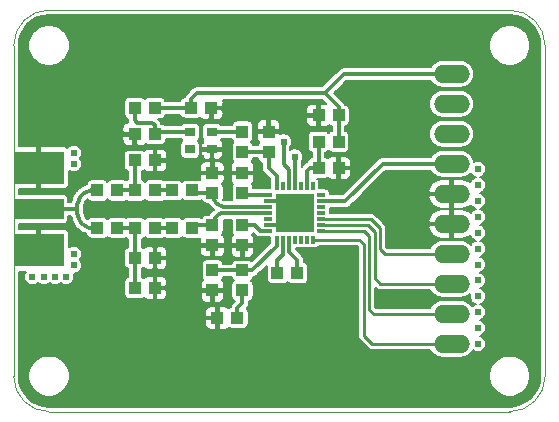
<source format=gbr>
%TF.GenerationSoftware,KiCad,Pcbnew,5.1.10*%
%TF.CreationDate,2021-09-13T14:54:52+02:00*%
%TF.ProjectId,AX5043,41583530-3433-42e6-9b69-6361645f7063,rev?*%
%TF.SameCoordinates,Original*%
%TF.FileFunction,Copper,L1,Top*%
%TF.FilePolarity,Positive*%
%FSLAX46Y46*%
G04 Gerber Fmt 4.6, Leading zero omitted, Abs format (unit mm)*
G04 Created by KiCad (PCBNEW 5.1.10) date 2021-09-13 14:54:52*
%MOMM*%
%LPD*%
G01*
G04 APERTURE LIST*
%TA.AperFunction,Profile*%
%ADD10C,0.050000*%
%TD*%
%TA.AperFunction,EtchedComponent*%
%ADD11C,0.050000*%
%TD*%
%TA.AperFunction,SMDPad,CuDef*%
%ADD12R,1.000000X1.100000*%
%TD*%
%TA.AperFunction,SMDPad,CuDef*%
%ADD13R,1.100000X1.000000*%
%TD*%
%TA.AperFunction,ComponentPad*%
%ADD14O,3.048000X1.524000*%
%TD*%
%TA.AperFunction,SMDPad,CuDef*%
%ADD15R,0.350000X0.650000*%
%TD*%
%TA.AperFunction,SMDPad,CuDef*%
%ADD16R,0.650000X0.350000*%
%TD*%
%TA.AperFunction,SMDPad,CuDef*%
%ADD17R,3.250000X3.250000*%
%TD*%
%TA.AperFunction,SMDPad,CuDef*%
%ADD18R,4.191000X2.667000*%
%TD*%
%TA.AperFunction,SMDPad,CuDef*%
%ADD19R,4.191000X1.778000*%
%TD*%
%TA.AperFunction,SMDPad,CuDef*%
%ADD20R,0.900000X0.800000*%
%TD*%
%TA.AperFunction,ViaPad*%
%ADD21C,0.606400*%
%TD*%
%TA.AperFunction,Conductor*%
%ADD22C,0.355600*%
%TD*%
%TA.AperFunction,Conductor*%
%ADD23C,0.356000*%
%TD*%
%TA.AperFunction,Conductor*%
%ADD24C,0.250000*%
%TD*%
%TA.AperFunction,Conductor*%
%ADD25C,0.177800*%
%TD*%
%TA.AperFunction,Conductor*%
%ADD26C,0.150000*%
%TD*%
G04 APERTURE END LIST*
D10*
X127000000Y-110426500D02*
X127000000Y-119000000D01*
X127000000Y-99250500D02*
X127000000Y-91000000D01*
X172000000Y-119000000D02*
X172000000Y-91000000D01*
X130000000Y-122000000D02*
X169000000Y-122000000D01*
X169000000Y-88000000D02*
X130000000Y-88000000D01*
X169000000Y-88000000D02*
G75*
G02*
X172000000Y-91000000I0J-3000000D01*
G01*
X172000000Y-119000000D02*
G75*
G02*
X169000000Y-122000000I-3000000J0D01*
G01*
X130000000Y-122000000D02*
G75*
G02*
X127000000Y-119000000I0J3000000D01*
G01*
X127000000Y-91000000D02*
G75*
G02*
X130000000Y-88000000I3000000J0D01*
G01*
D11*
X127000000Y-99250500D02*
X127000000Y-110426500D01*
D12*
X146368600Y-99993600D03*
X146368600Y-98293600D03*
X148591100Y-98293600D03*
X148591100Y-99993600D03*
X146368600Y-101786100D03*
X146368600Y-103486100D03*
X146368600Y-107931100D03*
X146368600Y-106231100D03*
D13*
X140438600Y-103271100D03*
X142138600Y-103271100D03*
X140438600Y-106446100D03*
X142138600Y-106446100D03*
X137263600Y-100731100D03*
X138963600Y-100731100D03*
X138963600Y-108986100D03*
X137263600Y-108986100D03*
X135788600Y-106446100D03*
X134088600Y-106446100D03*
X138963600Y-98508600D03*
X137263600Y-98508600D03*
X143726100Y-96286100D03*
X142026100Y-96286100D03*
X152821100Y-101366100D03*
X154521100Y-101366100D03*
X152821100Y-96921100D03*
X154521100Y-96921100D03*
D12*
X143828600Y-111741100D03*
X143828600Y-110041100D03*
D13*
X144248600Y-114066100D03*
X145948600Y-114066100D03*
D14*
X164084000Y-116268500D03*
X164084000Y-113728500D03*
X164084000Y-111188500D03*
X164084000Y-108648500D03*
X164084000Y-106108500D03*
X164084000Y-103568500D03*
X164084000Y-101028500D03*
X164084000Y-98488500D03*
X164084000Y-95948500D03*
X164084000Y-93408500D03*
D13*
X143828600Y-106231100D03*
X143828600Y-107931100D03*
X143828600Y-101786100D03*
X143828600Y-103486100D03*
D12*
X137263600Y-103271100D03*
X138963600Y-103271100D03*
X137263600Y-106446100D03*
X138963600Y-106446100D03*
X134088600Y-103271100D03*
X135788600Y-103271100D03*
X138963600Y-111526100D03*
X137263600Y-111526100D03*
X138963600Y-96286100D03*
X137263600Y-96286100D03*
X154521100Y-99143600D03*
X152821100Y-99143600D03*
X151028600Y-110256100D03*
X149328600Y-110256100D03*
D13*
X146368600Y-111741100D03*
X146368600Y-110041100D03*
D15*
X149313600Y-102926100D03*
X149813600Y-102926100D03*
X150313600Y-102926100D03*
X150813600Y-102926100D03*
X151313600Y-102926100D03*
X151813600Y-102926100D03*
X152313600Y-102926100D03*
D16*
X153063600Y-103676100D03*
X153063600Y-104176100D03*
X153063600Y-104676100D03*
X153063600Y-105176100D03*
X153063600Y-105676100D03*
X153063600Y-106176100D03*
X153063600Y-106676100D03*
D15*
X152313600Y-107426100D03*
X151813600Y-107426100D03*
X151313600Y-107426100D03*
X150813600Y-107426100D03*
X150313600Y-107426100D03*
X149813600Y-107426100D03*
X149313600Y-107426100D03*
D16*
X148563600Y-106676100D03*
X148563600Y-106176100D03*
X148563600Y-105676100D03*
X148563600Y-105176100D03*
X148563600Y-104676100D03*
X148563600Y-104176100D03*
X148563600Y-103676100D03*
D17*
X150813600Y-105176100D03*
D18*
X129115400Y-108333100D03*
X129115400Y-101343900D03*
D19*
X129115400Y-104838500D03*
D20*
X141950000Y-99785000D03*
X143800000Y-99785000D03*
X143800000Y-98335000D03*
X141950000Y-98335000D03*
D21*
X166307600Y-102821435D03*
X166307600Y-105510845D03*
X166307600Y-108200255D03*
X166307600Y-106855550D03*
X166307600Y-104166140D03*
X166307600Y-101476730D03*
X166307600Y-110889665D03*
X166307600Y-113579075D03*
X166307600Y-116268500D03*
X166307600Y-114923780D03*
X166307600Y-112234370D03*
X166307600Y-109544960D03*
X132081100Y-100096100D03*
X132081100Y-101048600D03*
X132081100Y-108668600D03*
X132081100Y-109621100D03*
X128588600Y-110573600D03*
X129541100Y-110573600D03*
X130493600Y-110573600D03*
X131446100Y-110573600D03*
X151766100Y-104223600D03*
X149861100Y-104223600D03*
X150813600Y-105176100D03*
X149861100Y-106128600D03*
X151766100Y-106128600D03*
X148273600Y-107716100D03*
X147638600Y-108351100D03*
X145098600Y-108986100D03*
X145098600Y-108033600D03*
X145098600Y-107081100D03*
X145098600Y-106128600D03*
X133351100Y-104858600D03*
X134303600Y-104858600D03*
X135256100Y-104858600D03*
X136208600Y-104858600D03*
X137161100Y-104858600D03*
X138113600Y-104858600D03*
X139066100Y-104858600D03*
X140018600Y-104858600D03*
X140971100Y-104858600D03*
X141923600Y-104858600D03*
X142876100Y-104858600D03*
X153353600Y-102636100D03*
X154306100Y-102636100D03*
X155258600Y-102636100D03*
X155893600Y-102001100D03*
X155893600Y-101048600D03*
X150813600Y-99143600D03*
X151448600Y-95968600D03*
X151448600Y-97238600D03*
X150813600Y-96603600D03*
X147638600Y-101366100D03*
X145098600Y-101048600D03*
X145098600Y-103588600D03*
X145098600Y-102318600D03*
X145098600Y-99778600D03*
X142875000Y-97472500D03*
X142876100Y-99060000D03*
X142876100Y-100520500D03*
X142558600Y-101683600D03*
X141606100Y-101683600D03*
X140653600Y-101683600D03*
X140336100Y-99461100D03*
X140336100Y-100413600D03*
X138431100Y-102001100D03*
X139701100Y-102001100D03*
X128588600Y-99143600D03*
X129541100Y-99143600D03*
X130493600Y-99143600D03*
X131446100Y-99143600D03*
X132081100Y-102001100D03*
X132081100Y-102953600D03*
X132081100Y-106763600D03*
X132081100Y-107716100D03*
X142241100Y-108033600D03*
X142241100Y-108986100D03*
X142241100Y-109938600D03*
X142241100Y-110891100D03*
X142241100Y-111843600D03*
X142241100Y-112796100D03*
X140336100Y-108033600D03*
X140336100Y-108986100D03*
X140336100Y-109938600D03*
X140336100Y-110891100D03*
X140336100Y-111843600D03*
X140336100Y-112796100D03*
X142241100Y-113748600D03*
X142241100Y-114701100D03*
X147956100Y-111843600D03*
X148908600Y-111843600D03*
X149861100Y-111843600D03*
X150813600Y-111843600D03*
X151766100Y-111843600D03*
X152718600Y-111843600D03*
X152718600Y-110891100D03*
X151448600Y-108351100D03*
X162180100Y-112478600D03*
X162180100Y-97238600D03*
X160656100Y-97238600D03*
X159703600Y-97238600D03*
X166307600Y-94753205D03*
X166307600Y-97442615D03*
X166307600Y-100132025D03*
X166307600Y-98787320D03*
X166307600Y-96097910D03*
X166307600Y-93408500D03*
X135573600Y-97556100D03*
X135573600Y-98508600D03*
X135573600Y-99461100D03*
X135573600Y-100413600D03*
X135573600Y-101366100D03*
X135573600Y-96603600D03*
X135573600Y-95651100D03*
X135573600Y-108033600D03*
X135573600Y-108986100D03*
X135573600Y-109938600D03*
X135573600Y-110891100D03*
X135573600Y-111843600D03*
X135573600Y-112796100D03*
X140336100Y-97238600D03*
X145098600Y-95968600D03*
X145098600Y-96921100D03*
X148908600Y-96603600D03*
X146686100Y-96603600D03*
X147956100Y-112796100D03*
X147956100Y-113748600D03*
X147956100Y-114701100D03*
X155893600Y-96921100D03*
X155893600Y-95968600D03*
X155893600Y-95016100D03*
X156845000Y-94678500D03*
X162180100Y-94698600D03*
X160656100Y-94698600D03*
X159703600Y-94698600D03*
X158751100Y-94698600D03*
X157798600Y-94698600D03*
X149861100Y-99143600D03*
X150813600Y-100413600D03*
D22*
X148563600Y-106176100D02*
X149813600Y-106176100D01*
X149813600Y-106176100D02*
X149861100Y-106128600D01*
X148563600Y-104176100D02*
X149813600Y-104176100D01*
X149813600Y-104176100D02*
X149861100Y-104223600D01*
X158370100Y-93428600D02*
X164085100Y-93428600D01*
X154521100Y-96921100D02*
X154521100Y-99143600D01*
X138963600Y-96286100D02*
X142026100Y-96286100D01*
X142026100Y-96286100D02*
X142026100Y-95548600D01*
X142026100Y-95548600D02*
X142558600Y-95016100D01*
X142558600Y-95016100D02*
X153353600Y-95016100D01*
X153353600Y-95016100D02*
X154521100Y-96183600D01*
X154521100Y-96921100D02*
X154521100Y-96183600D01*
X154315600Y-94054100D02*
X153353600Y-95016100D01*
D23*
X154941100Y-93428600D02*
X154315600Y-94054100D01*
X158370100Y-93428600D02*
X154941100Y-93428600D01*
D22*
X149313600Y-102926100D02*
X149313600Y-102088600D01*
X149313600Y-102088600D02*
X148591100Y-101366100D01*
X148591100Y-101366100D02*
X148591100Y-99993600D01*
X146368600Y-99993600D02*
X148591100Y-99993600D01*
X150313600Y-102926100D02*
X150313600Y-101501100D01*
X150313600Y-101501100D02*
X149861100Y-101048600D01*
X149861100Y-101048600D02*
X149861100Y-99143600D01*
X150813600Y-102926100D02*
X150813600Y-100413600D01*
X151813600Y-102926100D02*
X151813600Y-101636100D01*
X151813600Y-101636100D02*
X152083600Y-101366100D01*
X152083600Y-101366100D02*
X152821100Y-101366100D01*
X152821100Y-99143600D02*
X152821100Y-101366100D01*
X153063600Y-104176100D02*
X154332400Y-104176100D01*
D23*
X155094400Y-104176100D02*
X154332400Y-104176100D01*
X158242000Y-101028500D02*
X155094400Y-104176100D01*
X164084000Y-101028500D02*
X158242000Y-101028500D01*
D24*
X161417000Y-108648500D02*
X164084000Y-108648500D01*
X158019750Y-108235750D02*
X158432500Y-108648500D01*
X158432500Y-108648500D02*
X161417000Y-108648500D01*
X158019750Y-106457750D02*
X158019750Y-108235750D01*
X157238100Y-105676100D02*
X158019750Y-106457750D01*
X153063600Y-105676100D02*
X157238100Y-105676100D01*
X156976100Y-106176100D02*
X153063600Y-106176100D01*
X157569740Y-106769740D02*
X156976100Y-106176100D01*
X157569740Y-110706740D02*
X157569740Y-106769740D01*
X158051500Y-111188500D02*
X157569740Y-110706740D01*
X164084000Y-111188500D02*
X158051500Y-111188500D01*
X156671330Y-106676100D02*
X153063600Y-106676100D01*
X157119730Y-107124500D02*
X156671330Y-106676100D01*
X157119730Y-113368230D02*
X157119730Y-107124500D01*
X157480000Y-113728500D02*
X157119730Y-113368230D01*
X164084000Y-113728500D02*
X157480000Y-113728500D01*
X152313600Y-107426100D02*
X156257600Y-107426100D01*
X156257600Y-107426100D02*
X156669720Y-107838220D01*
X156669720Y-107838220D02*
X156669720Y-115585220D01*
X157924500Y-116268500D02*
X164084000Y-116268500D01*
X156669720Y-115585220D02*
X157353000Y-116268500D01*
X157353000Y-116268500D02*
X157924500Y-116268500D01*
D22*
X150313600Y-107426100D02*
X150313600Y-108486100D01*
X150313600Y-108486100D02*
X151028600Y-109201100D01*
X151028600Y-110256100D02*
X151028600Y-109201100D01*
X149813600Y-107426100D02*
X149813600Y-108716100D01*
X149813600Y-108716100D02*
X149328600Y-109201100D01*
X149328600Y-110256100D02*
X149328600Y-109201100D01*
X146368600Y-110041100D02*
X147218600Y-110041100D01*
X147218600Y-110041100D02*
X149313600Y-107946100D01*
X149313600Y-107426100D02*
X149313600Y-107946100D01*
X143828600Y-110041100D02*
X146368600Y-110041100D01*
X148563600Y-106676100D02*
X147868600Y-106676100D01*
X147868600Y-106676100D02*
X147423600Y-106231100D01*
X146368600Y-106231100D02*
X147423600Y-106231100D01*
X148563600Y-105176100D02*
X144883600Y-105176100D01*
X144883600Y-105176100D02*
X144883600Y-105176100D01*
X144883600Y-105176100D02*
X144648840Y-105202551D01*
X144648840Y-105202551D02*
X144425853Y-105280578D01*
X144425853Y-105280578D02*
X144225818Y-105406268D01*
X144225818Y-105406268D02*
X144058768Y-105573318D01*
X144058768Y-105573318D02*
X143933078Y-105773353D01*
X143933078Y-105773353D02*
X143828600Y-106231100D01*
X143828600Y-106231100D02*
X142353600Y-106231100D01*
X142353600Y-106231100D02*
X142353600Y-106231100D01*
X142353600Y-106231100D02*
X142246100Y-106259905D01*
X142246100Y-106259905D02*
X142167405Y-106338600D01*
X142167405Y-106338600D02*
X142138600Y-106446100D01*
X148563600Y-104676100D02*
X145018600Y-104676100D01*
X145018600Y-104676100D02*
X145018600Y-104676100D01*
X145018600Y-104676100D02*
X144786443Y-104653234D01*
X144786443Y-104653234D02*
X144563207Y-104585517D01*
X144563207Y-104585517D02*
X144357471Y-104475549D01*
X144357471Y-104475549D02*
X144177143Y-104327557D01*
X144177143Y-104327557D02*
X144029151Y-104147229D01*
X144029151Y-104147229D02*
X143919183Y-103941493D01*
X143919183Y-103941493D02*
X143828600Y-103486100D01*
X143828600Y-103486100D02*
X142353600Y-103486100D01*
X142353600Y-103486100D02*
X142353600Y-103486100D01*
X142353600Y-103486100D02*
X142246100Y-103457295D01*
X142246100Y-103457295D02*
X142167405Y-103378600D01*
X142167405Y-103378600D02*
X142138600Y-103271100D01*
X148563600Y-103676100D02*
X146368600Y-103676100D01*
X146368600Y-103676100D02*
X146368600Y-103486100D01*
X139078600Y-98393600D02*
X138963600Y-98508600D01*
X137263600Y-96286100D02*
X137263600Y-97341100D01*
X137263600Y-97341100D02*
X137478600Y-97556100D01*
X138963600Y-98508600D02*
X138963600Y-97771100D01*
X138963600Y-97771100D02*
X138748600Y-97556100D01*
X138748600Y-97556100D02*
X137478600Y-97556100D01*
D23*
X139137200Y-98335000D02*
X138963600Y-98508600D01*
X141950000Y-98335000D02*
X139137200Y-98335000D01*
X146327200Y-98335000D02*
X146368600Y-98293600D01*
X143800000Y-98335000D02*
X146327200Y-98335000D01*
D22*
X134088600Y-103271100D02*
X133668600Y-103271100D01*
X133668600Y-103271100D02*
X133668600Y-103271100D01*
X133668600Y-103271100D02*
X133420835Y-103295503D01*
X133420835Y-103295503D02*
X133182592Y-103367773D01*
X133182592Y-103367773D02*
X132963026Y-103485134D01*
X132963026Y-103485134D02*
X132770574Y-103643074D01*
X132770574Y-103643074D02*
X132612634Y-103835526D01*
X132612634Y-103835526D02*
X132495273Y-104055092D01*
X132495273Y-104055092D02*
X132398600Y-104541100D01*
X134088600Y-106446100D02*
X133668600Y-106446100D01*
X133668600Y-106446100D02*
X133668600Y-106446100D01*
X133668600Y-106446100D02*
X133420835Y-106421697D01*
X133420835Y-106421697D02*
X133182592Y-106349427D01*
X133182592Y-106349427D02*
X132963026Y-106232066D01*
X132963026Y-106232066D02*
X132770574Y-106074126D01*
X132770574Y-106074126D02*
X132612634Y-105881674D01*
X132612634Y-105881674D02*
X132495273Y-105662108D01*
X132495273Y-105662108D02*
X132398600Y-105176100D01*
X132398600Y-105176100D02*
X132398600Y-104858600D01*
X132398600Y-104858600D02*
X132398600Y-104541100D01*
X129116500Y-104858600D02*
X132398600Y-104858600D01*
X140438600Y-103271100D02*
X138963600Y-103271100D01*
X138963600Y-106446100D02*
X140438600Y-106446100D01*
X137263600Y-100731100D02*
X137263600Y-103271100D01*
X135788600Y-103271100D02*
X137263600Y-103271100D01*
X135788600Y-106446100D02*
X137263600Y-106446100D01*
X137263600Y-106446100D02*
X137263600Y-108986100D01*
X137263600Y-108986100D02*
X137263600Y-111526100D01*
X145948600Y-114066100D02*
X145948600Y-113216100D01*
X145948600Y-113216100D02*
X146368600Y-112796100D01*
X146368600Y-112796100D02*
X146368600Y-111741100D01*
D25*
X169500988Y-88469831D02*
X169982896Y-88615328D01*
X170427360Y-88851654D01*
X170817456Y-89169809D01*
X171138332Y-89557681D01*
X171377754Y-90000483D01*
X171526612Y-90481364D01*
X171581301Y-91001700D01*
X171581300Y-118979519D01*
X171530169Y-119500988D01*
X171384674Y-119982893D01*
X171148349Y-120427357D01*
X170830191Y-120817456D01*
X170442321Y-121138331D01*
X169999517Y-121377754D01*
X169518637Y-121526611D01*
X168998309Y-121581300D01*
X130020481Y-121581300D01*
X129499012Y-121530169D01*
X129017107Y-121384674D01*
X128572643Y-121148349D01*
X128182544Y-120830191D01*
X127861669Y-120442321D01*
X127622246Y-119999517D01*
X127473389Y-119518637D01*
X127418700Y-118998309D01*
X127418700Y-118828261D01*
X128256300Y-118828261D01*
X128256300Y-119171739D01*
X128323309Y-119508619D01*
X128454753Y-119825952D01*
X128645580Y-120111544D01*
X128888456Y-120354420D01*
X129174048Y-120545247D01*
X129491381Y-120676691D01*
X129828261Y-120743700D01*
X130171739Y-120743700D01*
X130508619Y-120676691D01*
X130825952Y-120545247D01*
X131111544Y-120354420D01*
X131354420Y-120111544D01*
X131545247Y-119825952D01*
X131676691Y-119508619D01*
X131743700Y-119171739D01*
X131743700Y-118828261D01*
X167256300Y-118828261D01*
X167256300Y-119171739D01*
X167323309Y-119508619D01*
X167454753Y-119825952D01*
X167645580Y-120111544D01*
X167888456Y-120354420D01*
X168174048Y-120545247D01*
X168491381Y-120676691D01*
X168828261Y-120743700D01*
X169171739Y-120743700D01*
X169508619Y-120676691D01*
X169825952Y-120545247D01*
X170111544Y-120354420D01*
X170354420Y-120111544D01*
X170545247Y-119825952D01*
X170676691Y-119508619D01*
X170743700Y-119171739D01*
X170743700Y-118828261D01*
X170676691Y-118491381D01*
X170545247Y-118174048D01*
X170354420Y-117888456D01*
X170111544Y-117645580D01*
X169825952Y-117454753D01*
X169508619Y-117323309D01*
X169171739Y-117256300D01*
X168828261Y-117256300D01*
X168491381Y-117323309D01*
X168174048Y-117454753D01*
X167888456Y-117645580D01*
X167645580Y-117888456D01*
X167454753Y-118174048D01*
X167323309Y-118491381D01*
X167256300Y-118828261D01*
X131743700Y-118828261D01*
X131676691Y-118491381D01*
X131545247Y-118174048D01*
X131354420Y-117888456D01*
X131111544Y-117645580D01*
X130825952Y-117454753D01*
X130508619Y-117323309D01*
X130171739Y-117256300D01*
X129828261Y-117256300D01*
X129491381Y-117323309D01*
X129174048Y-117454753D01*
X128888456Y-117645580D01*
X128645580Y-117888456D01*
X128454753Y-118174048D01*
X128323309Y-118491381D01*
X128256300Y-118828261D01*
X127418700Y-118828261D01*
X127418700Y-114566100D01*
X143201707Y-114566100D01*
X143211255Y-114663039D01*
X143239531Y-114756253D01*
X143285449Y-114842159D01*
X143347244Y-114917456D01*
X143422541Y-114979251D01*
X143508447Y-115025169D01*
X143601661Y-115053445D01*
X143698600Y-115062993D01*
X144011075Y-115060600D01*
X144134700Y-114936975D01*
X144134700Y-114180000D01*
X143327725Y-114180000D01*
X143204100Y-114303625D01*
X143201707Y-114566100D01*
X127418700Y-114566100D01*
X127418700Y-113566100D01*
X143201707Y-113566100D01*
X143204100Y-113828575D01*
X143327725Y-113952200D01*
X144134700Y-113952200D01*
X144134700Y-113195225D01*
X144011075Y-113071600D01*
X143698600Y-113069207D01*
X143601661Y-113078755D01*
X143508447Y-113107031D01*
X143422541Y-113152949D01*
X143347244Y-113214744D01*
X143285449Y-113290041D01*
X143239531Y-113375947D01*
X143211255Y-113469161D01*
X143201707Y-113566100D01*
X127418700Y-113566100D01*
X127418700Y-110162979D01*
X128025335Y-110162198D01*
X127971015Y-110243494D01*
X127918481Y-110370322D01*
X127891700Y-110504961D01*
X127891700Y-110642239D01*
X127918481Y-110776878D01*
X127971015Y-110903706D01*
X128047282Y-111017848D01*
X128144352Y-111114918D01*
X128258494Y-111191185D01*
X128385322Y-111243719D01*
X128519961Y-111270500D01*
X128657239Y-111270500D01*
X128791878Y-111243719D01*
X128918706Y-111191185D01*
X129032848Y-111114918D01*
X129064850Y-111082916D01*
X129096852Y-111114918D01*
X129210994Y-111191185D01*
X129337822Y-111243719D01*
X129472461Y-111270500D01*
X129609739Y-111270500D01*
X129744378Y-111243719D01*
X129871206Y-111191185D01*
X129985348Y-111114918D01*
X130017350Y-111082916D01*
X130049352Y-111114918D01*
X130163494Y-111191185D01*
X130290322Y-111243719D01*
X130424961Y-111270500D01*
X130562239Y-111270500D01*
X130696878Y-111243719D01*
X130823706Y-111191185D01*
X130937848Y-111114918D01*
X130969850Y-111082916D01*
X131001852Y-111114918D01*
X131115994Y-111191185D01*
X131242822Y-111243719D01*
X131377461Y-111270500D01*
X131514739Y-111270500D01*
X131649378Y-111243719D01*
X131776206Y-111191185D01*
X131890348Y-111114918D01*
X131987418Y-111017848D01*
X132063685Y-110903706D01*
X132116219Y-110776878D01*
X132143000Y-110642239D01*
X132143000Y-110504961D01*
X132116219Y-110370322D01*
X132094546Y-110318000D01*
X132149739Y-110318000D01*
X132284378Y-110291219D01*
X132411206Y-110238685D01*
X132525348Y-110162418D01*
X132622418Y-110065348D01*
X132698685Y-109951206D01*
X132751219Y-109824378D01*
X132778000Y-109689739D01*
X132778000Y-109552461D01*
X132751219Y-109417822D01*
X132698685Y-109290994D01*
X132622418Y-109176852D01*
X132590416Y-109144850D01*
X132622418Y-109112848D01*
X132698685Y-108998706D01*
X132751219Y-108871878D01*
X132778000Y-108737239D01*
X132778000Y-108599961D01*
X132751219Y-108465322D01*
X132698685Y-108338494D01*
X132622418Y-108224352D01*
X132525348Y-108127282D01*
X132411206Y-108051015D01*
X132284378Y-107998481D01*
X132149739Y-107971700D01*
X132012461Y-107971700D01*
X131877822Y-107998481D01*
X131750994Y-108051015D01*
X131705431Y-108081459D01*
X131707793Y-106999600D01*
X131698245Y-106902661D01*
X131669969Y-106809447D01*
X131624051Y-106723541D01*
X131562256Y-106648244D01*
X131486959Y-106586449D01*
X131401053Y-106540531D01*
X131307839Y-106512255D01*
X131210900Y-106502707D01*
X129352925Y-106505100D01*
X129229300Y-106628725D01*
X129229300Y-108219200D01*
X129249300Y-108219200D01*
X129249300Y-108447000D01*
X129229300Y-108447000D01*
X129229300Y-108467000D01*
X129001500Y-108467000D01*
X129001500Y-108447000D01*
X128981500Y-108447000D01*
X128981500Y-108219200D01*
X129001500Y-108219200D01*
X129001500Y-106628725D01*
X128877875Y-106505100D01*
X127418700Y-106503221D01*
X127418700Y-106123104D01*
X131210900Y-106123104D01*
X131288079Y-106115503D01*
X131362291Y-106092990D01*
X131430686Y-106056433D01*
X131490634Y-106007234D01*
X131539833Y-105947286D01*
X131576390Y-105878891D01*
X131598903Y-105804679D01*
X131606504Y-105727500D01*
X131606504Y-105430100D01*
X131866428Y-105430100D01*
X131923773Y-105718391D01*
X131923773Y-105718396D01*
X131945736Y-105828809D01*
X131956532Y-105854873D01*
X131964721Y-105881869D01*
X132017338Y-105980307D01*
X132095379Y-106126312D01*
X132106176Y-106152378D01*
X132121851Y-106175837D01*
X132168722Y-106245985D01*
X132188673Y-106265936D01*
X132310991Y-106414982D01*
X132326663Y-106438437D01*
X132406263Y-106518037D01*
X132429719Y-106533710D01*
X132578764Y-106656027D01*
X132598715Y-106675978D01*
X132668863Y-106722849D01*
X132668868Y-106722852D01*
X132692322Y-106738523D01*
X132718383Y-106749318D01*
X132888428Y-106840209D01*
X132911886Y-106855883D01*
X132989830Y-106888169D01*
X133015891Y-106898964D01*
X133043562Y-106904468D01*
X133142996Y-106934631D01*
X133142996Y-106946100D01*
X133150597Y-107023279D01*
X133173110Y-107097491D01*
X133209667Y-107165886D01*
X133258866Y-107225834D01*
X133318814Y-107275033D01*
X133387209Y-107311590D01*
X133461421Y-107334103D01*
X133538600Y-107341704D01*
X134638600Y-107341704D01*
X134715779Y-107334103D01*
X134789991Y-107311590D01*
X134858386Y-107275033D01*
X134918334Y-107225834D01*
X134938600Y-107201140D01*
X134958866Y-107225834D01*
X135018814Y-107275033D01*
X135087209Y-107311590D01*
X135161421Y-107334103D01*
X135238600Y-107341704D01*
X136338600Y-107341704D01*
X136415779Y-107334103D01*
X136489991Y-107311590D01*
X136512666Y-107299470D01*
X136543814Y-107325033D01*
X136612209Y-107361590D01*
X136686421Y-107384103D01*
X136692100Y-107384662D01*
X136692101Y-108092613D01*
X136636421Y-108098097D01*
X136562209Y-108120610D01*
X136493814Y-108157167D01*
X136433866Y-108206366D01*
X136384667Y-108266314D01*
X136348110Y-108334709D01*
X136325597Y-108408921D01*
X136317996Y-108486100D01*
X136317996Y-109486100D01*
X136325597Y-109563279D01*
X136348110Y-109637491D01*
X136384667Y-109705886D01*
X136433866Y-109765834D01*
X136493814Y-109815033D01*
X136562209Y-109851590D01*
X136636421Y-109874103D01*
X136692100Y-109879587D01*
X136692101Y-110587538D01*
X136686421Y-110588097D01*
X136612209Y-110610610D01*
X136543814Y-110647167D01*
X136483866Y-110696366D01*
X136434667Y-110756314D01*
X136398110Y-110824709D01*
X136375597Y-110898921D01*
X136367996Y-110976100D01*
X136367996Y-112076100D01*
X136375597Y-112153279D01*
X136398110Y-112227491D01*
X136434667Y-112295886D01*
X136483866Y-112355834D01*
X136543814Y-112405033D01*
X136612209Y-112441590D01*
X136686421Y-112464103D01*
X136763600Y-112471704D01*
X137763600Y-112471704D01*
X137840779Y-112464103D01*
X137914991Y-112441590D01*
X137983386Y-112405033D01*
X138043334Y-112355834D01*
X138048832Y-112349134D01*
X138050449Y-112352159D01*
X138112244Y-112427456D01*
X138187541Y-112489251D01*
X138273447Y-112535169D01*
X138366661Y-112563445D01*
X138463600Y-112572993D01*
X138726075Y-112570600D01*
X138849700Y-112446975D01*
X138849700Y-111640000D01*
X139077500Y-111640000D01*
X139077500Y-112446975D01*
X139201125Y-112570600D01*
X139463600Y-112572993D01*
X139560539Y-112563445D01*
X139653753Y-112535169D01*
X139739659Y-112489251D01*
X139814956Y-112427456D01*
X139876751Y-112352159D01*
X139909387Y-112291100D01*
X142831707Y-112291100D01*
X142841255Y-112388039D01*
X142869531Y-112481253D01*
X142915449Y-112567159D01*
X142977244Y-112642456D01*
X143052541Y-112704251D01*
X143138447Y-112750169D01*
X143231661Y-112778445D01*
X143328600Y-112787993D01*
X143591075Y-112785600D01*
X143714700Y-112661975D01*
X143714700Y-111855000D01*
X143942500Y-111855000D01*
X143942500Y-112661975D01*
X144066125Y-112785600D01*
X144328600Y-112787993D01*
X144425539Y-112778445D01*
X144518753Y-112750169D01*
X144604659Y-112704251D01*
X144679956Y-112642456D01*
X144741751Y-112567159D01*
X144787669Y-112481253D01*
X144815945Y-112388039D01*
X144825493Y-112291100D01*
X144823100Y-111978625D01*
X144699475Y-111855000D01*
X143942500Y-111855000D01*
X143714700Y-111855000D01*
X142957725Y-111855000D01*
X142834100Y-111978625D01*
X142831707Y-112291100D01*
X139909387Y-112291100D01*
X139922669Y-112266253D01*
X139950945Y-112173039D01*
X139960493Y-112076100D01*
X139958100Y-111763625D01*
X139834475Y-111640000D01*
X139077500Y-111640000D01*
X138849700Y-111640000D01*
X138829700Y-111640000D01*
X138829700Y-111412200D01*
X138849700Y-111412200D01*
X138849700Y-110605225D01*
X139077500Y-110605225D01*
X139077500Y-111412200D01*
X139834475Y-111412200D01*
X139958100Y-111288575D01*
X139960493Y-110976100D01*
X139950945Y-110879161D01*
X139922669Y-110785947D01*
X139876751Y-110700041D01*
X139814956Y-110624744D01*
X139739659Y-110562949D01*
X139653753Y-110517031D01*
X139560539Y-110488755D01*
X139463600Y-110479207D01*
X139201125Y-110481600D01*
X139077500Y-110605225D01*
X138849700Y-110605225D01*
X138726075Y-110481600D01*
X138463600Y-110479207D01*
X138366661Y-110488755D01*
X138273447Y-110517031D01*
X138187541Y-110562949D01*
X138112244Y-110624744D01*
X138050449Y-110700041D01*
X138048832Y-110703066D01*
X138043334Y-110696366D01*
X137983386Y-110647167D01*
X137914991Y-110610610D01*
X137840779Y-110588097D01*
X137835100Y-110587538D01*
X137835100Y-109879587D01*
X137890779Y-109874103D01*
X137964991Y-109851590D01*
X138033386Y-109815033D01*
X138039634Y-109809905D01*
X138062244Y-109837456D01*
X138137541Y-109899251D01*
X138223447Y-109945169D01*
X138316661Y-109973445D01*
X138413600Y-109982993D01*
X138726075Y-109980600D01*
X138849700Y-109856975D01*
X138849700Y-109100000D01*
X139077500Y-109100000D01*
X139077500Y-109856975D01*
X139201125Y-109980600D01*
X139513600Y-109982993D01*
X139610539Y-109973445D01*
X139703753Y-109945169D01*
X139789659Y-109899251D01*
X139864956Y-109837456D01*
X139926751Y-109762159D01*
X139972669Y-109676253D01*
X140000945Y-109583039D01*
X140010493Y-109486100D01*
X140008100Y-109223625D01*
X139884475Y-109100000D01*
X139077500Y-109100000D01*
X138849700Y-109100000D01*
X138829700Y-109100000D01*
X138829700Y-108872200D01*
X138849700Y-108872200D01*
X138849700Y-108115225D01*
X139077500Y-108115225D01*
X139077500Y-108872200D01*
X139884475Y-108872200D01*
X140008100Y-108748575D01*
X140010493Y-108486100D01*
X140005076Y-108431100D01*
X142781707Y-108431100D01*
X142791255Y-108528039D01*
X142819531Y-108621253D01*
X142865449Y-108707159D01*
X142927244Y-108782456D01*
X143002541Y-108844251D01*
X143088447Y-108890169D01*
X143181661Y-108918445D01*
X143278600Y-108927993D01*
X143591075Y-108925600D01*
X143714700Y-108801975D01*
X143714700Y-108045000D01*
X143942500Y-108045000D01*
X143942500Y-108801975D01*
X144066125Y-108925600D01*
X144378600Y-108927993D01*
X144475539Y-108918445D01*
X144568753Y-108890169D01*
X144654659Y-108844251D01*
X144729956Y-108782456D01*
X144791751Y-108707159D01*
X144837669Y-108621253D01*
X144865945Y-108528039D01*
X144870568Y-108481100D01*
X145371707Y-108481100D01*
X145381255Y-108578039D01*
X145409531Y-108671253D01*
X145455449Y-108757159D01*
X145517244Y-108832456D01*
X145592541Y-108894251D01*
X145678447Y-108940169D01*
X145771661Y-108968445D01*
X145868600Y-108977993D01*
X146131075Y-108975600D01*
X146254700Y-108851975D01*
X146254700Y-108045000D01*
X146482500Y-108045000D01*
X146482500Y-108851975D01*
X146606125Y-108975600D01*
X146868600Y-108977993D01*
X146965539Y-108968445D01*
X147058753Y-108940169D01*
X147144659Y-108894251D01*
X147219956Y-108832456D01*
X147281751Y-108757159D01*
X147327669Y-108671253D01*
X147355945Y-108578039D01*
X147365493Y-108481100D01*
X147363100Y-108168625D01*
X147239475Y-108045000D01*
X146482500Y-108045000D01*
X146254700Y-108045000D01*
X145497725Y-108045000D01*
X145374100Y-108168625D01*
X145371707Y-108481100D01*
X144870568Y-108481100D01*
X144875493Y-108431100D01*
X144873100Y-108168625D01*
X144749475Y-108045000D01*
X143942500Y-108045000D01*
X143714700Y-108045000D01*
X142907725Y-108045000D01*
X142784100Y-108168625D01*
X142781707Y-108431100D01*
X140005076Y-108431100D01*
X140000945Y-108389161D01*
X139972669Y-108295947D01*
X139926751Y-108210041D01*
X139864956Y-108134744D01*
X139789659Y-108072949D01*
X139703753Y-108027031D01*
X139610539Y-107998755D01*
X139513600Y-107989207D01*
X139201125Y-107991600D01*
X139077500Y-108115225D01*
X138849700Y-108115225D01*
X138726075Y-107991600D01*
X138413600Y-107989207D01*
X138316661Y-107998755D01*
X138223447Y-108027031D01*
X138137541Y-108072949D01*
X138062244Y-108134744D01*
X138039634Y-108162295D01*
X138033386Y-108157167D01*
X137964991Y-108120610D01*
X137890779Y-108098097D01*
X137835100Y-108092613D01*
X137835100Y-107384662D01*
X137840779Y-107384103D01*
X137914991Y-107361590D01*
X137983386Y-107325033D01*
X138043334Y-107275834D01*
X138092533Y-107215886D01*
X138113600Y-107176471D01*
X138134667Y-107215886D01*
X138183866Y-107275834D01*
X138243814Y-107325033D01*
X138312209Y-107361590D01*
X138386421Y-107384103D01*
X138463600Y-107391704D01*
X139463600Y-107391704D01*
X139540779Y-107384103D01*
X139614991Y-107361590D01*
X139683386Y-107325033D01*
X139714534Y-107299470D01*
X139737209Y-107311590D01*
X139811421Y-107334103D01*
X139888600Y-107341704D01*
X140988600Y-107341704D01*
X141065779Y-107334103D01*
X141139991Y-107311590D01*
X141208386Y-107275033D01*
X141268334Y-107225834D01*
X141288600Y-107201140D01*
X141308866Y-107225834D01*
X141368814Y-107275033D01*
X141437209Y-107311590D01*
X141511421Y-107334103D01*
X141588600Y-107341704D01*
X142688600Y-107341704D01*
X142765779Y-107334103D01*
X142793856Y-107325585D01*
X142791255Y-107334161D01*
X142781707Y-107431100D01*
X142784100Y-107693575D01*
X142907725Y-107817200D01*
X143714700Y-107817200D01*
X143714700Y-107797200D01*
X143942500Y-107797200D01*
X143942500Y-107817200D01*
X144749475Y-107817200D01*
X144873100Y-107693575D01*
X144875493Y-107431100D01*
X144865945Y-107334161D01*
X144837669Y-107240947D01*
X144791751Y-107155041D01*
X144729956Y-107079744D01*
X144654659Y-107017949D01*
X144651634Y-107016332D01*
X144658334Y-107010834D01*
X144707533Y-106950886D01*
X144744090Y-106882491D01*
X144766603Y-106808279D01*
X144774204Y-106731100D01*
X144774204Y-105764161D01*
X144776815Y-105763247D01*
X144915690Y-105747600D01*
X145472996Y-105747600D01*
X145472996Y-106781100D01*
X145480597Y-106858279D01*
X145503110Y-106932491D01*
X145539667Y-107000886D01*
X145544795Y-107007134D01*
X145517244Y-107029744D01*
X145455449Y-107105041D01*
X145409531Y-107190947D01*
X145381255Y-107284161D01*
X145371707Y-107381100D01*
X145374100Y-107693575D01*
X145497725Y-107817200D01*
X146254700Y-107817200D01*
X146254700Y-107797200D01*
X146482500Y-107797200D01*
X146482500Y-107817200D01*
X147239475Y-107817200D01*
X147363100Y-107693575D01*
X147365493Y-107381100D01*
X147355945Y-107284161D01*
X147327669Y-107190947D01*
X147281751Y-107105041D01*
X147219956Y-107029744D01*
X147192405Y-107007134D01*
X147197533Y-107000886D01*
X147234090Y-106932491D01*
X147253334Y-106869056D01*
X147444634Y-107060357D01*
X147462533Y-107082167D01*
X147507540Y-107119103D01*
X147549555Y-107153584D01*
X147648838Y-107206652D01*
X147756566Y-107239331D01*
X147868599Y-107250365D01*
X147896673Y-107247600D01*
X148591674Y-107247600D01*
X148600772Y-107246704D01*
X148742996Y-107246704D01*
X148742996Y-107388929D01*
X148742100Y-107398027D01*
X148742100Y-107709377D01*
X147193818Y-109257660D01*
X147138386Y-109212167D01*
X147069991Y-109175610D01*
X146995779Y-109153097D01*
X146918600Y-109145496D01*
X145818600Y-109145496D01*
X145741421Y-109153097D01*
X145667209Y-109175610D01*
X145598814Y-109212167D01*
X145538866Y-109261366D01*
X145489667Y-109321314D01*
X145453110Y-109389709D01*
X145430597Y-109463921D01*
X145430038Y-109469600D01*
X144722087Y-109469600D01*
X144716603Y-109413921D01*
X144694090Y-109339709D01*
X144657533Y-109271314D01*
X144608334Y-109211366D01*
X144548386Y-109162167D01*
X144479991Y-109125610D01*
X144405779Y-109103097D01*
X144328600Y-109095496D01*
X143328600Y-109095496D01*
X143251421Y-109103097D01*
X143177209Y-109125610D01*
X143108814Y-109162167D01*
X143048866Y-109211366D01*
X142999667Y-109271314D01*
X142963110Y-109339709D01*
X142940597Y-109413921D01*
X142932996Y-109491100D01*
X142932996Y-110591100D01*
X142940597Y-110668279D01*
X142963110Y-110742491D01*
X142999667Y-110810886D01*
X143004795Y-110817134D01*
X142977244Y-110839744D01*
X142915449Y-110915041D01*
X142869531Y-111000947D01*
X142841255Y-111094161D01*
X142831707Y-111191100D01*
X142834100Y-111503575D01*
X142957725Y-111627200D01*
X143714700Y-111627200D01*
X143714700Y-111607200D01*
X143942500Y-111607200D01*
X143942500Y-111627200D01*
X144699475Y-111627200D01*
X144823100Y-111503575D01*
X144825493Y-111191100D01*
X144815945Y-111094161D01*
X144787669Y-111000947D01*
X144741751Y-110915041D01*
X144679956Y-110839744D01*
X144652405Y-110817134D01*
X144657533Y-110810886D01*
X144694090Y-110742491D01*
X144716603Y-110668279D01*
X144722087Y-110612600D01*
X145430038Y-110612600D01*
X145430597Y-110618279D01*
X145453110Y-110692491D01*
X145489667Y-110760886D01*
X145538866Y-110820834D01*
X145598814Y-110870033D01*
X145638229Y-110891100D01*
X145598814Y-110912167D01*
X145538866Y-110961366D01*
X145489667Y-111021314D01*
X145453110Y-111089709D01*
X145430597Y-111163921D01*
X145422996Y-111241100D01*
X145422996Y-112241100D01*
X145430597Y-112318279D01*
X145453110Y-112392491D01*
X145489667Y-112460886D01*
X145538866Y-112520834D01*
X145598814Y-112570033D01*
X145667209Y-112606590D01*
X145730644Y-112625834D01*
X145564343Y-112792135D01*
X145542534Y-112810033D01*
X145512178Y-112847022D01*
X145471116Y-112897056D01*
X145418048Y-112996339D01*
X145385369Y-113104067D01*
X145378633Y-113172462D01*
X145321421Y-113178097D01*
X145247209Y-113200610D01*
X145178814Y-113237167D01*
X145172566Y-113242295D01*
X145149956Y-113214744D01*
X145074659Y-113152949D01*
X144988753Y-113107031D01*
X144895539Y-113078755D01*
X144798600Y-113069207D01*
X144486125Y-113071600D01*
X144362500Y-113195225D01*
X144362500Y-113952200D01*
X144382500Y-113952200D01*
X144382500Y-114180000D01*
X144362500Y-114180000D01*
X144362500Y-114936975D01*
X144486125Y-115060600D01*
X144798600Y-115062993D01*
X144895539Y-115053445D01*
X144988753Y-115025169D01*
X145074659Y-114979251D01*
X145149956Y-114917456D01*
X145172566Y-114889905D01*
X145178814Y-114895033D01*
X145247209Y-114931590D01*
X145321421Y-114954103D01*
X145398600Y-114961704D01*
X146498600Y-114961704D01*
X146575779Y-114954103D01*
X146649991Y-114931590D01*
X146718386Y-114895033D01*
X146778334Y-114845834D01*
X146827533Y-114785886D01*
X146864090Y-114717491D01*
X146886603Y-114643279D01*
X146894204Y-114566100D01*
X146894204Y-113566100D01*
X146886603Y-113488921D01*
X146864090Y-113414709D01*
X146827533Y-113346314D01*
X146778334Y-113286366D01*
X146727926Y-113244997D01*
X146752858Y-113220065D01*
X146774667Y-113202167D01*
X146846084Y-113115145D01*
X146899152Y-113015862D01*
X146931831Y-112908134D01*
X146940100Y-112824174D01*
X146940100Y-112824173D01*
X146942865Y-112796100D01*
X146940100Y-112768026D01*
X146940100Y-112634587D01*
X146995779Y-112629103D01*
X147069991Y-112606590D01*
X147138386Y-112570033D01*
X147198334Y-112520834D01*
X147247533Y-112460886D01*
X147284090Y-112392491D01*
X147306603Y-112318279D01*
X147314204Y-112241100D01*
X147314204Y-111241100D01*
X147306603Y-111163921D01*
X147284090Y-111089709D01*
X147247533Y-111021314D01*
X147198334Y-110961366D01*
X147138386Y-110912167D01*
X147098971Y-110891100D01*
X147138386Y-110870033D01*
X147198334Y-110820834D01*
X147247533Y-110760886D01*
X147284090Y-110692491D01*
X147306603Y-110618279D01*
X147307755Y-110606584D01*
X147330634Y-110604331D01*
X147438362Y-110571652D01*
X147537645Y-110518584D01*
X147624667Y-110447167D01*
X147642570Y-110425352D01*
X148441292Y-109626631D01*
X148440597Y-109628921D01*
X148432996Y-109706100D01*
X148432996Y-110806100D01*
X148440597Y-110883279D01*
X148463110Y-110957491D01*
X148499667Y-111025886D01*
X148548866Y-111085834D01*
X148608814Y-111135033D01*
X148677209Y-111171590D01*
X148751421Y-111194103D01*
X148828600Y-111201704D01*
X149828600Y-111201704D01*
X149905779Y-111194103D01*
X149979991Y-111171590D01*
X150048386Y-111135033D01*
X150108334Y-111085834D01*
X150157533Y-111025886D01*
X150178600Y-110986471D01*
X150199667Y-111025886D01*
X150248866Y-111085834D01*
X150308814Y-111135033D01*
X150377209Y-111171590D01*
X150451421Y-111194103D01*
X150528600Y-111201704D01*
X151528600Y-111201704D01*
X151605779Y-111194103D01*
X151679991Y-111171590D01*
X151748386Y-111135033D01*
X151808334Y-111085834D01*
X151857533Y-111025886D01*
X151894090Y-110957491D01*
X151916603Y-110883279D01*
X151924204Y-110806100D01*
X151924204Y-109706100D01*
X151916603Y-109628921D01*
X151894090Y-109554709D01*
X151857533Y-109486314D01*
X151808334Y-109426366D01*
X151748386Y-109377167D01*
X151679991Y-109340610D01*
X151605779Y-109318097D01*
X151600100Y-109317538D01*
X151600100Y-109229174D01*
X151602865Y-109201100D01*
X151591831Y-109089066D01*
X151559152Y-108981338D01*
X151506084Y-108882055D01*
X151453384Y-108817840D01*
X151434667Y-108795033D01*
X151412857Y-108777134D01*
X150885100Y-108249378D01*
X150885100Y-108146704D01*
X150988600Y-108146704D01*
X151063600Y-108139318D01*
X151138600Y-108146704D01*
X151488600Y-108146704D01*
X151563600Y-108139318D01*
X151638600Y-108146704D01*
X151988600Y-108146704D01*
X152063600Y-108139318D01*
X152138600Y-108146704D01*
X152488600Y-108146704D01*
X152565779Y-108139103D01*
X152639991Y-108116590D01*
X152708386Y-108080033D01*
X152768334Y-108030834D01*
X152817533Y-107970886D01*
X152831476Y-107944800D01*
X156042748Y-107944800D01*
X156151020Y-108053073D01*
X156151021Y-115559746D01*
X156148512Y-115585220D01*
X156151021Y-115610694D01*
X156154983Y-115650915D01*
X156158527Y-115686902D01*
X156188186Y-115784677D01*
X156236351Y-115874788D01*
X156284931Y-115933983D01*
X156284938Y-115933990D01*
X156301171Y-115953770D01*
X156320951Y-115970003D01*
X156968216Y-116617269D01*
X156984450Y-116637050D01*
X157004230Y-116653283D01*
X157004236Y-116653289D01*
X157063432Y-116701869D01*
X157153542Y-116750034D01*
X157251317Y-116779694D01*
X157327526Y-116787200D01*
X157327536Y-116787200D01*
X157353000Y-116789708D01*
X157378464Y-116787200D01*
X162288817Y-116787200D01*
X162356422Y-116913679D01*
X162500843Y-117089657D01*
X162676821Y-117234078D01*
X162877593Y-117341393D01*
X163095443Y-117407477D01*
X163265234Y-117424200D01*
X164902766Y-117424200D01*
X165072557Y-117407477D01*
X165290407Y-117341393D01*
X165491179Y-117234078D01*
X165667157Y-117089657D01*
X165811578Y-116913679D01*
X165866108Y-116811660D01*
X165977494Y-116886085D01*
X166104322Y-116938619D01*
X166238961Y-116965400D01*
X166376239Y-116965400D01*
X166510878Y-116938619D01*
X166637706Y-116886085D01*
X166751848Y-116809818D01*
X166848918Y-116712748D01*
X166925185Y-116598606D01*
X166977719Y-116471778D01*
X167004500Y-116337139D01*
X167004500Y-116199861D01*
X166977719Y-116065222D01*
X166925185Y-115938394D01*
X166848918Y-115824252D01*
X166751848Y-115727182D01*
X166637706Y-115650915D01*
X166510878Y-115598381D01*
X166499612Y-115596140D01*
X166510878Y-115593899D01*
X166637706Y-115541365D01*
X166751848Y-115465098D01*
X166848918Y-115368028D01*
X166925185Y-115253886D01*
X166977719Y-115127058D01*
X167004500Y-114992419D01*
X167004500Y-114855141D01*
X166977719Y-114720502D01*
X166925185Y-114593674D01*
X166848918Y-114479532D01*
X166751848Y-114382462D01*
X166637706Y-114306195D01*
X166510878Y-114253661D01*
X166499649Y-114251428D01*
X166510878Y-114249194D01*
X166637706Y-114196660D01*
X166751848Y-114120393D01*
X166848918Y-114023323D01*
X166925185Y-113909181D01*
X166977719Y-113782353D01*
X167004500Y-113647714D01*
X167004500Y-113510436D01*
X166977719Y-113375797D01*
X166925185Y-113248969D01*
X166848918Y-113134827D01*
X166751848Y-113037757D01*
X166637706Y-112961490D01*
X166510878Y-112908956D01*
X166499649Y-112906722D01*
X166510878Y-112904489D01*
X166637706Y-112851955D01*
X166751848Y-112775688D01*
X166848918Y-112678618D01*
X166925185Y-112564476D01*
X166977719Y-112437648D01*
X167004500Y-112303009D01*
X167004500Y-112165731D01*
X166977719Y-112031092D01*
X166925185Y-111904264D01*
X166848918Y-111790122D01*
X166751848Y-111693052D01*
X166637706Y-111616785D01*
X166510878Y-111564251D01*
X166499649Y-111562018D01*
X166510878Y-111559784D01*
X166637706Y-111507250D01*
X166751848Y-111430983D01*
X166848918Y-111333913D01*
X166925185Y-111219771D01*
X166977719Y-111092943D01*
X167004500Y-110958304D01*
X167004500Y-110821026D01*
X166977719Y-110686387D01*
X166925185Y-110559559D01*
X166848918Y-110445417D01*
X166751848Y-110348347D01*
X166637706Y-110272080D01*
X166510878Y-110219546D01*
X166499649Y-110217313D01*
X166510878Y-110215079D01*
X166637706Y-110162545D01*
X166751848Y-110086278D01*
X166848918Y-109989208D01*
X166925185Y-109875066D01*
X166977719Y-109748238D01*
X167004500Y-109613599D01*
X167004500Y-109476321D01*
X166977719Y-109341682D01*
X166925185Y-109214854D01*
X166848918Y-109100712D01*
X166751848Y-109003642D01*
X166637706Y-108927375D01*
X166510878Y-108874841D01*
X166499649Y-108872608D01*
X166510878Y-108870374D01*
X166637706Y-108817840D01*
X166751848Y-108741573D01*
X166848918Y-108644503D01*
X166925185Y-108530361D01*
X166977719Y-108403533D01*
X167004500Y-108268894D01*
X167004500Y-108131616D01*
X166977719Y-107996977D01*
X166925185Y-107870149D01*
X166848918Y-107756007D01*
X166751848Y-107658937D01*
X166637706Y-107582670D01*
X166510878Y-107530136D01*
X166499649Y-107527903D01*
X166510878Y-107525669D01*
X166637706Y-107473135D01*
X166751848Y-107396868D01*
X166848918Y-107299798D01*
X166925185Y-107185656D01*
X166977719Y-107058828D01*
X167004500Y-106924189D01*
X167004500Y-106786911D01*
X166977719Y-106652272D01*
X166925185Y-106525444D01*
X166848918Y-106411302D01*
X166751848Y-106314232D01*
X166637706Y-106237965D01*
X166510878Y-106185431D01*
X166499649Y-106183198D01*
X166510878Y-106180964D01*
X166637706Y-106128430D01*
X166751848Y-106052163D01*
X166848918Y-105955093D01*
X166925185Y-105840951D01*
X166977719Y-105714123D01*
X167004500Y-105579484D01*
X167004500Y-105442206D01*
X166977719Y-105307567D01*
X166925185Y-105180739D01*
X166848918Y-105066597D01*
X166751848Y-104969527D01*
X166637706Y-104893260D01*
X166510878Y-104840726D01*
X166499649Y-104838493D01*
X166510878Y-104836259D01*
X166637706Y-104783725D01*
X166751848Y-104707458D01*
X166848918Y-104610388D01*
X166925185Y-104496246D01*
X166977719Y-104369418D01*
X167004500Y-104234779D01*
X167004500Y-104097501D01*
X166977719Y-103962862D01*
X166925185Y-103836034D01*
X166848918Y-103721892D01*
X166751848Y-103624822D01*
X166637706Y-103548555D01*
X166510878Y-103496021D01*
X166499649Y-103493788D01*
X166510878Y-103491554D01*
X166637706Y-103439020D01*
X166751848Y-103362753D01*
X166848918Y-103265683D01*
X166925185Y-103151541D01*
X166977719Y-103024713D01*
X167004500Y-102890074D01*
X167004500Y-102752796D01*
X166977719Y-102618157D01*
X166925185Y-102491329D01*
X166848918Y-102377187D01*
X166751848Y-102280117D01*
X166637706Y-102203850D01*
X166510878Y-102151316D01*
X166499649Y-102149083D01*
X166510878Y-102146849D01*
X166637706Y-102094315D01*
X166751848Y-102018048D01*
X166848918Y-101920978D01*
X166925185Y-101806836D01*
X166977719Y-101680008D01*
X167004500Y-101545369D01*
X167004500Y-101408091D01*
X166977719Y-101273452D01*
X166925185Y-101146624D01*
X166848918Y-101032482D01*
X166751848Y-100935412D01*
X166637706Y-100859145D01*
X166510878Y-100806611D01*
X166376239Y-100779830D01*
X166238961Y-100779830D01*
X166104322Y-100806611D01*
X165990097Y-100853925D01*
X165984977Y-100801943D01*
X165918893Y-100584093D01*
X165811578Y-100383321D01*
X165667157Y-100207343D01*
X165491179Y-100062922D01*
X165290407Y-99955607D01*
X165072557Y-99889523D01*
X164902766Y-99872800D01*
X163265234Y-99872800D01*
X163095443Y-99889523D01*
X162877593Y-99955607D01*
X162676821Y-100062922D01*
X162500843Y-100207343D01*
X162356422Y-100383321D01*
X162317147Y-100456800D01*
X158270082Y-100456800D01*
X158242000Y-100454034D01*
X158213918Y-100456800D01*
X158213916Y-100456800D01*
X158129927Y-100465072D01*
X158022161Y-100497763D01*
X157922844Y-100550849D01*
X157835791Y-100622291D01*
X157817888Y-100644106D01*
X154857595Y-103604400D01*
X154304316Y-103604400D01*
X154302285Y-103604600D01*
X153784204Y-103604600D01*
X153784204Y-103501100D01*
X153776603Y-103423921D01*
X153754090Y-103349709D01*
X153717533Y-103281314D01*
X153668334Y-103221366D01*
X153608386Y-103172167D01*
X153539991Y-103135610D01*
X153465779Y-103113097D01*
X153388600Y-103105496D01*
X152884204Y-103105496D01*
X152884204Y-102601100D01*
X152876603Y-102523921D01*
X152854090Y-102449709D01*
X152817533Y-102381314D01*
X152768334Y-102321366D01*
X152708386Y-102272167D01*
X152688811Y-102261704D01*
X153371100Y-102261704D01*
X153448279Y-102254103D01*
X153522491Y-102231590D01*
X153590886Y-102195033D01*
X153597134Y-102189905D01*
X153619744Y-102217456D01*
X153695041Y-102279251D01*
X153780947Y-102325169D01*
X153874161Y-102353445D01*
X153971100Y-102362993D01*
X154283575Y-102360600D01*
X154407200Y-102236975D01*
X154407200Y-101480000D01*
X154635000Y-101480000D01*
X154635000Y-102236975D01*
X154758625Y-102360600D01*
X155071100Y-102362993D01*
X155168039Y-102353445D01*
X155261253Y-102325169D01*
X155347159Y-102279251D01*
X155422456Y-102217456D01*
X155484251Y-102142159D01*
X155530169Y-102056253D01*
X155558445Y-101963039D01*
X155567993Y-101866100D01*
X155565600Y-101603625D01*
X155441975Y-101480000D01*
X154635000Y-101480000D01*
X154407200Y-101480000D01*
X154387200Y-101480000D01*
X154387200Y-101252200D01*
X154407200Y-101252200D01*
X154407200Y-100495225D01*
X154635000Y-100495225D01*
X154635000Y-101252200D01*
X155441975Y-101252200D01*
X155565600Y-101128575D01*
X155567993Y-100866100D01*
X155558445Y-100769161D01*
X155530169Y-100675947D01*
X155484251Y-100590041D01*
X155422456Y-100514744D01*
X155347159Y-100452949D01*
X155261253Y-100407031D01*
X155168039Y-100378755D01*
X155071100Y-100369207D01*
X154758625Y-100371600D01*
X154635000Y-100495225D01*
X154407200Y-100495225D01*
X154283575Y-100371600D01*
X153971100Y-100369207D01*
X153874161Y-100378755D01*
X153780947Y-100407031D01*
X153695041Y-100452949D01*
X153619744Y-100514744D01*
X153597134Y-100542295D01*
X153590886Y-100537167D01*
X153522491Y-100500610D01*
X153448279Y-100478097D01*
X153392600Y-100472613D01*
X153392600Y-100082162D01*
X153398279Y-100081603D01*
X153472491Y-100059090D01*
X153540886Y-100022533D01*
X153600834Y-99973334D01*
X153650033Y-99913386D01*
X153671100Y-99873971D01*
X153692167Y-99913386D01*
X153741366Y-99973334D01*
X153801314Y-100022533D01*
X153869709Y-100059090D01*
X153943921Y-100081603D01*
X154021100Y-100089204D01*
X155021100Y-100089204D01*
X155098279Y-100081603D01*
X155172491Y-100059090D01*
X155240886Y-100022533D01*
X155300834Y-99973334D01*
X155350033Y-99913386D01*
X155386590Y-99844991D01*
X155409103Y-99770779D01*
X155416704Y-99693600D01*
X155416704Y-98593600D01*
X155409103Y-98516421D01*
X155400633Y-98488500D01*
X162160709Y-98488500D01*
X162183023Y-98715057D01*
X162249107Y-98932907D01*
X162356422Y-99133679D01*
X162500843Y-99309657D01*
X162676821Y-99454078D01*
X162877593Y-99561393D01*
X163095443Y-99627477D01*
X163265234Y-99644200D01*
X164902766Y-99644200D01*
X165072557Y-99627477D01*
X165290407Y-99561393D01*
X165491179Y-99454078D01*
X165667157Y-99309657D01*
X165811578Y-99133679D01*
X165918893Y-98932907D01*
X165984977Y-98715057D01*
X166007291Y-98488500D01*
X165984977Y-98261943D01*
X165918893Y-98044093D01*
X165811578Y-97843321D01*
X165667157Y-97667343D01*
X165491179Y-97522922D01*
X165290407Y-97415607D01*
X165072557Y-97349523D01*
X164902766Y-97332800D01*
X163265234Y-97332800D01*
X163095443Y-97349523D01*
X162877593Y-97415607D01*
X162676821Y-97522922D01*
X162500843Y-97667343D01*
X162356422Y-97843321D01*
X162249107Y-98044093D01*
X162183023Y-98261943D01*
X162160709Y-98488500D01*
X155400633Y-98488500D01*
X155386590Y-98442209D01*
X155350033Y-98373814D01*
X155300834Y-98313866D01*
X155240886Y-98264667D01*
X155172491Y-98228110D01*
X155098279Y-98205597D01*
X155092600Y-98205038D01*
X155092600Y-97814587D01*
X155148279Y-97809103D01*
X155222491Y-97786590D01*
X155290886Y-97750033D01*
X155350834Y-97700834D01*
X155400033Y-97640886D01*
X155436590Y-97572491D01*
X155459103Y-97498279D01*
X155466704Y-97421100D01*
X155466704Y-96421100D01*
X155459103Y-96343921D01*
X155436590Y-96269709D01*
X155400033Y-96201314D01*
X155350834Y-96141366D01*
X155290886Y-96092167D01*
X155222491Y-96055610D01*
X155148279Y-96033097D01*
X155071100Y-96025496D01*
X155070356Y-96025496D01*
X155051652Y-95963838D01*
X155043454Y-95948500D01*
X162160709Y-95948500D01*
X162183023Y-96175057D01*
X162249107Y-96392907D01*
X162356422Y-96593679D01*
X162500843Y-96769657D01*
X162676821Y-96914078D01*
X162877593Y-97021393D01*
X163095443Y-97087477D01*
X163265234Y-97104200D01*
X164902766Y-97104200D01*
X165072557Y-97087477D01*
X165290407Y-97021393D01*
X165491179Y-96914078D01*
X165667157Y-96769657D01*
X165811578Y-96593679D01*
X165918893Y-96392907D01*
X165984977Y-96175057D01*
X166007291Y-95948500D01*
X165984977Y-95721943D01*
X165918893Y-95504093D01*
X165811578Y-95303321D01*
X165667157Y-95127343D01*
X165491179Y-94982922D01*
X165290407Y-94875607D01*
X165072557Y-94809523D01*
X164902766Y-94792800D01*
X163265234Y-94792800D01*
X163095443Y-94809523D01*
X162877593Y-94875607D01*
X162676821Y-94982922D01*
X162500843Y-95127343D01*
X162356422Y-95303321D01*
X162249107Y-95504093D01*
X162183023Y-95721943D01*
X162160709Y-95948500D01*
X155043454Y-95948500D01*
X154998584Y-95864555D01*
X154927167Y-95777533D01*
X154905357Y-95759634D01*
X154161822Y-95016100D01*
X154698421Y-94479502D01*
X154699994Y-94478211D01*
X155177906Y-94000300D01*
X158398184Y-94000300D01*
X158400215Y-94000100D01*
X162327783Y-94000100D01*
X162356422Y-94053679D01*
X162500843Y-94229657D01*
X162676821Y-94374078D01*
X162877593Y-94481393D01*
X163095443Y-94547477D01*
X163265234Y-94564200D01*
X164902766Y-94564200D01*
X165072557Y-94547477D01*
X165290407Y-94481393D01*
X165491179Y-94374078D01*
X165667157Y-94229657D01*
X165811578Y-94053679D01*
X165918893Y-93852907D01*
X165984977Y-93635057D01*
X166007291Y-93408500D01*
X165984977Y-93181943D01*
X165918893Y-92964093D01*
X165811578Y-92763321D01*
X165667157Y-92587343D01*
X165491179Y-92442922D01*
X165290407Y-92335607D01*
X165072557Y-92269523D01*
X164902766Y-92252800D01*
X163265234Y-92252800D01*
X163095443Y-92269523D01*
X162877593Y-92335607D01*
X162676821Y-92442922D01*
X162500843Y-92587343D01*
X162356422Y-92763321D01*
X162306296Y-92857100D01*
X158400215Y-92857100D01*
X158398184Y-92856900D01*
X154969182Y-92856900D01*
X154941100Y-92854134D01*
X154913018Y-92856900D01*
X154913016Y-92856900D01*
X154829027Y-92865172D01*
X154721261Y-92897863D01*
X154621944Y-92950949D01*
X154534891Y-93022391D01*
X154516988Y-93044206D01*
X153891489Y-93669706D01*
X153890198Y-93671279D01*
X153116878Y-94444600D01*
X142586674Y-94444600D01*
X142558600Y-94441835D01*
X142530526Y-94444600D01*
X142446566Y-94452869D01*
X142338838Y-94485548D01*
X142239555Y-94538616D01*
X142152533Y-94610033D01*
X142134638Y-94631838D01*
X141641843Y-95124635D01*
X141620034Y-95142533D01*
X141562441Y-95212710D01*
X141548616Y-95229556D01*
X141495548Y-95328839D01*
X141476845Y-95390496D01*
X141476100Y-95390496D01*
X141398921Y-95398097D01*
X141324709Y-95420610D01*
X141256314Y-95457167D01*
X141196366Y-95506366D01*
X141147167Y-95566314D01*
X141110610Y-95634709D01*
X141088097Y-95708921D01*
X141087538Y-95714600D01*
X139857087Y-95714600D01*
X139851603Y-95658921D01*
X139829090Y-95584709D01*
X139792533Y-95516314D01*
X139743334Y-95456366D01*
X139683386Y-95407167D01*
X139614991Y-95370610D01*
X139540779Y-95348097D01*
X139463600Y-95340496D01*
X138463600Y-95340496D01*
X138386421Y-95348097D01*
X138312209Y-95370610D01*
X138243814Y-95407167D01*
X138183866Y-95456366D01*
X138134667Y-95516314D01*
X138113600Y-95555729D01*
X138092533Y-95516314D01*
X138043334Y-95456366D01*
X137983386Y-95407167D01*
X137914991Y-95370610D01*
X137840779Y-95348097D01*
X137763600Y-95340496D01*
X136763600Y-95340496D01*
X136686421Y-95348097D01*
X136612209Y-95370610D01*
X136543814Y-95407167D01*
X136483866Y-95456366D01*
X136434667Y-95516314D01*
X136398110Y-95584709D01*
X136375597Y-95658921D01*
X136367996Y-95736100D01*
X136367996Y-96836100D01*
X136375597Y-96913279D01*
X136398110Y-96987491D01*
X136434667Y-97055886D01*
X136483866Y-97115834D01*
X136543814Y-97165033D01*
X136612209Y-97201590D01*
X136686421Y-97224103D01*
X136692101Y-97224662D01*
X136692101Y-97313016D01*
X136689335Y-97341100D01*
X136700369Y-97453133D01*
X136718148Y-97511742D01*
X136713600Y-97511707D01*
X136616661Y-97521255D01*
X136523447Y-97549531D01*
X136437541Y-97595449D01*
X136362244Y-97657244D01*
X136300449Y-97732541D01*
X136254531Y-97818447D01*
X136226255Y-97911661D01*
X136216707Y-98008600D01*
X136219100Y-98271075D01*
X136342725Y-98394700D01*
X137149700Y-98394700D01*
X137149700Y-98374700D01*
X137377500Y-98374700D01*
X137377500Y-98394700D01*
X137397500Y-98394700D01*
X137397500Y-98622500D01*
X137377500Y-98622500D01*
X137377500Y-99379475D01*
X137501125Y-99503100D01*
X137813600Y-99505493D01*
X137910539Y-99495945D01*
X138003753Y-99467669D01*
X138089659Y-99421751D01*
X138164956Y-99359956D01*
X138187566Y-99332405D01*
X138193814Y-99337533D01*
X138262209Y-99374090D01*
X138336421Y-99396603D01*
X138413600Y-99404204D01*
X139513600Y-99404204D01*
X139590779Y-99396603D01*
X139664991Y-99374090D01*
X139733386Y-99337533D01*
X139793334Y-99288334D01*
X139842533Y-99228386D01*
X139879090Y-99159991D01*
X139901603Y-99085779D01*
X139909204Y-99008600D01*
X139909204Y-98906700D01*
X141145365Y-98906700D01*
X141171067Y-98954786D01*
X141220266Y-99014734D01*
X141275422Y-99060000D01*
X141220266Y-99105266D01*
X141171067Y-99165214D01*
X141134510Y-99233609D01*
X141111997Y-99307821D01*
X141104396Y-99385000D01*
X141104396Y-100185000D01*
X141111997Y-100262179D01*
X141134510Y-100336391D01*
X141171067Y-100404786D01*
X141220266Y-100464734D01*
X141280214Y-100513933D01*
X141348609Y-100550490D01*
X141422821Y-100573003D01*
X141500000Y-100580604D01*
X142400000Y-100580604D01*
X142477179Y-100573003D01*
X142551391Y-100550490D01*
X142619786Y-100513933D01*
X142679734Y-100464734D01*
X142728933Y-100404786D01*
X142765490Y-100336391D01*
X142788003Y-100262179D01*
X142795604Y-100185000D01*
X142853107Y-100185000D01*
X142862655Y-100281939D01*
X142890931Y-100375153D01*
X142936849Y-100461059D01*
X142998644Y-100536356D01*
X143073941Y-100598151D01*
X143159847Y-100644069D01*
X143253061Y-100672345D01*
X143350000Y-100681893D01*
X143562475Y-100679500D01*
X143686100Y-100555875D01*
X143686100Y-99898900D01*
X143913900Y-99898900D01*
X143913900Y-100555875D01*
X144037525Y-100679500D01*
X144250000Y-100681893D01*
X144346939Y-100672345D01*
X144440153Y-100644069D01*
X144526059Y-100598151D01*
X144601356Y-100536356D01*
X144663151Y-100461059D01*
X144709069Y-100375153D01*
X144737345Y-100281939D01*
X144746893Y-100185000D01*
X144744500Y-100022525D01*
X144620875Y-99898900D01*
X143913900Y-99898900D01*
X143686100Y-99898900D01*
X142979125Y-99898900D01*
X142855500Y-100022525D01*
X142853107Y-100185000D01*
X142795604Y-100185000D01*
X142795604Y-99385000D01*
X142788003Y-99307821D01*
X142765490Y-99233609D01*
X142728933Y-99165214D01*
X142679734Y-99105266D01*
X142624578Y-99060000D01*
X142679734Y-99014734D01*
X142728933Y-98954786D01*
X142765490Y-98886391D01*
X142788003Y-98812179D01*
X142795604Y-98735000D01*
X142795604Y-97935000D01*
X142788003Y-97857821D01*
X142765490Y-97783609D01*
X142728933Y-97715214D01*
X142679734Y-97655266D01*
X142619786Y-97606067D01*
X142551391Y-97569510D01*
X142477179Y-97546997D01*
X142400000Y-97539396D01*
X141500000Y-97539396D01*
X141422821Y-97546997D01*
X141348609Y-97569510D01*
X141280214Y-97606067D01*
X141220266Y-97655266D01*
X141171067Y-97715214D01*
X141145365Y-97763300D01*
X139821594Y-97763300D01*
X139793334Y-97728866D01*
X139733386Y-97679667D01*
X139664991Y-97643110D01*
X139590779Y-97620597D01*
X139513600Y-97612996D01*
X139512856Y-97612996D01*
X139494152Y-97551338D01*
X139441084Y-97452055D01*
X139369667Y-97365033D01*
X139347852Y-97347130D01*
X139232426Y-97231704D01*
X139463600Y-97231704D01*
X139540779Y-97224103D01*
X139614991Y-97201590D01*
X139683386Y-97165033D01*
X139743334Y-97115834D01*
X139792533Y-97055886D01*
X139829090Y-96987491D01*
X139851603Y-96913279D01*
X139857087Y-96857600D01*
X141087538Y-96857600D01*
X141088097Y-96863279D01*
X141110610Y-96937491D01*
X141147167Y-97005886D01*
X141196366Y-97065834D01*
X141256314Y-97115033D01*
X141324709Y-97151590D01*
X141398921Y-97174103D01*
X141476100Y-97181704D01*
X142576100Y-97181704D01*
X142653279Y-97174103D01*
X142727491Y-97151590D01*
X142795886Y-97115033D01*
X142802134Y-97109905D01*
X142824744Y-97137456D01*
X142900041Y-97199251D01*
X142985947Y-97245169D01*
X143079161Y-97273445D01*
X143176100Y-97282993D01*
X143488575Y-97280600D01*
X143612200Y-97156975D01*
X143612200Y-96400000D01*
X143840000Y-96400000D01*
X143840000Y-97156975D01*
X143963625Y-97280600D01*
X144276100Y-97282993D01*
X144373039Y-97273445D01*
X144466253Y-97245169D01*
X144552159Y-97199251D01*
X144627456Y-97137456D01*
X144689251Y-97062159D01*
X144735169Y-96976253D01*
X144763445Y-96883039D01*
X144772993Y-96786100D01*
X144770600Y-96523625D01*
X144668075Y-96421100D01*
X151774207Y-96421100D01*
X151776600Y-96683575D01*
X151900225Y-96807200D01*
X152707200Y-96807200D01*
X152707200Y-96050225D01*
X152583575Y-95926600D01*
X152271100Y-95924207D01*
X152174161Y-95933755D01*
X152080947Y-95962031D01*
X151995041Y-96007949D01*
X151919744Y-96069744D01*
X151857949Y-96145041D01*
X151812031Y-96230947D01*
X151783755Y-96324161D01*
X151774207Y-96421100D01*
X144668075Y-96421100D01*
X144646975Y-96400000D01*
X143840000Y-96400000D01*
X143612200Y-96400000D01*
X143592200Y-96400000D01*
X143592200Y-96172200D01*
X143612200Y-96172200D01*
X143612200Y-96152200D01*
X143840000Y-96152200D01*
X143840000Y-96172200D01*
X144646975Y-96172200D01*
X144770600Y-96048575D01*
X144772993Y-95786100D01*
X144763445Y-95689161D01*
X144735169Y-95595947D01*
X144730707Y-95587600D01*
X153116878Y-95587600D01*
X153462486Y-95933208D01*
X153371100Y-95924207D01*
X153058625Y-95926600D01*
X152935000Y-96050225D01*
X152935000Y-96807200D01*
X152955000Y-96807200D01*
X152955000Y-97035000D01*
X152935000Y-97035000D01*
X152935000Y-97791975D01*
X153058625Y-97915600D01*
X153371100Y-97917993D01*
X153468039Y-97908445D01*
X153561253Y-97880169D01*
X153647159Y-97834251D01*
X153722456Y-97772456D01*
X153745066Y-97744905D01*
X153751314Y-97750033D01*
X153819709Y-97786590D01*
X153893921Y-97809103D01*
X153949600Y-97814587D01*
X153949601Y-98205038D01*
X153943921Y-98205597D01*
X153869709Y-98228110D01*
X153801314Y-98264667D01*
X153741366Y-98313866D01*
X153692167Y-98373814D01*
X153671100Y-98413229D01*
X153650033Y-98373814D01*
X153600834Y-98313866D01*
X153540886Y-98264667D01*
X153472491Y-98228110D01*
X153398279Y-98205597D01*
X153321100Y-98197996D01*
X152321100Y-98197996D01*
X152243921Y-98205597D01*
X152169709Y-98228110D01*
X152101314Y-98264667D01*
X152041366Y-98313866D01*
X151992167Y-98373814D01*
X151955610Y-98442209D01*
X151933097Y-98516421D01*
X151925496Y-98593600D01*
X151925496Y-99693600D01*
X151933097Y-99770779D01*
X151955610Y-99844991D01*
X151992167Y-99913386D01*
X152041366Y-99973334D01*
X152101314Y-100022533D01*
X152169709Y-100059090D01*
X152243921Y-100081603D01*
X152249600Y-100082162D01*
X152249601Y-100472613D01*
X152193921Y-100478097D01*
X152119709Y-100500610D01*
X152051314Y-100537167D01*
X151991366Y-100586366D01*
X151942167Y-100646314D01*
X151905610Y-100714709D01*
X151883097Y-100788921D01*
X151878957Y-100830962D01*
X151863838Y-100835548D01*
X151764555Y-100888616D01*
X151677533Y-100960033D01*
X151659630Y-100981848D01*
X151429344Y-101212134D01*
X151407534Y-101230033D01*
X151385100Y-101257369D01*
X151385100Y-100812677D01*
X151431185Y-100743706D01*
X151483719Y-100616878D01*
X151510500Y-100482239D01*
X151510500Y-100344961D01*
X151483719Y-100210322D01*
X151431185Y-100083494D01*
X151354918Y-99969352D01*
X151257848Y-99872282D01*
X151143706Y-99796015D01*
X151016878Y-99743481D01*
X150882239Y-99716700D01*
X150744961Y-99716700D01*
X150610322Y-99743481D01*
X150483494Y-99796015D01*
X150432600Y-99830021D01*
X150432600Y-99542677D01*
X150478685Y-99473706D01*
X150531219Y-99346878D01*
X150558000Y-99212239D01*
X150558000Y-99074961D01*
X150531219Y-98940322D01*
X150478685Y-98813494D01*
X150402418Y-98699352D01*
X150305348Y-98602282D01*
X150191206Y-98526015D01*
X150064378Y-98473481D01*
X149929739Y-98446700D01*
X149792461Y-98446700D01*
X149657822Y-98473481D01*
X149565993Y-98511518D01*
X149461975Y-98407500D01*
X148705000Y-98407500D01*
X148705000Y-98427500D01*
X148477200Y-98427500D01*
X148477200Y-98407500D01*
X147720225Y-98407500D01*
X147596600Y-98531125D01*
X147594207Y-98843600D01*
X147603755Y-98940539D01*
X147632031Y-99033753D01*
X147677949Y-99119659D01*
X147739744Y-99194956D01*
X147767295Y-99217566D01*
X147762167Y-99223814D01*
X147725610Y-99292209D01*
X147703097Y-99366421D01*
X147697613Y-99422100D01*
X147262087Y-99422100D01*
X147256603Y-99366421D01*
X147234090Y-99292209D01*
X147197533Y-99223814D01*
X147148334Y-99163866D01*
X147123640Y-99143600D01*
X147148334Y-99123334D01*
X147197533Y-99063386D01*
X147234090Y-98994991D01*
X147256603Y-98920779D01*
X147264204Y-98843600D01*
X147264204Y-97743600D01*
X147594207Y-97743600D01*
X147596600Y-98056075D01*
X147720225Y-98179700D01*
X148477200Y-98179700D01*
X148477200Y-97372725D01*
X148705000Y-97372725D01*
X148705000Y-98179700D01*
X149461975Y-98179700D01*
X149585600Y-98056075D01*
X149587993Y-97743600D01*
X149578445Y-97646661D01*
X149550169Y-97553447D01*
X149504251Y-97467541D01*
X149466138Y-97421100D01*
X151774207Y-97421100D01*
X151783755Y-97518039D01*
X151812031Y-97611253D01*
X151857949Y-97697159D01*
X151919744Y-97772456D01*
X151995041Y-97834251D01*
X152080947Y-97880169D01*
X152174161Y-97908445D01*
X152271100Y-97917993D01*
X152583575Y-97915600D01*
X152707200Y-97791975D01*
X152707200Y-97035000D01*
X151900225Y-97035000D01*
X151776600Y-97158625D01*
X151774207Y-97421100D01*
X149466138Y-97421100D01*
X149442456Y-97392244D01*
X149367159Y-97330449D01*
X149281253Y-97284531D01*
X149188039Y-97256255D01*
X149091100Y-97246707D01*
X148828625Y-97249100D01*
X148705000Y-97372725D01*
X148477200Y-97372725D01*
X148353575Y-97249100D01*
X148091100Y-97246707D01*
X147994161Y-97256255D01*
X147900947Y-97284531D01*
X147815041Y-97330449D01*
X147739744Y-97392244D01*
X147677949Y-97467541D01*
X147632031Y-97553447D01*
X147603755Y-97646661D01*
X147594207Y-97743600D01*
X147264204Y-97743600D01*
X147256603Y-97666421D01*
X147234090Y-97592209D01*
X147197533Y-97523814D01*
X147148334Y-97463866D01*
X147088386Y-97414667D01*
X147019991Y-97378110D01*
X146945779Y-97355597D01*
X146868600Y-97347996D01*
X145868600Y-97347996D01*
X145791421Y-97355597D01*
X145717209Y-97378110D01*
X145648814Y-97414667D01*
X145588866Y-97463866D01*
X145539667Y-97523814D01*
X145503110Y-97592209D01*
X145480597Y-97666421D01*
X145472996Y-97743600D01*
X145472996Y-97763300D01*
X144604635Y-97763300D01*
X144578933Y-97715214D01*
X144529734Y-97655266D01*
X144469786Y-97606067D01*
X144401391Y-97569510D01*
X144327179Y-97546997D01*
X144250000Y-97539396D01*
X143350000Y-97539396D01*
X143272821Y-97546997D01*
X143198609Y-97569510D01*
X143130214Y-97606067D01*
X143070266Y-97655266D01*
X143021067Y-97715214D01*
X142984510Y-97783609D01*
X142961997Y-97857821D01*
X142954396Y-97935000D01*
X142954396Y-98735000D01*
X142961997Y-98812179D01*
X142984510Y-98886391D01*
X143021067Y-98954786D01*
X143050714Y-98990911D01*
X142998644Y-99033644D01*
X142936849Y-99108941D01*
X142890931Y-99194847D01*
X142862655Y-99288061D01*
X142853107Y-99385000D01*
X142855500Y-99547475D01*
X142979125Y-99671100D01*
X143686100Y-99671100D01*
X143686100Y-99651100D01*
X143913900Y-99651100D01*
X143913900Y-99671100D01*
X144620875Y-99671100D01*
X144744500Y-99547475D01*
X144746893Y-99385000D01*
X144737345Y-99288061D01*
X144709069Y-99194847D01*
X144663151Y-99108941D01*
X144601356Y-99033644D01*
X144549286Y-98990911D01*
X144578933Y-98954786D01*
X144604635Y-98906700D01*
X145479210Y-98906700D01*
X145480597Y-98920779D01*
X145503110Y-98994991D01*
X145539667Y-99063386D01*
X145588866Y-99123334D01*
X145613560Y-99143600D01*
X145588866Y-99163866D01*
X145539667Y-99223814D01*
X145503110Y-99292209D01*
X145480597Y-99366421D01*
X145472996Y-99443600D01*
X145472996Y-100543600D01*
X145480597Y-100620779D01*
X145503110Y-100694991D01*
X145539667Y-100763386D01*
X145588866Y-100823334D01*
X145590469Y-100824650D01*
X145517244Y-100884744D01*
X145455449Y-100960041D01*
X145409531Y-101045947D01*
X145381255Y-101139161D01*
X145371707Y-101236100D01*
X145374100Y-101548575D01*
X145497725Y-101672200D01*
X146254700Y-101672200D01*
X146254700Y-101652200D01*
X146482500Y-101652200D01*
X146482500Y-101672200D01*
X147239475Y-101672200D01*
X147363100Y-101548575D01*
X147365493Y-101236100D01*
X147355945Y-101139161D01*
X147327669Y-101045947D01*
X147281751Y-100960041D01*
X147219956Y-100884744D01*
X147146731Y-100824650D01*
X147148334Y-100823334D01*
X147197533Y-100763386D01*
X147234090Y-100694991D01*
X147256603Y-100620779D01*
X147262087Y-100565100D01*
X147697613Y-100565100D01*
X147703097Y-100620779D01*
X147725610Y-100694991D01*
X147762167Y-100763386D01*
X147811366Y-100823334D01*
X147871314Y-100872533D01*
X147939709Y-100909090D01*
X148013921Y-100931603D01*
X148019600Y-100932162D01*
X148019600Y-101338025D01*
X148016835Y-101366100D01*
X148025558Y-101454667D01*
X148027869Y-101478133D01*
X148060548Y-101585861D01*
X148113616Y-101685144D01*
X148185033Y-101772167D01*
X148206848Y-101790070D01*
X148742100Y-102325323D01*
X148742100Y-102954173D01*
X148742996Y-102963271D01*
X148742996Y-103105496D01*
X148600772Y-103105496D01*
X148591674Y-103104600D01*
X147264204Y-103104600D01*
X147264204Y-102936100D01*
X147256603Y-102858921D01*
X147234090Y-102784709D01*
X147197533Y-102716314D01*
X147192405Y-102710066D01*
X147219956Y-102687456D01*
X147281751Y-102612159D01*
X147327669Y-102526253D01*
X147355945Y-102433039D01*
X147365493Y-102336100D01*
X147363100Y-102023625D01*
X147239475Y-101900000D01*
X146482500Y-101900000D01*
X146482500Y-101920000D01*
X146254700Y-101920000D01*
X146254700Y-101900000D01*
X145497725Y-101900000D01*
X145374100Y-102023625D01*
X145371707Y-102336100D01*
X145381255Y-102433039D01*
X145409531Y-102526253D01*
X145455449Y-102612159D01*
X145517244Y-102687456D01*
X145544795Y-102710066D01*
X145539667Y-102716314D01*
X145503110Y-102784709D01*
X145480597Y-102858921D01*
X145472996Y-102936100D01*
X145472996Y-104036100D01*
X145479742Y-104104600D01*
X145046673Y-104104600D01*
X144898476Y-104090004D01*
X144782966Y-104054964D01*
X144768199Y-104047072D01*
X144774204Y-103986100D01*
X144774204Y-102986100D01*
X144766603Y-102908921D01*
X144744090Y-102834709D01*
X144707533Y-102766314D01*
X144658334Y-102706366D01*
X144651634Y-102700868D01*
X144654659Y-102699251D01*
X144729956Y-102637456D01*
X144791751Y-102562159D01*
X144837669Y-102476253D01*
X144865945Y-102383039D01*
X144875493Y-102286100D01*
X144873100Y-102023625D01*
X144749475Y-101900000D01*
X143942500Y-101900000D01*
X143942500Y-101920000D01*
X143714700Y-101920000D01*
X143714700Y-101900000D01*
X142907725Y-101900000D01*
X142784100Y-102023625D01*
X142781707Y-102286100D01*
X142791255Y-102383039D01*
X142793856Y-102391615D01*
X142765779Y-102383097D01*
X142688600Y-102375496D01*
X141588600Y-102375496D01*
X141511421Y-102383097D01*
X141437209Y-102405610D01*
X141368814Y-102442167D01*
X141308866Y-102491366D01*
X141288600Y-102516060D01*
X141268334Y-102491366D01*
X141208386Y-102442167D01*
X141139991Y-102405610D01*
X141065779Y-102383097D01*
X140988600Y-102375496D01*
X139888600Y-102375496D01*
X139811421Y-102383097D01*
X139737209Y-102405610D01*
X139714534Y-102417730D01*
X139683386Y-102392167D01*
X139614991Y-102355610D01*
X139540779Y-102333097D01*
X139463600Y-102325496D01*
X138463600Y-102325496D01*
X138386421Y-102333097D01*
X138312209Y-102355610D01*
X138243814Y-102392167D01*
X138183866Y-102441366D01*
X138134667Y-102501314D01*
X138113600Y-102540729D01*
X138092533Y-102501314D01*
X138043334Y-102441366D01*
X137983386Y-102392167D01*
X137914991Y-102355610D01*
X137840779Y-102333097D01*
X137835100Y-102332538D01*
X137835100Y-101624587D01*
X137890779Y-101619103D01*
X137964991Y-101596590D01*
X138033386Y-101560033D01*
X138039634Y-101554905D01*
X138062244Y-101582456D01*
X138137541Y-101644251D01*
X138223447Y-101690169D01*
X138316661Y-101718445D01*
X138413600Y-101727993D01*
X138726075Y-101725600D01*
X138849700Y-101601975D01*
X138849700Y-100845000D01*
X139077500Y-100845000D01*
X139077500Y-101601975D01*
X139201125Y-101725600D01*
X139513600Y-101727993D01*
X139610539Y-101718445D01*
X139703753Y-101690169D01*
X139789659Y-101644251D01*
X139864956Y-101582456D01*
X139926751Y-101507159D01*
X139972669Y-101421253D01*
X140000945Y-101328039D01*
X140005075Y-101286100D01*
X142781707Y-101286100D01*
X142784100Y-101548575D01*
X142907725Y-101672200D01*
X143714700Y-101672200D01*
X143714700Y-100915225D01*
X143942500Y-100915225D01*
X143942500Y-101672200D01*
X144749475Y-101672200D01*
X144873100Y-101548575D01*
X144875493Y-101286100D01*
X144865945Y-101189161D01*
X144837669Y-101095947D01*
X144791751Y-101010041D01*
X144729956Y-100934744D01*
X144654659Y-100872949D01*
X144568753Y-100827031D01*
X144475539Y-100798755D01*
X144378600Y-100789207D01*
X144066125Y-100791600D01*
X143942500Y-100915225D01*
X143714700Y-100915225D01*
X143591075Y-100791600D01*
X143278600Y-100789207D01*
X143181661Y-100798755D01*
X143088447Y-100827031D01*
X143002541Y-100872949D01*
X142927244Y-100934744D01*
X142865449Y-101010041D01*
X142819531Y-101095947D01*
X142791255Y-101189161D01*
X142781707Y-101286100D01*
X140005075Y-101286100D01*
X140010493Y-101231100D01*
X140008100Y-100968625D01*
X139884475Y-100845000D01*
X139077500Y-100845000D01*
X138849700Y-100845000D01*
X138829700Y-100845000D01*
X138829700Y-100617200D01*
X138849700Y-100617200D01*
X138849700Y-99860225D01*
X139077500Y-99860225D01*
X139077500Y-100617200D01*
X139884475Y-100617200D01*
X140008100Y-100493575D01*
X140010493Y-100231100D01*
X140000945Y-100134161D01*
X139972669Y-100040947D01*
X139926751Y-99955041D01*
X139864956Y-99879744D01*
X139789659Y-99817949D01*
X139703753Y-99772031D01*
X139610539Y-99743755D01*
X139513600Y-99734207D01*
X139201125Y-99736600D01*
X139077500Y-99860225D01*
X138849700Y-99860225D01*
X138726075Y-99736600D01*
X138413600Y-99734207D01*
X138316661Y-99743755D01*
X138223447Y-99772031D01*
X138137541Y-99817949D01*
X138062244Y-99879744D01*
X138039634Y-99907295D01*
X138033386Y-99902167D01*
X137964991Y-99865610D01*
X137890779Y-99843097D01*
X137813600Y-99835496D01*
X136713600Y-99835496D01*
X136636421Y-99843097D01*
X136562209Y-99865610D01*
X136493814Y-99902167D01*
X136433866Y-99951366D01*
X136384667Y-100011314D01*
X136348110Y-100079709D01*
X136325597Y-100153921D01*
X136317996Y-100231100D01*
X136317996Y-101231100D01*
X136325597Y-101308279D01*
X136348110Y-101382491D01*
X136384667Y-101450886D01*
X136433866Y-101510834D01*
X136493814Y-101560033D01*
X136562209Y-101596590D01*
X136636421Y-101619103D01*
X136692100Y-101624587D01*
X136692101Y-102332538D01*
X136686421Y-102333097D01*
X136612209Y-102355610D01*
X136543814Y-102392167D01*
X136526100Y-102406705D01*
X136508386Y-102392167D01*
X136439991Y-102355610D01*
X136365779Y-102333097D01*
X136288600Y-102325496D01*
X135288600Y-102325496D01*
X135211421Y-102333097D01*
X135137209Y-102355610D01*
X135068814Y-102392167D01*
X135008866Y-102441366D01*
X134959667Y-102501314D01*
X134938600Y-102540729D01*
X134917533Y-102501314D01*
X134868334Y-102441366D01*
X134808386Y-102392167D01*
X134739991Y-102355610D01*
X134665779Y-102333097D01*
X134588600Y-102325496D01*
X133588600Y-102325496D01*
X133511421Y-102333097D01*
X133437209Y-102355610D01*
X133368814Y-102392167D01*
X133308866Y-102441366D01*
X133259667Y-102501314D01*
X133223110Y-102569709D01*
X133200597Y-102643921D01*
X133192996Y-102721100D01*
X133192996Y-102767402D01*
X133043562Y-102812732D01*
X133015891Y-102818236D01*
X132989831Y-102829031D01*
X132989830Y-102829031D01*
X132911886Y-102861317D01*
X132888428Y-102876991D01*
X132718383Y-102967882D01*
X132692322Y-102978677D01*
X132668868Y-102994348D01*
X132668863Y-102994351D01*
X132598715Y-103041222D01*
X132578764Y-103061173D01*
X132429719Y-103183490D01*
X132406263Y-103199163D01*
X132326663Y-103278763D01*
X132310991Y-103302218D01*
X132188673Y-103451264D01*
X132168722Y-103471215D01*
X132151106Y-103497580D01*
X132106176Y-103564822D01*
X132095379Y-103590888D01*
X132017790Y-103736047D01*
X132017789Y-103736048D01*
X131964721Y-103835331D01*
X131956532Y-103862327D01*
X131945736Y-103888391D01*
X131923773Y-103998804D01*
X131923773Y-103998809D01*
X131866428Y-104287100D01*
X131606504Y-104287100D01*
X131606504Y-103949500D01*
X131598903Y-103872321D01*
X131576390Y-103798109D01*
X131539833Y-103729714D01*
X131490634Y-103669766D01*
X131430686Y-103620567D01*
X131362291Y-103584010D01*
X131288079Y-103561497D01*
X131210900Y-103553896D01*
X127418700Y-103553896D01*
X127418700Y-103173779D01*
X128877875Y-103171900D01*
X129001500Y-103048275D01*
X129001500Y-101457800D01*
X128981500Y-101457800D01*
X128981500Y-101230000D01*
X129001500Y-101230000D01*
X129001500Y-99639525D01*
X129229300Y-99639525D01*
X129229300Y-101230000D01*
X129249300Y-101230000D01*
X129249300Y-101457800D01*
X129229300Y-101457800D01*
X129229300Y-103048275D01*
X129352925Y-103171900D01*
X131210900Y-103174293D01*
X131307839Y-103164745D01*
X131401053Y-103136469D01*
X131486959Y-103090551D01*
X131562256Y-103028756D01*
X131624051Y-102953459D01*
X131669969Y-102867553D01*
X131698245Y-102774339D01*
X131707793Y-102677400D01*
X131705519Y-101635799D01*
X131750994Y-101666185D01*
X131877822Y-101718719D01*
X132012461Y-101745500D01*
X132149739Y-101745500D01*
X132284378Y-101718719D01*
X132411206Y-101666185D01*
X132525348Y-101589918D01*
X132622418Y-101492848D01*
X132698685Y-101378706D01*
X132751219Y-101251878D01*
X132778000Y-101117239D01*
X132778000Y-100979961D01*
X132751219Y-100845322D01*
X132698685Y-100718494D01*
X132622418Y-100604352D01*
X132590416Y-100572350D01*
X132622418Y-100540348D01*
X132698685Y-100426206D01*
X132751219Y-100299378D01*
X132778000Y-100164739D01*
X132778000Y-100027461D01*
X132751219Y-99892822D01*
X132698685Y-99765994D01*
X132622418Y-99651852D01*
X132525348Y-99554782D01*
X132411206Y-99478515D01*
X132284378Y-99425981D01*
X132149739Y-99399200D01*
X132012461Y-99399200D01*
X131877822Y-99425981D01*
X131750994Y-99478515D01*
X131636852Y-99554782D01*
X131545962Y-99645672D01*
X131486959Y-99597249D01*
X131401053Y-99551331D01*
X131307839Y-99523055D01*
X131210900Y-99513507D01*
X129352925Y-99515900D01*
X129229300Y-99639525D01*
X129001500Y-99639525D01*
X128877875Y-99515900D01*
X127418700Y-99514021D01*
X127418700Y-99008600D01*
X136216707Y-99008600D01*
X136226255Y-99105539D01*
X136254531Y-99198753D01*
X136300449Y-99284659D01*
X136362244Y-99359956D01*
X136437541Y-99421751D01*
X136523447Y-99467669D01*
X136616661Y-99495945D01*
X136713600Y-99505493D01*
X137026075Y-99503100D01*
X137149700Y-99379475D01*
X137149700Y-98622500D01*
X136342725Y-98622500D01*
X136219100Y-98746125D01*
X136216707Y-99008600D01*
X127418700Y-99008600D01*
X127418700Y-91020481D01*
X127437547Y-90828261D01*
X128256300Y-90828261D01*
X128256300Y-91171739D01*
X128323309Y-91508619D01*
X128454753Y-91825952D01*
X128645580Y-92111544D01*
X128888456Y-92354420D01*
X129174048Y-92545247D01*
X129491381Y-92676691D01*
X129828261Y-92743700D01*
X130171739Y-92743700D01*
X130508619Y-92676691D01*
X130825952Y-92545247D01*
X131111544Y-92354420D01*
X131354420Y-92111544D01*
X131545247Y-91825952D01*
X131676691Y-91508619D01*
X131743700Y-91171739D01*
X131743700Y-90828261D01*
X167256300Y-90828261D01*
X167256300Y-91171739D01*
X167323309Y-91508619D01*
X167454753Y-91825952D01*
X167645580Y-92111544D01*
X167888456Y-92354420D01*
X168174048Y-92545247D01*
X168491381Y-92676691D01*
X168828261Y-92743700D01*
X169171739Y-92743700D01*
X169508619Y-92676691D01*
X169825952Y-92545247D01*
X170111544Y-92354420D01*
X170354420Y-92111544D01*
X170545247Y-91825952D01*
X170676691Y-91508619D01*
X170743700Y-91171739D01*
X170743700Y-90828261D01*
X170676691Y-90491381D01*
X170545247Y-90174048D01*
X170354420Y-89888456D01*
X170111544Y-89645580D01*
X169825952Y-89454753D01*
X169508619Y-89323309D01*
X169171739Y-89256300D01*
X168828261Y-89256300D01*
X168491381Y-89323309D01*
X168174048Y-89454753D01*
X167888456Y-89645580D01*
X167645580Y-89888456D01*
X167454753Y-90174048D01*
X167323309Y-90491381D01*
X167256300Y-90828261D01*
X131743700Y-90828261D01*
X131676691Y-90491381D01*
X131545247Y-90174048D01*
X131354420Y-89888456D01*
X131111544Y-89645580D01*
X130825952Y-89454753D01*
X130508619Y-89323309D01*
X130171739Y-89256300D01*
X129828261Y-89256300D01*
X129491381Y-89323309D01*
X129174048Y-89454753D01*
X128888456Y-89645580D01*
X128645580Y-89888456D01*
X128454753Y-90174048D01*
X128323309Y-90491381D01*
X128256300Y-90828261D01*
X127437547Y-90828261D01*
X127469831Y-90499012D01*
X127615328Y-90017104D01*
X127851654Y-89572640D01*
X128169809Y-89182544D01*
X128557681Y-88861668D01*
X129000483Y-88622246D01*
X129481364Y-88473388D01*
X130001691Y-88418700D01*
X168979519Y-88418700D01*
X169500988Y-88469831D01*
%TA.AperFunction,Conductor*%
D26*
G36*
X169500988Y-88469831D02*
G01*
X169982896Y-88615328D01*
X170427360Y-88851654D01*
X170817456Y-89169809D01*
X171138332Y-89557681D01*
X171377754Y-90000483D01*
X171526612Y-90481364D01*
X171581301Y-91001700D01*
X171581300Y-118979519D01*
X171530169Y-119500988D01*
X171384674Y-119982893D01*
X171148349Y-120427357D01*
X170830191Y-120817456D01*
X170442321Y-121138331D01*
X169999517Y-121377754D01*
X169518637Y-121526611D01*
X168998309Y-121581300D01*
X130020481Y-121581300D01*
X129499012Y-121530169D01*
X129017107Y-121384674D01*
X128572643Y-121148349D01*
X128182544Y-120830191D01*
X127861669Y-120442321D01*
X127622246Y-119999517D01*
X127473389Y-119518637D01*
X127418700Y-118998309D01*
X127418700Y-118828261D01*
X128256300Y-118828261D01*
X128256300Y-119171739D01*
X128323309Y-119508619D01*
X128454753Y-119825952D01*
X128645580Y-120111544D01*
X128888456Y-120354420D01*
X129174048Y-120545247D01*
X129491381Y-120676691D01*
X129828261Y-120743700D01*
X130171739Y-120743700D01*
X130508619Y-120676691D01*
X130825952Y-120545247D01*
X131111544Y-120354420D01*
X131354420Y-120111544D01*
X131545247Y-119825952D01*
X131676691Y-119508619D01*
X131743700Y-119171739D01*
X131743700Y-118828261D01*
X167256300Y-118828261D01*
X167256300Y-119171739D01*
X167323309Y-119508619D01*
X167454753Y-119825952D01*
X167645580Y-120111544D01*
X167888456Y-120354420D01*
X168174048Y-120545247D01*
X168491381Y-120676691D01*
X168828261Y-120743700D01*
X169171739Y-120743700D01*
X169508619Y-120676691D01*
X169825952Y-120545247D01*
X170111544Y-120354420D01*
X170354420Y-120111544D01*
X170545247Y-119825952D01*
X170676691Y-119508619D01*
X170743700Y-119171739D01*
X170743700Y-118828261D01*
X170676691Y-118491381D01*
X170545247Y-118174048D01*
X170354420Y-117888456D01*
X170111544Y-117645580D01*
X169825952Y-117454753D01*
X169508619Y-117323309D01*
X169171739Y-117256300D01*
X168828261Y-117256300D01*
X168491381Y-117323309D01*
X168174048Y-117454753D01*
X167888456Y-117645580D01*
X167645580Y-117888456D01*
X167454753Y-118174048D01*
X167323309Y-118491381D01*
X167256300Y-118828261D01*
X131743700Y-118828261D01*
X131676691Y-118491381D01*
X131545247Y-118174048D01*
X131354420Y-117888456D01*
X131111544Y-117645580D01*
X130825952Y-117454753D01*
X130508619Y-117323309D01*
X130171739Y-117256300D01*
X129828261Y-117256300D01*
X129491381Y-117323309D01*
X129174048Y-117454753D01*
X128888456Y-117645580D01*
X128645580Y-117888456D01*
X128454753Y-118174048D01*
X128323309Y-118491381D01*
X128256300Y-118828261D01*
X127418700Y-118828261D01*
X127418700Y-114566100D01*
X143201707Y-114566100D01*
X143211255Y-114663039D01*
X143239531Y-114756253D01*
X143285449Y-114842159D01*
X143347244Y-114917456D01*
X143422541Y-114979251D01*
X143508447Y-115025169D01*
X143601661Y-115053445D01*
X143698600Y-115062993D01*
X144011075Y-115060600D01*
X144134700Y-114936975D01*
X144134700Y-114180000D01*
X143327725Y-114180000D01*
X143204100Y-114303625D01*
X143201707Y-114566100D01*
X127418700Y-114566100D01*
X127418700Y-113566100D01*
X143201707Y-113566100D01*
X143204100Y-113828575D01*
X143327725Y-113952200D01*
X144134700Y-113952200D01*
X144134700Y-113195225D01*
X144011075Y-113071600D01*
X143698600Y-113069207D01*
X143601661Y-113078755D01*
X143508447Y-113107031D01*
X143422541Y-113152949D01*
X143347244Y-113214744D01*
X143285449Y-113290041D01*
X143239531Y-113375947D01*
X143211255Y-113469161D01*
X143201707Y-113566100D01*
X127418700Y-113566100D01*
X127418700Y-110162979D01*
X128025335Y-110162198D01*
X127971015Y-110243494D01*
X127918481Y-110370322D01*
X127891700Y-110504961D01*
X127891700Y-110642239D01*
X127918481Y-110776878D01*
X127971015Y-110903706D01*
X128047282Y-111017848D01*
X128144352Y-111114918D01*
X128258494Y-111191185D01*
X128385322Y-111243719D01*
X128519961Y-111270500D01*
X128657239Y-111270500D01*
X128791878Y-111243719D01*
X128918706Y-111191185D01*
X129032848Y-111114918D01*
X129064850Y-111082916D01*
X129096852Y-111114918D01*
X129210994Y-111191185D01*
X129337822Y-111243719D01*
X129472461Y-111270500D01*
X129609739Y-111270500D01*
X129744378Y-111243719D01*
X129871206Y-111191185D01*
X129985348Y-111114918D01*
X130017350Y-111082916D01*
X130049352Y-111114918D01*
X130163494Y-111191185D01*
X130290322Y-111243719D01*
X130424961Y-111270500D01*
X130562239Y-111270500D01*
X130696878Y-111243719D01*
X130823706Y-111191185D01*
X130937848Y-111114918D01*
X130969850Y-111082916D01*
X131001852Y-111114918D01*
X131115994Y-111191185D01*
X131242822Y-111243719D01*
X131377461Y-111270500D01*
X131514739Y-111270500D01*
X131649378Y-111243719D01*
X131776206Y-111191185D01*
X131890348Y-111114918D01*
X131987418Y-111017848D01*
X132063685Y-110903706D01*
X132116219Y-110776878D01*
X132143000Y-110642239D01*
X132143000Y-110504961D01*
X132116219Y-110370322D01*
X132094546Y-110318000D01*
X132149739Y-110318000D01*
X132284378Y-110291219D01*
X132411206Y-110238685D01*
X132525348Y-110162418D01*
X132622418Y-110065348D01*
X132698685Y-109951206D01*
X132751219Y-109824378D01*
X132778000Y-109689739D01*
X132778000Y-109552461D01*
X132751219Y-109417822D01*
X132698685Y-109290994D01*
X132622418Y-109176852D01*
X132590416Y-109144850D01*
X132622418Y-109112848D01*
X132698685Y-108998706D01*
X132751219Y-108871878D01*
X132778000Y-108737239D01*
X132778000Y-108599961D01*
X132751219Y-108465322D01*
X132698685Y-108338494D01*
X132622418Y-108224352D01*
X132525348Y-108127282D01*
X132411206Y-108051015D01*
X132284378Y-107998481D01*
X132149739Y-107971700D01*
X132012461Y-107971700D01*
X131877822Y-107998481D01*
X131750994Y-108051015D01*
X131705431Y-108081459D01*
X131707793Y-106999600D01*
X131698245Y-106902661D01*
X131669969Y-106809447D01*
X131624051Y-106723541D01*
X131562256Y-106648244D01*
X131486959Y-106586449D01*
X131401053Y-106540531D01*
X131307839Y-106512255D01*
X131210900Y-106502707D01*
X129352925Y-106505100D01*
X129229300Y-106628725D01*
X129229300Y-108219200D01*
X129249300Y-108219200D01*
X129249300Y-108447000D01*
X129229300Y-108447000D01*
X129229300Y-108467000D01*
X129001500Y-108467000D01*
X129001500Y-108447000D01*
X128981500Y-108447000D01*
X128981500Y-108219200D01*
X129001500Y-108219200D01*
X129001500Y-106628725D01*
X128877875Y-106505100D01*
X127418700Y-106503221D01*
X127418700Y-106123104D01*
X131210900Y-106123104D01*
X131288079Y-106115503D01*
X131362291Y-106092990D01*
X131430686Y-106056433D01*
X131490634Y-106007234D01*
X131539833Y-105947286D01*
X131576390Y-105878891D01*
X131598903Y-105804679D01*
X131606504Y-105727500D01*
X131606504Y-105430100D01*
X131866428Y-105430100D01*
X131923773Y-105718391D01*
X131923773Y-105718396D01*
X131945736Y-105828809D01*
X131956532Y-105854873D01*
X131964721Y-105881869D01*
X132017338Y-105980307D01*
X132095379Y-106126312D01*
X132106176Y-106152378D01*
X132121851Y-106175837D01*
X132168722Y-106245985D01*
X132188673Y-106265936D01*
X132310991Y-106414982D01*
X132326663Y-106438437D01*
X132406263Y-106518037D01*
X132429719Y-106533710D01*
X132578764Y-106656027D01*
X132598715Y-106675978D01*
X132668863Y-106722849D01*
X132668868Y-106722852D01*
X132692322Y-106738523D01*
X132718383Y-106749318D01*
X132888428Y-106840209D01*
X132911886Y-106855883D01*
X132989830Y-106888169D01*
X133015891Y-106898964D01*
X133043562Y-106904468D01*
X133142996Y-106934631D01*
X133142996Y-106946100D01*
X133150597Y-107023279D01*
X133173110Y-107097491D01*
X133209667Y-107165886D01*
X133258866Y-107225834D01*
X133318814Y-107275033D01*
X133387209Y-107311590D01*
X133461421Y-107334103D01*
X133538600Y-107341704D01*
X134638600Y-107341704D01*
X134715779Y-107334103D01*
X134789991Y-107311590D01*
X134858386Y-107275033D01*
X134918334Y-107225834D01*
X134938600Y-107201140D01*
X134958866Y-107225834D01*
X135018814Y-107275033D01*
X135087209Y-107311590D01*
X135161421Y-107334103D01*
X135238600Y-107341704D01*
X136338600Y-107341704D01*
X136415779Y-107334103D01*
X136489991Y-107311590D01*
X136512666Y-107299470D01*
X136543814Y-107325033D01*
X136612209Y-107361590D01*
X136686421Y-107384103D01*
X136692100Y-107384662D01*
X136692101Y-108092613D01*
X136636421Y-108098097D01*
X136562209Y-108120610D01*
X136493814Y-108157167D01*
X136433866Y-108206366D01*
X136384667Y-108266314D01*
X136348110Y-108334709D01*
X136325597Y-108408921D01*
X136317996Y-108486100D01*
X136317996Y-109486100D01*
X136325597Y-109563279D01*
X136348110Y-109637491D01*
X136384667Y-109705886D01*
X136433866Y-109765834D01*
X136493814Y-109815033D01*
X136562209Y-109851590D01*
X136636421Y-109874103D01*
X136692100Y-109879587D01*
X136692101Y-110587538D01*
X136686421Y-110588097D01*
X136612209Y-110610610D01*
X136543814Y-110647167D01*
X136483866Y-110696366D01*
X136434667Y-110756314D01*
X136398110Y-110824709D01*
X136375597Y-110898921D01*
X136367996Y-110976100D01*
X136367996Y-112076100D01*
X136375597Y-112153279D01*
X136398110Y-112227491D01*
X136434667Y-112295886D01*
X136483866Y-112355834D01*
X136543814Y-112405033D01*
X136612209Y-112441590D01*
X136686421Y-112464103D01*
X136763600Y-112471704D01*
X137763600Y-112471704D01*
X137840779Y-112464103D01*
X137914991Y-112441590D01*
X137983386Y-112405033D01*
X138043334Y-112355834D01*
X138048832Y-112349134D01*
X138050449Y-112352159D01*
X138112244Y-112427456D01*
X138187541Y-112489251D01*
X138273447Y-112535169D01*
X138366661Y-112563445D01*
X138463600Y-112572993D01*
X138726075Y-112570600D01*
X138849700Y-112446975D01*
X138849700Y-111640000D01*
X139077500Y-111640000D01*
X139077500Y-112446975D01*
X139201125Y-112570600D01*
X139463600Y-112572993D01*
X139560539Y-112563445D01*
X139653753Y-112535169D01*
X139739659Y-112489251D01*
X139814956Y-112427456D01*
X139876751Y-112352159D01*
X139909387Y-112291100D01*
X142831707Y-112291100D01*
X142841255Y-112388039D01*
X142869531Y-112481253D01*
X142915449Y-112567159D01*
X142977244Y-112642456D01*
X143052541Y-112704251D01*
X143138447Y-112750169D01*
X143231661Y-112778445D01*
X143328600Y-112787993D01*
X143591075Y-112785600D01*
X143714700Y-112661975D01*
X143714700Y-111855000D01*
X143942500Y-111855000D01*
X143942500Y-112661975D01*
X144066125Y-112785600D01*
X144328600Y-112787993D01*
X144425539Y-112778445D01*
X144518753Y-112750169D01*
X144604659Y-112704251D01*
X144679956Y-112642456D01*
X144741751Y-112567159D01*
X144787669Y-112481253D01*
X144815945Y-112388039D01*
X144825493Y-112291100D01*
X144823100Y-111978625D01*
X144699475Y-111855000D01*
X143942500Y-111855000D01*
X143714700Y-111855000D01*
X142957725Y-111855000D01*
X142834100Y-111978625D01*
X142831707Y-112291100D01*
X139909387Y-112291100D01*
X139922669Y-112266253D01*
X139950945Y-112173039D01*
X139960493Y-112076100D01*
X139958100Y-111763625D01*
X139834475Y-111640000D01*
X139077500Y-111640000D01*
X138849700Y-111640000D01*
X138829700Y-111640000D01*
X138829700Y-111412200D01*
X138849700Y-111412200D01*
X138849700Y-110605225D01*
X139077500Y-110605225D01*
X139077500Y-111412200D01*
X139834475Y-111412200D01*
X139958100Y-111288575D01*
X139960493Y-110976100D01*
X139950945Y-110879161D01*
X139922669Y-110785947D01*
X139876751Y-110700041D01*
X139814956Y-110624744D01*
X139739659Y-110562949D01*
X139653753Y-110517031D01*
X139560539Y-110488755D01*
X139463600Y-110479207D01*
X139201125Y-110481600D01*
X139077500Y-110605225D01*
X138849700Y-110605225D01*
X138726075Y-110481600D01*
X138463600Y-110479207D01*
X138366661Y-110488755D01*
X138273447Y-110517031D01*
X138187541Y-110562949D01*
X138112244Y-110624744D01*
X138050449Y-110700041D01*
X138048832Y-110703066D01*
X138043334Y-110696366D01*
X137983386Y-110647167D01*
X137914991Y-110610610D01*
X137840779Y-110588097D01*
X137835100Y-110587538D01*
X137835100Y-109879587D01*
X137890779Y-109874103D01*
X137964991Y-109851590D01*
X138033386Y-109815033D01*
X138039634Y-109809905D01*
X138062244Y-109837456D01*
X138137541Y-109899251D01*
X138223447Y-109945169D01*
X138316661Y-109973445D01*
X138413600Y-109982993D01*
X138726075Y-109980600D01*
X138849700Y-109856975D01*
X138849700Y-109100000D01*
X139077500Y-109100000D01*
X139077500Y-109856975D01*
X139201125Y-109980600D01*
X139513600Y-109982993D01*
X139610539Y-109973445D01*
X139703753Y-109945169D01*
X139789659Y-109899251D01*
X139864956Y-109837456D01*
X139926751Y-109762159D01*
X139972669Y-109676253D01*
X140000945Y-109583039D01*
X140010493Y-109486100D01*
X140008100Y-109223625D01*
X139884475Y-109100000D01*
X139077500Y-109100000D01*
X138849700Y-109100000D01*
X138829700Y-109100000D01*
X138829700Y-108872200D01*
X138849700Y-108872200D01*
X138849700Y-108115225D01*
X139077500Y-108115225D01*
X139077500Y-108872200D01*
X139884475Y-108872200D01*
X140008100Y-108748575D01*
X140010493Y-108486100D01*
X140005076Y-108431100D01*
X142781707Y-108431100D01*
X142791255Y-108528039D01*
X142819531Y-108621253D01*
X142865449Y-108707159D01*
X142927244Y-108782456D01*
X143002541Y-108844251D01*
X143088447Y-108890169D01*
X143181661Y-108918445D01*
X143278600Y-108927993D01*
X143591075Y-108925600D01*
X143714700Y-108801975D01*
X143714700Y-108045000D01*
X143942500Y-108045000D01*
X143942500Y-108801975D01*
X144066125Y-108925600D01*
X144378600Y-108927993D01*
X144475539Y-108918445D01*
X144568753Y-108890169D01*
X144654659Y-108844251D01*
X144729956Y-108782456D01*
X144791751Y-108707159D01*
X144837669Y-108621253D01*
X144865945Y-108528039D01*
X144870568Y-108481100D01*
X145371707Y-108481100D01*
X145381255Y-108578039D01*
X145409531Y-108671253D01*
X145455449Y-108757159D01*
X145517244Y-108832456D01*
X145592541Y-108894251D01*
X145678447Y-108940169D01*
X145771661Y-108968445D01*
X145868600Y-108977993D01*
X146131075Y-108975600D01*
X146254700Y-108851975D01*
X146254700Y-108045000D01*
X146482500Y-108045000D01*
X146482500Y-108851975D01*
X146606125Y-108975600D01*
X146868600Y-108977993D01*
X146965539Y-108968445D01*
X147058753Y-108940169D01*
X147144659Y-108894251D01*
X147219956Y-108832456D01*
X147281751Y-108757159D01*
X147327669Y-108671253D01*
X147355945Y-108578039D01*
X147365493Y-108481100D01*
X147363100Y-108168625D01*
X147239475Y-108045000D01*
X146482500Y-108045000D01*
X146254700Y-108045000D01*
X145497725Y-108045000D01*
X145374100Y-108168625D01*
X145371707Y-108481100D01*
X144870568Y-108481100D01*
X144875493Y-108431100D01*
X144873100Y-108168625D01*
X144749475Y-108045000D01*
X143942500Y-108045000D01*
X143714700Y-108045000D01*
X142907725Y-108045000D01*
X142784100Y-108168625D01*
X142781707Y-108431100D01*
X140005076Y-108431100D01*
X140000945Y-108389161D01*
X139972669Y-108295947D01*
X139926751Y-108210041D01*
X139864956Y-108134744D01*
X139789659Y-108072949D01*
X139703753Y-108027031D01*
X139610539Y-107998755D01*
X139513600Y-107989207D01*
X139201125Y-107991600D01*
X139077500Y-108115225D01*
X138849700Y-108115225D01*
X138726075Y-107991600D01*
X138413600Y-107989207D01*
X138316661Y-107998755D01*
X138223447Y-108027031D01*
X138137541Y-108072949D01*
X138062244Y-108134744D01*
X138039634Y-108162295D01*
X138033386Y-108157167D01*
X137964991Y-108120610D01*
X137890779Y-108098097D01*
X137835100Y-108092613D01*
X137835100Y-107384662D01*
X137840779Y-107384103D01*
X137914991Y-107361590D01*
X137983386Y-107325033D01*
X138043334Y-107275834D01*
X138092533Y-107215886D01*
X138113600Y-107176471D01*
X138134667Y-107215886D01*
X138183866Y-107275834D01*
X138243814Y-107325033D01*
X138312209Y-107361590D01*
X138386421Y-107384103D01*
X138463600Y-107391704D01*
X139463600Y-107391704D01*
X139540779Y-107384103D01*
X139614991Y-107361590D01*
X139683386Y-107325033D01*
X139714534Y-107299470D01*
X139737209Y-107311590D01*
X139811421Y-107334103D01*
X139888600Y-107341704D01*
X140988600Y-107341704D01*
X141065779Y-107334103D01*
X141139991Y-107311590D01*
X141208386Y-107275033D01*
X141268334Y-107225834D01*
X141288600Y-107201140D01*
X141308866Y-107225834D01*
X141368814Y-107275033D01*
X141437209Y-107311590D01*
X141511421Y-107334103D01*
X141588600Y-107341704D01*
X142688600Y-107341704D01*
X142765779Y-107334103D01*
X142793856Y-107325585D01*
X142791255Y-107334161D01*
X142781707Y-107431100D01*
X142784100Y-107693575D01*
X142907725Y-107817200D01*
X143714700Y-107817200D01*
X143714700Y-107797200D01*
X143942500Y-107797200D01*
X143942500Y-107817200D01*
X144749475Y-107817200D01*
X144873100Y-107693575D01*
X144875493Y-107431100D01*
X144865945Y-107334161D01*
X144837669Y-107240947D01*
X144791751Y-107155041D01*
X144729956Y-107079744D01*
X144654659Y-107017949D01*
X144651634Y-107016332D01*
X144658334Y-107010834D01*
X144707533Y-106950886D01*
X144744090Y-106882491D01*
X144766603Y-106808279D01*
X144774204Y-106731100D01*
X144774204Y-105764161D01*
X144776815Y-105763247D01*
X144915690Y-105747600D01*
X145472996Y-105747600D01*
X145472996Y-106781100D01*
X145480597Y-106858279D01*
X145503110Y-106932491D01*
X145539667Y-107000886D01*
X145544795Y-107007134D01*
X145517244Y-107029744D01*
X145455449Y-107105041D01*
X145409531Y-107190947D01*
X145381255Y-107284161D01*
X145371707Y-107381100D01*
X145374100Y-107693575D01*
X145497725Y-107817200D01*
X146254700Y-107817200D01*
X146254700Y-107797200D01*
X146482500Y-107797200D01*
X146482500Y-107817200D01*
X147239475Y-107817200D01*
X147363100Y-107693575D01*
X147365493Y-107381100D01*
X147355945Y-107284161D01*
X147327669Y-107190947D01*
X147281751Y-107105041D01*
X147219956Y-107029744D01*
X147192405Y-107007134D01*
X147197533Y-107000886D01*
X147234090Y-106932491D01*
X147253334Y-106869056D01*
X147444634Y-107060357D01*
X147462533Y-107082167D01*
X147507540Y-107119103D01*
X147549555Y-107153584D01*
X147648838Y-107206652D01*
X147756566Y-107239331D01*
X147868599Y-107250365D01*
X147896673Y-107247600D01*
X148591674Y-107247600D01*
X148600772Y-107246704D01*
X148742996Y-107246704D01*
X148742996Y-107388929D01*
X148742100Y-107398027D01*
X148742100Y-107709377D01*
X147193818Y-109257660D01*
X147138386Y-109212167D01*
X147069991Y-109175610D01*
X146995779Y-109153097D01*
X146918600Y-109145496D01*
X145818600Y-109145496D01*
X145741421Y-109153097D01*
X145667209Y-109175610D01*
X145598814Y-109212167D01*
X145538866Y-109261366D01*
X145489667Y-109321314D01*
X145453110Y-109389709D01*
X145430597Y-109463921D01*
X145430038Y-109469600D01*
X144722087Y-109469600D01*
X144716603Y-109413921D01*
X144694090Y-109339709D01*
X144657533Y-109271314D01*
X144608334Y-109211366D01*
X144548386Y-109162167D01*
X144479991Y-109125610D01*
X144405779Y-109103097D01*
X144328600Y-109095496D01*
X143328600Y-109095496D01*
X143251421Y-109103097D01*
X143177209Y-109125610D01*
X143108814Y-109162167D01*
X143048866Y-109211366D01*
X142999667Y-109271314D01*
X142963110Y-109339709D01*
X142940597Y-109413921D01*
X142932996Y-109491100D01*
X142932996Y-110591100D01*
X142940597Y-110668279D01*
X142963110Y-110742491D01*
X142999667Y-110810886D01*
X143004795Y-110817134D01*
X142977244Y-110839744D01*
X142915449Y-110915041D01*
X142869531Y-111000947D01*
X142841255Y-111094161D01*
X142831707Y-111191100D01*
X142834100Y-111503575D01*
X142957725Y-111627200D01*
X143714700Y-111627200D01*
X143714700Y-111607200D01*
X143942500Y-111607200D01*
X143942500Y-111627200D01*
X144699475Y-111627200D01*
X144823100Y-111503575D01*
X144825493Y-111191100D01*
X144815945Y-111094161D01*
X144787669Y-111000947D01*
X144741751Y-110915041D01*
X144679956Y-110839744D01*
X144652405Y-110817134D01*
X144657533Y-110810886D01*
X144694090Y-110742491D01*
X144716603Y-110668279D01*
X144722087Y-110612600D01*
X145430038Y-110612600D01*
X145430597Y-110618279D01*
X145453110Y-110692491D01*
X145489667Y-110760886D01*
X145538866Y-110820834D01*
X145598814Y-110870033D01*
X145638229Y-110891100D01*
X145598814Y-110912167D01*
X145538866Y-110961366D01*
X145489667Y-111021314D01*
X145453110Y-111089709D01*
X145430597Y-111163921D01*
X145422996Y-111241100D01*
X145422996Y-112241100D01*
X145430597Y-112318279D01*
X145453110Y-112392491D01*
X145489667Y-112460886D01*
X145538866Y-112520834D01*
X145598814Y-112570033D01*
X145667209Y-112606590D01*
X145730644Y-112625834D01*
X145564343Y-112792135D01*
X145542534Y-112810033D01*
X145512178Y-112847022D01*
X145471116Y-112897056D01*
X145418048Y-112996339D01*
X145385369Y-113104067D01*
X145378633Y-113172462D01*
X145321421Y-113178097D01*
X145247209Y-113200610D01*
X145178814Y-113237167D01*
X145172566Y-113242295D01*
X145149956Y-113214744D01*
X145074659Y-113152949D01*
X144988753Y-113107031D01*
X144895539Y-113078755D01*
X144798600Y-113069207D01*
X144486125Y-113071600D01*
X144362500Y-113195225D01*
X144362500Y-113952200D01*
X144382500Y-113952200D01*
X144382500Y-114180000D01*
X144362500Y-114180000D01*
X144362500Y-114936975D01*
X144486125Y-115060600D01*
X144798600Y-115062993D01*
X144895539Y-115053445D01*
X144988753Y-115025169D01*
X145074659Y-114979251D01*
X145149956Y-114917456D01*
X145172566Y-114889905D01*
X145178814Y-114895033D01*
X145247209Y-114931590D01*
X145321421Y-114954103D01*
X145398600Y-114961704D01*
X146498600Y-114961704D01*
X146575779Y-114954103D01*
X146649991Y-114931590D01*
X146718386Y-114895033D01*
X146778334Y-114845834D01*
X146827533Y-114785886D01*
X146864090Y-114717491D01*
X146886603Y-114643279D01*
X146894204Y-114566100D01*
X146894204Y-113566100D01*
X146886603Y-113488921D01*
X146864090Y-113414709D01*
X146827533Y-113346314D01*
X146778334Y-113286366D01*
X146727926Y-113244997D01*
X146752858Y-113220065D01*
X146774667Y-113202167D01*
X146846084Y-113115145D01*
X146899152Y-113015862D01*
X146931831Y-112908134D01*
X146940100Y-112824174D01*
X146940100Y-112824173D01*
X146942865Y-112796100D01*
X146940100Y-112768026D01*
X146940100Y-112634587D01*
X146995779Y-112629103D01*
X147069991Y-112606590D01*
X147138386Y-112570033D01*
X147198334Y-112520834D01*
X147247533Y-112460886D01*
X147284090Y-112392491D01*
X147306603Y-112318279D01*
X147314204Y-112241100D01*
X147314204Y-111241100D01*
X147306603Y-111163921D01*
X147284090Y-111089709D01*
X147247533Y-111021314D01*
X147198334Y-110961366D01*
X147138386Y-110912167D01*
X147098971Y-110891100D01*
X147138386Y-110870033D01*
X147198334Y-110820834D01*
X147247533Y-110760886D01*
X147284090Y-110692491D01*
X147306603Y-110618279D01*
X147307755Y-110606584D01*
X147330634Y-110604331D01*
X147438362Y-110571652D01*
X147537645Y-110518584D01*
X147624667Y-110447167D01*
X147642570Y-110425352D01*
X148441292Y-109626631D01*
X148440597Y-109628921D01*
X148432996Y-109706100D01*
X148432996Y-110806100D01*
X148440597Y-110883279D01*
X148463110Y-110957491D01*
X148499667Y-111025886D01*
X148548866Y-111085834D01*
X148608814Y-111135033D01*
X148677209Y-111171590D01*
X148751421Y-111194103D01*
X148828600Y-111201704D01*
X149828600Y-111201704D01*
X149905779Y-111194103D01*
X149979991Y-111171590D01*
X150048386Y-111135033D01*
X150108334Y-111085834D01*
X150157533Y-111025886D01*
X150178600Y-110986471D01*
X150199667Y-111025886D01*
X150248866Y-111085834D01*
X150308814Y-111135033D01*
X150377209Y-111171590D01*
X150451421Y-111194103D01*
X150528600Y-111201704D01*
X151528600Y-111201704D01*
X151605779Y-111194103D01*
X151679991Y-111171590D01*
X151748386Y-111135033D01*
X151808334Y-111085834D01*
X151857533Y-111025886D01*
X151894090Y-110957491D01*
X151916603Y-110883279D01*
X151924204Y-110806100D01*
X151924204Y-109706100D01*
X151916603Y-109628921D01*
X151894090Y-109554709D01*
X151857533Y-109486314D01*
X151808334Y-109426366D01*
X151748386Y-109377167D01*
X151679991Y-109340610D01*
X151605779Y-109318097D01*
X151600100Y-109317538D01*
X151600100Y-109229174D01*
X151602865Y-109201100D01*
X151591831Y-109089066D01*
X151559152Y-108981338D01*
X151506084Y-108882055D01*
X151453384Y-108817840D01*
X151434667Y-108795033D01*
X151412857Y-108777134D01*
X150885100Y-108249378D01*
X150885100Y-108146704D01*
X150988600Y-108146704D01*
X151063600Y-108139318D01*
X151138600Y-108146704D01*
X151488600Y-108146704D01*
X151563600Y-108139318D01*
X151638600Y-108146704D01*
X151988600Y-108146704D01*
X152063600Y-108139318D01*
X152138600Y-108146704D01*
X152488600Y-108146704D01*
X152565779Y-108139103D01*
X152639991Y-108116590D01*
X152708386Y-108080033D01*
X152768334Y-108030834D01*
X152817533Y-107970886D01*
X152831476Y-107944800D01*
X156042748Y-107944800D01*
X156151020Y-108053073D01*
X156151021Y-115559746D01*
X156148512Y-115585220D01*
X156151021Y-115610694D01*
X156154983Y-115650915D01*
X156158527Y-115686902D01*
X156188186Y-115784677D01*
X156236351Y-115874788D01*
X156284931Y-115933983D01*
X156284938Y-115933990D01*
X156301171Y-115953770D01*
X156320951Y-115970003D01*
X156968216Y-116617269D01*
X156984450Y-116637050D01*
X157004230Y-116653283D01*
X157004236Y-116653289D01*
X157063432Y-116701869D01*
X157153542Y-116750034D01*
X157251317Y-116779694D01*
X157327526Y-116787200D01*
X157327536Y-116787200D01*
X157353000Y-116789708D01*
X157378464Y-116787200D01*
X162288817Y-116787200D01*
X162356422Y-116913679D01*
X162500843Y-117089657D01*
X162676821Y-117234078D01*
X162877593Y-117341393D01*
X163095443Y-117407477D01*
X163265234Y-117424200D01*
X164902766Y-117424200D01*
X165072557Y-117407477D01*
X165290407Y-117341393D01*
X165491179Y-117234078D01*
X165667157Y-117089657D01*
X165811578Y-116913679D01*
X165866108Y-116811660D01*
X165977494Y-116886085D01*
X166104322Y-116938619D01*
X166238961Y-116965400D01*
X166376239Y-116965400D01*
X166510878Y-116938619D01*
X166637706Y-116886085D01*
X166751848Y-116809818D01*
X166848918Y-116712748D01*
X166925185Y-116598606D01*
X166977719Y-116471778D01*
X167004500Y-116337139D01*
X167004500Y-116199861D01*
X166977719Y-116065222D01*
X166925185Y-115938394D01*
X166848918Y-115824252D01*
X166751848Y-115727182D01*
X166637706Y-115650915D01*
X166510878Y-115598381D01*
X166499612Y-115596140D01*
X166510878Y-115593899D01*
X166637706Y-115541365D01*
X166751848Y-115465098D01*
X166848918Y-115368028D01*
X166925185Y-115253886D01*
X166977719Y-115127058D01*
X167004500Y-114992419D01*
X167004500Y-114855141D01*
X166977719Y-114720502D01*
X166925185Y-114593674D01*
X166848918Y-114479532D01*
X166751848Y-114382462D01*
X166637706Y-114306195D01*
X166510878Y-114253661D01*
X166499649Y-114251428D01*
X166510878Y-114249194D01*
X166637706Y-114196660D01*
X166751848Y-114120393D01*
X166848918Y-114023323D01*
X166925185Y-113909181D01*
X166977719Y-113782353D01*
X167004500Y-113647714D01*
X167004500Y-113510436D01*
X166977719Y-113375797D01*
X166925185Y-113248969D01*
X166848918Y-113134827D01*
X166751848Y-113037757D01*
X166637706Y-112961490D01*
X166510878Y-112908956D01*
X166499649Y-112906722D01*
X166510878Y-112904489D01*
X166637706Y-112851955D01*
X166751848Y-112775688D01*
X166848918Y-112678618D01*
X166925185Y-112564476D01*
X166977719Y-112437648D01*
X167004500Y-112303009D01*
X167004500Y-112165731D01*
X166977719Y-112031092D01*
X166925185Y-111904264D01*
X166848918Y-111790122D01*
X166751848Y-111693052D01*
X166637706Y-111616785D01*
X166510878Y-111564251D01*
X166499649Y-111562018D01*
X166510878Y-111559784D01*
X166637706Y-111507250D01*
X166751848Y-111430983D01*
X166848918Y-111333913D01*
X166925185Y-111219771D01*
X166977719Y-111092943D01*
X167004500Y-110958304D01*
X167004500Y-110821026D01*
X166977719Y-110686387D01*
X166925185Y-110559559D01*
X166848918Y-110445417D01*
X166751848Y-110348347D01*
X166637706Y-110272080D01*
X166510878Y-110219546D01*
X166499649Y-110217313D01*
X166510878Y-110215079D01*
X166637706Y-110162545D01*
X166751848Y-110086278D01*
X166848918Y-109989208D01*
X166925185Y-109875066D01*
X166977719Y-109748238D01*
X167004500Y-109613599D01*
X167004500Y-109476321D01*
X166977719Y-109341682D01*
X166925185Y-109214854D01*
X166848918Y-109100712D01*
X166751848Y-109003642D01*
X166637706Y-108927375D01*
X166510878Y-108874841D01*
X166499649Y-108872608D01*
X166510878Y-108870374D01*
X166637706Y-108817840D01*
X166751848Y-108741573D01*
X166848918Y-108644503D01*
X166925185Y-108530361D01*
X166977719Y-108403533D01*
X167004500Y-108268894D01*
X167004500Y-108131616D01*
X166977719Y-107996977D01*
X166925185Y-107870149D01*
X166848918Y-107756007D01*
X166751848Y-107658937D01*
X166637706Y-107582670D01*
X166510878Y-107530136D01*
X166499649Y-107527903D01*
X166510878Y-107525669D01*
X166637706Y-107473135D01*
X166751848Y-107396868D01*
X166848918Y-107299798D01*
X166925185Y-107185656D01*
X166977719Y-107058828D01*
X167004500Y-106924189D01*
X167004500Y-106786911D01*
X166977719Y-106652272D01*
X166925185Y-106525444D01*
X166848918Y-106411302D01*
X166751848Y-106314232D01*
X166637706Y-106237965D01*
X166510878Y-106185431D01*
X166499649Y-106183198D01*
X166510878Y-106180964D01*
X166637706Y-106128430D01*
X166751848Y-106052163D01*
X166848918Y-105955093D01*
X166925185Y-105840951D01*
X166977719Y-105714123D01*
X167004500Y-105579484D01*
X167004500Y-105442206D01*
X166977719Y-105307567D01*
X166925185Y-105180739D01*
X166848918Y-105066597D01*
X166751848Y-104969527D01*
X166637706Y-104893260D01*
X166510878Y-104840726D01*
X166499649Y-104838493D01*
X166510878Y-104836259D01*
X166637706Y-104783725D01*
X166751848Y-104707458D01*
X166848918Y-104610388D01*
X166925185Y-104496246D01*
X166977719Y-104369418D01*
X167004500Y-104234779D01*
X167004500Y-104097501D01*
X166977719Y-103962862D01*
X166925185Y-103836034D01*
X166848918Y-103721892D01*
X166751848Y-103624822D01*
X166637706Y-103548555D01*
X166510878Y-103496021D01*
X166499649Y-103493788D01*
X166510878Y-103491554D01*
X166637706Y-103439020D01*
X166751848Y-103362753D01*
X166848918Y-103265683D01*
X166925185Y-103151541D01*
X166977719Y-103024713D01*
X167004500Y-102890074D01*
X167004500Y-102752796D01*
X166977719Y-102618157D01*
X166925185Y-102491329D01*
X166848918Y-102377187D01*
X166751848Y-102280117D01*
X166637706Y-102203850D01*
X166510878Y-102151316D01*
X166499649Y-102149083D01*
X166510878Y-102146849D01*
X166637706Y-102094315D01*
X166751848Y-102018048D01*
X166848918Y-101920978D01*
X166925185Y-101806836D01*
X166977719Y-101680008D01*
X167004500Y-101545369D01*
X167004500Y-101408091D01*
X166977719Y-101273452D01*
X166925185Y-101146624D01*
X166848918Y-101032482D01*
X166751848Y-100935412D01*
X166637706Y-100859145D01*
X166510878Y-100806611D01*
X166376239Y-100779830D01*
X166238961Y-100779830D01*
X166104322Y-100806611D01*
X165990097Y-100853925D01*
X165984977Y-100801943D01*
X165918893Y-100584093D01*
X165811578Y-100383321D01*
X165667157Y-100207343D01*
X165491179Y-100062922D01*
X165290407Y-99955607D01*
X165072557Y-99889523D01*
X164902766Y-99872800D01*
X163265234Y-99872800D01*
X163095443Y-99889523D01*
X162877593Y-99955607D01*
X162676821Y-100062922D01*
X162500843Y-100207343D01*
X162356422Y-100383321D01*
X162317147Y-100456800D01*
X158270082Y-100456800D01*
X158242000Y-100454034D01*
X158213918Y-100456800D01*
X158213916Y-100456800D01*
X158129927Y-100465072D01*
X158022161Y-100497763D01*
X157922844Y-100550849D01*
X157835791Y-100622291D01*
X157817888Y-100644106D01*
X154857595Y-103604400D01*
X154304316Y-103604400D01*
X154302285Y-103604600D01*
X153784204Y-103604600D01*
X153784204Y-103501100D01*
X153776603Y-103423921D01*
X153754090Y-103349709D01*
X153717533Y-103281314D01*
X153668334Y-103221366D01*
X153608386Y-103172167D01*
X153539991Y-103135610D01*
X153465779Y-103113097D01*
X153388600Y-103105496D01*
X152884204Y-103105496D01*
X152884204Y-102601100D01*
X152876603Y-102523921D01*
X152854090Y-102449709D01*
X152817533Y-102381314D01*
X152768334Y-102321366D01*
X152708386Y-102272167D01*
X152688811Y-102261704D01*
X153371100Y-102261704D01*
X153448279Y-102254103D01*
X153522491Y-102231590D01*
X153590886Y-102195033D01*
X153597134Y-102189905D01*
X153619744Y-102217456D01*
X153695041Y-102279251D01*
X153780947Y-102325169D01*
X153874161Y-102353445D01*
X153971100Y-102362993D01*
X154283575Y-102360600D01*
X154407200Y-102236975D01*
X154407200Y-101480000D01*
X154635000Y-101480000D01*
X154635000Y-102236975D01*
X154758625Y-102360600D01*
X155071100Y-102362993D01*
X155168039Y-102353445D01*
X155261253Y-102325169D01*
X155347159Y-102279251D01*
X155422456Y-102217456D01*
X155484251Y-102142159D01*
X155530169Y-102056253D01*
X155558445Y-101963039D01*
X155567993Y-101866100D01*
X155565600Y-101603625D01*
X155441975Y-101480000D01*
X154635000Y-101480000D01*
X154407200Y-101480000D01*
X154387200Y-101480000D01*
X154387200Y-101252200D01*
X154407200Y-101252200D01*
X154407200Y-100495225D01*
X154635000Y-100495225D01*
X154635000Y-101252200D01*
X155441975Y-101252200D01*
X155565600Y-101128575D01*
X155567993Y-100866100D01*
X155558445Y-100769161D01*
X155530169Y-100675947D01*
X155484251Y-100590041D01*
X155422456Y-100514744D01*
X155347159Y-100452949D01*
X155261253Y-100407031D01*
X155168039Y-100378755D01*
X155071100Y-100369207D01*
X154758625Y-100371600D01*
X154635000Y-100495225D01*
X154407200Y-100495225D01*
X154283575Y-100371600D01*
X153971100Y-100369207D01*
X153874161Y-100378755D01*
X153780947Y-100407031D01*
X153695041Y-100452949D01*
X153619744Y-100514744D01*
X153597134Y-100542295D01*
X153590886Y-100537167D01*
X153522491Y-100500610D01*
X153448279Y-100478097D01*
X153392600Y-100472613D01*
X153392600Y-100082162D01*
X153398279Y-100081603D01*
X153472491Y-100059090D01*
X153540886Y-100022533D01*
X153600834Y-99973334D01*
X153650033Y-99913386D01*
X153671100Y-99873971D01*
X153692167Y-99913386D01*
X153741366Y-99973334D01*
X153801314Y-100022533D01*
X153869709Y-100059090D01*
X153943921Y-100081603D01*
X154021100Y-100089204D01*
X155021100Y-100089204D01*
X155098279Y-100081603D01*
X155172491Y-100059090D01*
X155240886Y-100022533D01*
X155300834Y-99973334D01*
X155350033Y-99913386D01*
X155386590Y-99844991D01*
X155409103Y-99770779D01*
X155416704Y-99693600D01*
X155416704Y-98593600D01*
X155409103Y-98516421D01*
X155400633Y-98488500D01*
X162160709Y-98488500D01*
X162183023Y-98715057D01*
X162249107Y-98932907D01*
X162356422Y-99133679D01*
X162500843Y-99309657D01*
X162676821Y-99454078D01*
X162877593Y-99561393D01*
X163095443Y-99627477D01*
X163265234Y-99644200D01*
X164902766Y-99644200D01*
X165072557Y-99627477D01*
X165290407Y-99561393D01*
X165491179Y-99454078D01*
X165667157Y-99309657D01*
X165811578Y-99133679D01*
X165918893Y-98932907D01*
X165984977Y-98715057D01*
X166007291Y-98488500D01*
X165984977Y-98261943D01*
X165918893Y-98044093D01*
X165811578Y-97843321D01*
X165667157Y-97667343D01*
X165491179Y-97522922D01*
X165290407Y-97415607D01*
X165072557Y-97349523D01*
X164902766Y-97332800D01*
X163265234Y-97332800D01*
X163095443Y-97349523D01*
X162877593Y-97415607D01*
X162676821Y-97522922D01*
X162500843Y-97667343D01*
X162356422Y-97843321D01*
X162249107Y-98044093D01*
X162183023Y-98261943D01*
X162160709Y-98488500D01*
X155400633Y-98488500D01*
X155386590Y-98442209D01*
X155350033Y-98373814D01*
X155300834Y-98313866D01*
X155240886Y-98264667D01*
X155172491Y-98228110D01*
X155098279Y-98205597D01*
X155092600Y-98205038D01*
X155092600Y-97814587D01*
X155148279Y-97809103D01*
X155222491Y-97786590D01*
X155290886Y-97750033D01*
X155350834Y-97700834D01*
X155400033Y-97640886D01*
X155436590Y-97572491D01*
X155459103Y-97498279D01*
X155466704Y-97421100D01*
X155466704Y-96421100D01*
X155459103Y-96343921D01*
X155436590Y-96269709D01*
X155400033Y-96201314D01*
X155350834Y-96141366D01*
X155290886Y-96092167D01*
X155222491Y-96055610D01*
X155148279Y-96033097D01*
X155071100Y-96025496D01*
X155070356Y-96025496D01*
X155051652Y-95963838D01*
X155043454Y-95948500D01*
X162160709Y-95948500D01*
X162183023Y-96175057D01*
X162249107Y-96392907D01*
X162356422Y-96593679D01*
X162500843Y-96769657D01*
X162676821Y-96914078D01*
X162877593Y-97021393D01*
X163095443Y-97087477D01*
X163265234Y-97104200D01*
X164902766Y-97104200D01*
X165072557Y-97087477D01*
X165290407Y-97021393D01*
X165491179Y-96914078D01*
X165667157Y-96769657D01*
X165811578Y-96593679D01*
X165918893Y-96392907D01*
X165984977Y-96175057D01*
X166007291Y-95948500D01*
X165984977Y-95721943D01*
X165918893Y-95504093D01*
X165811578Y-95303321D01*
X165667157Y-95127343D01*
X165491179Y-94982922D01*
X165290407Y-94875607D01*
X165072557Y-94809523D01*
X164902766Y-94792800D01*
X163265234Y-94792800D01*
X163095443Y-94809523D01*
X162877593Y-94875607D01*
X162676821Y-94982922D01*
X162500843Y-95127343D01*
X162356422Y-95303321D01*
X162249107Y-95504093D01*
X162183023Y-95721943D01*
X162160709Y-95948500D01*
X155043454Y-95948500D01*
X154998584Y-95864555D01*
X154927167Y-95777533D01*
X154905357Y-95759634D01*
X154161822Y-95016100D01*
X154698421Y-94479502D01*
X154699994Y-94478211D01*
X155177906Y-94000300D01*
X158398184Y-94000300D01*
X158400215Y-94000100D01*
X162327783Y-94000100D01*
X162356422Y-94053679D01*
X162500843Y-94229657D01*
X162676821Y-94374078D01*
X162877593Y-94481393D01*
X163095443Y-94547477D01*
X163265234Y-94564200D01*
X164902766Y-94564200D01*
X165072557Y-94547477D01*
X165290407Y-94481393D01*
X165491179Y-94374078D01*
X165667157Y-94229657D01*
X165811578Y-94053679D01*
X165918893Y-93852907D01*
X165984977Y-93635057D01*
X166007291Y-93408500D01*
X165984977Y-93181943D01*
X165918893Y-92964093D01*
X165811578Y-92763321D01*
X165667157Y-92587343D01*
X165491179Y-92442922D01*
X165290407Y-92335607D01*
X165072557Y-92269523D01*
X164902766Y-92252800D01*
X163265234Y-92252800D01*
X163095443Y-92269523D01*
X162877593Y-92335607D01*
X162676821Y-92442922D01*
X162500843Y-92587343D01*
X162356422Y-92763321D01*
X162306296Y-92857100D01*
X158400215Y-92857100D01*
X158398184Y-92856900D01*
X154969182Y-92856900D01*
X154941100Y-92854134D01*
X154913018Y-92856900D01*
X154913016Y-92856900D01*
X154829027Y-92865172D01*
X154721261Y-92897863D01*
X154621944Y-92950949D01*
X154534891Y-93022391D01*
X154516988Y-93044206D01*
X153891489Y-93669706D01*
X153890198Y-93671279D01*
X153116878Y-94444600D01*
X142586674Y-94444600D01*
X142558600Y-94441835D01*
X142530526Y-94444600D01*
X142446566Y-94452869D01*
X142338838Y-94485548D01*
X142239555Y-94538616D01*
X142152533Y-94610033D01*
X142134638Y-94631838D01*
X141641843Y-95124635D01*
X141620034Y-95142533D01*
X141562441Y-95212710D01*
X141548616Y-95229556D01*
X141495548Y-95328839D01*
X141476845Y-95390496D01*
X141476100Y-95390496D01*
X141398921Y-95398097D01*
X141324709Y-95420610D01*
X141256314Y-95457167D01*
X141196366Y-95506366D01*
X141147167Y-95566314D01*
X141110610Y-95634709D01*
X141088097Y-95708921D01*
X141087538Y-95714600D01*
X139857087Y-95714600D01*
X139851603Y-95658921D01*
X139829090Y-95584709D01*
X139792533Y-95516314D01*
X139743334Y-95456366D01*
X139683386Y-95407167D01*
X139614991Y-95370610D01*
X139540779Y-95348097D01*
X139463600Y-95340496D01*
X138463600Y-95340496D01*
X138386421Y-95348097D01*
X138312209Y-95370610D01*
X138243814Y-95407167D01*
X138183866Y-95456366D01*
X138134667Y-95516314D01*
X138113600Y-95555729D01*
X138092533Y-95516314D01*
X138043334Y-95456366D01*
X137983386Y-95407167D01*
X137914991Y-95370610D01*
X137840779Y-95348097D01*
X137763600Y-95340496D01*
X136763600Y-95340496D01*
X136686421Y-95348097D01*
X136612209Y-95370610D01*
X136543814Y-95407167D01*
X136483866Y-95456366D01*
X136434667Y-95516314D01*
X136398110Y-95584709D01*
X136375597Y-95658921D01*
X136367996Y-95736100D01*
X136367996Y-96836100D01*
X136375597Y-96913279D01*
X136398110Y-96987491D01*
X136434667Y-97055886D01*
X136483866Y-97115834D01*
X136543814Y-97165033D01*
X136612209Y-97201590D01*
X136686421Y-97224103D01*
X136692101Y-97224662D01*
X136692101Y-97313016D01*
X136689335Y-97341100D01*
X136700369Y-97453133D01*
X136718148Y-97511742D01*
X136713600Y-97511707D01*
X136616661Y-97521255D01*
X136523447Y-97549531D01*
X136437541Y-97595449D01*
X136362244Y-97657244D01*
X136300449Y-97732541D01*
X136254531Y-97818447D01*
X136226255Y-97911661D01*
X136216707Y-98008600D01*
X136219100Y-98271075D01*
X136342725Y-98394700D01*
X137149700Y-98394700D01*
X137149700Y-98374700D01*
X137377500Y-98374700D01*
X137377500Y-98394700D01*
X137397500Y-98394700D01*
X137397500Y-98622500D01*
X137377500Y-98622500D01*
X137377500Y-99379475D01*
X137501125Y-99503100D01*
X137813600Y-99505493D01*
X137910539Y-99495945D01*
X138003753Y-99467669D01*
X138089659Y-99421751D01*
X138164956Y-99359956D01*
X138187566Y-99332405D01*
X138193814Y-99337533D01*
X138262209Y-99374090D01*
X138336421Y-99396603D01*
X138413600Y-99404204D01*
X139513600Y-99404204D01*
X139590779Y-99396603D01*
X139664991Y-99374090D01*
X139733386Y-99337533D01*
X139793334Y-99288334D01*
X139842533Y-99228386D01*
X139879090Y-99159991D01*
X139901603Y-99085779D01*
X139909204Y-99008600D01*
X139909204Y-98906700D01*
X141145365Y-98906700D01*
X141171067Y-98954786D01*
X141220266Y-99014734D01*
X141275422Y-99060000D01*
X141220266Y-99105266D01*
X141171067Y-99165214D01*
X141134510Y-99233609D01*
X141111997Y-99307821D01*
X141104396Y-99385000D01*
X141104396Y-100185000D01*
X141111997Y-100262179D01*
X141134510Y-100336391D01*
X141171067Y-100404786D01*
X141220266Y-100464734D01*
X141280214Y-100513933D01*
X141348609Y-100550490D01*
X141422821Y-100573003D01*
X141500000Y-100580604D01*
X142400000Y-100580604D01*
X142477179Y-100573003D01*
X142551391Y-100550490D01*
X142619786Y-100513933D01*
X142679734Y-100464734D01*
X142728933Y-100404786D01*
X142765490Y-100336391D01*
X142788003Y-100262179D01*
X142795604Y-100185000D01*
X142853107Y-100185000D01*
X142862655Y-100281939D01*
X142890931Y-100375153D01*
X142936849Y-100461059D01*
X142998644Y-100536356D01*
X143073941Y-100598151D01*
X143159847Y-100644069D01*
X143253061Y-100672345D01*
X143350000Y-100681893D01*
X143562475Y-100679500D01*
X143686100Y-100555875D01*
X143686100Y-99898900D01*
X143913900Y-99898900D01*
X143913900Y-100555875D01*
X144037525Y-100679500D01*
X144250000Y-100681893D01*
X144346939Y-100672345D01*
X144440153Y-100644069D01*
X144526059Y-100598151D01*
X144601356Y-100536356D01*
X144663151Y-100461059D01*
X144709069Y-100375153D01*
X144737345Y-100281939D01*
X144746893Y-100185000D01*
X144744500Y-100022525D01*
X144620875Y-99898900D01*
X143913900Y-99898900D01*
X143686100Y-99898900D01*
X142979125Y-99898900D01*
X142855500Y-100022525D01*
X142853107Y-100185000D01*
X142795604Y-100185000D01*
X142795604Y-99385000D01*
X142788003Y-99307821D01*
X142765490Y-99233609D01*
X142728933Y-99165214D01*
X142679734Y-99105266D01*
X142624578Y-99060000D01*
X142679734Y-99014734D01*
X142728933Y-98954786D01*
X142765490Y-98886391D01*
X142788003Y-98812179D01*
X142795604Y-98735000D01*
X142795604Y-97935000D01*
X142788003Y-97857821D01*
X142765490Y-97783609D01*
X142728933Y-97715214D01*
X142679734Y-97655266D01*
X142619786Y-97606067D01*
X142551391Y-97569510D01*
X142477179Y-97546997D01*
X142400000Y-97539396D01*
X141500000Y-97539396D01*
X141422821Y-97546997D01*
X141348609Y-97569510D01*
X141280214Y-97606067D01*
X141220266Y-97655266D01*
X141171067Y-97715214D01*
X141145365Y-97763300D01*
X139821594Y-97763300D01*
X139793334Y-97728866D01*
X139733386Y-97679667D01*
X139664991Y-97643110D01*
X139590779Y-97620597D01*
X139513600Y-97612996D01*
X139512856Y-97612996D01*
X139494152Y-97551338D01*
X139441084Y-97452055D01*
X139369667Y-97365033D01*
X139347852Y-97347130D01*
X139232426Y-97231704D01*
X139463600Y-97231704D01*
X139540779Y-97224103D01*
X139614991Y-97201590D01*
X139683386Y-97165033D01*
X139743334Y-97115834D01*
X139792533Y-97055886D01*
X139829090Y-96987491D01*
X139851603Y-96913279D01*
X139857087Y-96857600D01*
X141087538Y-96857600D01*
X141088097Y-96863279D01*
X141110610Y-96937491D01*
X141147167Y-97005886D01*
X141196366Y-97065834D01*
X141256314Y-97115033D01*
X141324709Y-97151590D01*
X141398921Y-97174103D01*
X141476100Y-97181704D01*
X142576100Y-97181704D01*
X142653279Y-97174103D01*
X142727491Y-97151590D01*
X142795886Y-97115033D01*
X142802134Y-97109905D01*
X142824744Y-97137456D01*
X142900041Y-97199251D01*
X142985947Y-97245169D01*
X143079161Y-97273445D01*
X143176100Y-97282993D01*
X143488575Y-97280600D01*
X143612200Y-97156975D01*
X143612200Y-96400000D01*
X143840000Y-96400000D01*
X143840000Y-97156975D01*
X143963625Y-97280600D01*
X144276100Y-97282993D01*
X144373039Y-97273445D01*
X144466253Y-97245169D01*
X144552159Y-97199251D01*
X144627456Y-97137456D01*
X144689251Y-97062159D01*
X144735169Y-96976253D01*
X144763445Y-96883039D01*
X144772993Y-96786100D01*
X144770600Y-96523625D01*
X144668075Y-96421100D01*
X151774207Y-96421100D01*
X151776600Y-96683575D01*
X151900225Y-96807200D01*
X152707200Y-96807200D01*
X152707200Y-96050225D01*
X152583575Y-95926600D01*
X152271100Y-95924207D01*
X152174161Y-95933755D01*
X152080947Y-95962031D01*
X151995041Y-96007949D01*
X151919744Y-96069744D01*
X151857949Y-96145041D01*
X151812031Y-96230947D01*
X151783755Y-96324161D01*
X151774207Y-96421100D01*
X144668075Y-96421100D01*
X144646975Y-96400000D01*
X143840000Y-96400000D01*
X143612200Y-96400000D01*
X143592200Y-96400000D01*
X143592200Y-96172200D01*
X143612200Y-96172200D01*
X143612200Y-96152200D01*
X143840000Y-96152200D01*
X143840000Y-96172200D01*
X144646975Y-96172200D01*
X144770600Y-96048575D01*
X144772993Y-95786100D01*
X144763445Y-95689161D01*
X144735169Y-95595947D01*
X144730707Y-95587600D01*
X153116878Y-95587600D01*
X153462486Y-95933208D01*
X153371100Y-95924207D01*
X153058625Y-95926600D01*
X152935000Y-96050225D01*
X152935000Y-96807200D01*
X152955000Y-96807200D01*
X152955000Y-97035000D01*
X152935000Y-97035000D01*
X152935000Y-97791975D01*
X153058625Y-97915600D01*
X153371100Y-97917993D01*
X153468039Y-97908445D01*
X153561253Y-97880169D01*
X153647159Y-97834251D01*
X153722456Y-97772456D01*
X153745066Y-97744905D01*
X153751314Y-97750033D01*
X153819709Y-97786590D01*
X153893921Y-97809103D01*
X153949600Y-97814587D01*
X153949601Y-98205038D01*
X153943921Y-98205597D01*
X153869709Y-98228110D01*
X153801314Y-98264667D01*
X153741366Y-98313866D01*
X153692167Y-98373814D01*
X153671100Y-98413229D01*
X153650033Y-98373814D01*
X153600834Y-98313866D01*
X153540886Y-98264667D01*
X153472491Y-98228110D01*
X153398279Y-98205597D01*
X153321100Y-98197996D01*
X152321100Y-98197996D01*
X152243921Y-98205597D01*
X152169709Y-98228110D01*
X152101314Y-98264667D01*
X152041366Y-98313866D01*
X151992167Y-98373814D01*
X151955610Y-98442209D01*
X151933097Y-98516421D01*
X151925496Y-98593600D01*
X151925496Y-99693600D01*
X151933097Y-99770779D01*
X151955610Y-99844991D01*
X151992167Y-99913386D01*
X152041366Y-99973334D01*
X152101314Y-100022533D01*
X152169709Y-100059090D01*
X152243921Y-100081603D01*
X152249600Y-100082162D01*
X152249601Y-100472613D01*
X152193921Y-100478097D01*
X152119709Y-100500610D01*
X152051314Y-100537167D01*
X151991366Y-100586366D01*
X151942167Y-100646314D01*
X151905610Y-100714709D01*
X151883097Y-100788921D01*
X151878957Y-100830962D01*
X151863838Y-100835548D01*
X151764555Y-100888616D01*
X151677533Y-100960033D01*
X151659630Y-100981848D01*
X151429344Y-101212134D01*
X151407534Y-101230033D01*
X151385100Y-101257369D01*
X151385100Y-100812677D01*
X151431185Y-100743706D01*
X151483719Y-100616878D01*
X151510500Y-100482239D01*
X151510500Y-100344961D01*
X151483719Y-100210322D01*
X151431185Y-100083494D01*
X151354918Y-99969352D01*
X151257848Y-99872282D01*
X151143706Y-99796015D01*
X151016878Y-99743481D01*
X150882239Y-99716700D01*
X150744961Y-99716700D01*
X150610322Y-99743481D01*
X150483494Y-99796015D01*
X150432600Y-99830021D01*
X150432600Y-99542677D01*
X150478685Y-99473706D01*
X150531219Y-99346878D01*
X150558000Y-99212239D01*
X150558000Y-99074961D01*
X150531219Y-98940322D01*
X150478685Y-98813494D01*
X150402418Y-98699352D01*
X150305348Y-98602282D01*
X150191206Y-98526015D01*
X150064378Y-98473481D01*
X149929739Y-98446700D01*
X149792461Y-98446700D01*
X149657822Y-98473481D01*
X149565993Y-98511518D01*
X149461975Y-98407500D01*
X148705000Y-98407500D01*
X148705000Y-98427500D01*
X148477200Y-98427500D01*
X148477200Y-98407500D01*
X147720225Y-98407500D01*
X147596600Y-98531125D01*
X147594207Y-98843600D01*
X147603755Y-98940539D01*
X147632031Y-99033753D01*
X147677949Y-99119659D01*
X147739744Y-99194956D01*
X147767295Y-99217566D01*
X147762167Y-99223814D01*
X147725610Y-99292209D01*
X147703097Y-99366421D01*
X147697613Y-99422100D01*
X147262087Y-99422100D01*
X147256603Y-99366421D01*
X147234090Y-99292209D01*
X147197533Y-99223814D01*
X147148334Y-99163866D01*
X147123640Y-99143600D01*
X147148334Y-99123334D01*
X147197533Y-99063386D01*
X147234090Y-98994991D01*
X147256603Y-98920779D01*
X147264204Y-98843600D01*
X147264204Y-97743600D01*
X147594207Y-97743600D01*
X147596600Y-98056075D01*
X147720225Y-98179700D01*
X148477200Y-98179700D01*
X148477200Y-97372725D01*
X148705000Y-97372725D01*
X148705000Y-98179700D01*
X149461975Y-98179700D01*
X149585600Y-98056075D01*
X149587993Y-97743600D01*
X149578445Y-97646661D01*
X149550169Y-97553447D01*
X149504251Y-97467541D01*
X149466138Y-97421100D01*
X151774207Y-97421100D01*
X151783755Y-97518039D01*
X151812031Y-97611253D01*
X151857949Y-97697159D01*
X151919744Y-97772456D01*
X151995041Y-97834251D01*
X152080947Y-97880169D01*
X152174161Y-97908445D01*
X152271100Y-97917993D01*
X152583575Y-97915600D01*
X152707200Y-97791975D01*
X152707200Y-97035000D01*
X151900225Y-97035000D01*
X151776600Y-97158625D01*
X151774207Y-97421100D01*
X149466138Y-97421100D01*
X149442456Y-97392244D01*
X149367159Y-97330449D01*
X149281253Y-97284531D01*
X149188039Y-97256255D01*
X149091100Y-97246707D01*
X148828625Y-97249100D01*
X148705000Y-97372725D01*
X148477200Y-97372725D01*
X148353575Y-97249100D01*
X148091100Y-97246707D01*
X147994161Y-97256255D01*
X147900947Y-97284531D01*
X147815041Y-97330449D01*
X147739744Y-97392244D01*
X147677949Y-97467541D01*
X147632031Y-97553447D01*
X147603755Y-97646661D01*
X147594207Y-97743600D01*
X147264204Y-97743600D01*
X147256603Y-97666421D01*
X147234090Y-97592209D01*
X147197533Y-97523814D01*
X147148334Y-97463866D01*
X147088386Y-97414667D01*
X147019991Y-97378110D01*
X146945779Y-97355597D01*
X146868600Y-97347996D01*
X145868600Y-97347996D01*
X145791421Y-97355597D01*
X145717209Y-97378110D01*
X145648814Y-97414667D01*
X145588866Y-97463866D01*
X145539667Y-97523814D01*
X145503110Y-97592209D01*
X145480597Y-97666421D01*
X145472996Y-97743600D01*
X145472996Y-97763300D01*
X144604635Y-97763300D01*
X144578933Y-97715214D01*
X144529734Y-97655266D01*
X144469786Y-97606067D01*
X144401391Y-97569510D01*
X144327179Y-97546997D01*
X144250000Y-97539396D01*
X143350000Y-97539396D01*
X143272821Y-97546997D01*
X143198609Y-97569510D01*
X143130214Y-97606067D01*
X143070266Y-97655266D01*
X143021067Y-97715214D01*
X142984510Y-97783609D01*
X142961997Y-97857821D01*
X142954396Y-97935000D01*
X142954396Y-98735000D01*
X142961997Y-98812179D01*
X142984510Y-98886391D01*
X143021067Y-98954786D01*
X143050714Y-98990911D01*
X142998644Y-99033644D01*
X142936849Y-99108941D01*
X142890931Y-99194847D01*
X142862655Y-99288061D01*
X142853107Y-99385000D01*
X142855500Y-99547475D01*
X142979125Y-99671100D01*
X143686100Y-99671100D01*
X143686100Y-99651100D01*
X143913900Y-99651100D01*
X143913900Y-99671100D01*
X144620875Y-99671100D01*
X144744500Y-99547475D01*
X144746893Y-99385000D01*
X144737345Y-99288061D01*
X144709069Y-99194847D01*
X144663151Y-99108941D01*
X144601356Y-99033644D01*
X144549286Y-98990911D01*
X144578933Y-98954786D01*
X144604635Y-98906700D01*
X145479210Y-98906700D01*
X145480597Y-98920779D01*
X145503110Y-98994991D01*
X145539667Y-99063386D01*
X145588866Y-99123334D01*
X145613560Y-99143600D01*
X145588866Y-99163866D01*
X145539667Y-99223814D01*
X145503110Y-99292209D01*
X145480597Y-99366421D01*
X145472996Y-99443600D01*
X145472996Y-100543600D01*
X145480597Y-100620779D01*
X145503110Y-100694991D01*
X145539667Y-100763386D01*
X145588866Y-100823334D01*
X145590469Y-100824650D01*
X145517244Y-100884744D01*
X145455449Y-100960041D01*
X145409531Y-101045947D01*
X145381255Y-101139161D01*
X145371707Y-101236100D01*
X145374100Y-101548575D01*
X145497725Y-101672200D01*
X146254700Y-101672200D01*
X146254700Y-101652200D01*
X146482500Y-101652200D01*
X146482500Y-101672200D01*
X147239475Y-101672200D01*
X147363100Y-101548575D01*
X147365493Y-101236100D01*
X147355945Y-101139161D01*
X147327669Y-101045947D01*
X147281751Y-100960041D01*
X147219956Y-100884744D01*
X147146731Y-100824650D01*
X147148334Y-100823334D01*
X147197533Y-100763386D01*
X147234090Y-100694991D01*
X147256603Y-100620779D01*
X147262087Y-100565100D01*
X147697613Y-100565100D01*
X147703097Y-100620779D01*
X147725610Y-100694991D01*
X147762167Y-100763386D01*
X147811366Y-100823334D01*
X147871314Y-100872533D01*
X147939709Y-100909090D01*
X148013921Y-100931603D01*
X148019600Y-100932162D01*
X148019600Y-101338025D01*
X148016835Y-101366100D01*
X148025558Y-101454667D01*
X148027869Y-101478133D01*
X148060548Y-101585861D01*
X148113616Y-101685144D01*
X148185033Y-101772167D01*
X148206848Y-101790070D01*
X148742100Y-102325323D01*
X148742100Y-102954173D01*
X148742996Y-102963271D01*
X148742996Y-103105496D01*
X148600772Y-103105496D01*
X148591674Y-103104600D01*
X147264204Y-103104600D01*
X147264204Y-102936100D01*
X147256603Y-102858921D01*
X147234090Y-102784709D01*
X147197533Y-102716314D01*
X147192405Y-102710066D01*
X147219956Y-102687456D01*
X147281751Y-102612159D01*
X147327669Y-102526253D01*
X147355945Y-102433039D01*
X147365493Y-102336100D01*
X147363100Y-102023625D01*
X147239475Y-101900000D01*
X146482500Y-101900000D01*
X146482500Y-101920000D01*
X146254700Y-101920000D01*
X146254700Y-101900000D01*
X145497725Y-101900000D01*
X145374100Y-102023625D01*
X145371707Y-102336100D01*
X145381255Y-102433039D01*
X145409531Y-102526253D01*
X145455449Y-102612159D01*
X145517244Y-102687456D01*
X145544795Y-102710066D01*
X145539667Y-102716314D01*
X145503110Y-102784709D01*
X145480597Y-102858921D01*
X145472996Y-102936100D01*
X145472996Y-104036100D01*
X145479742Y-104104600D01*
X145046673Y-104104600D01*
X144898476Y-104090004D01*
X144782966Y-104054964D01*
X144768199Y-104047072D01*
X144774204Y-103986100D01*
X144774204Y-102986100D01*
X144766603Y-102908921D01*
X144744090Y-102834709D01*
X144707533Y-102766314D01*
X144658334Y-102706366D01*
X144651634Y-102700868D01*
X144654659Y-102699251D01*
X144729956Y-102637456D01*
X144791751Y-102562159D01*
X144837669Y-102476253D01*
X144865945Y-102383039D01*
X144875493Y-102286100D01*
X144873100Y-102023625D01*
X144749475Y-101900000D01*
X143942500Y-101900000D01*
X143942500Y-101920000D01*
X143714700Y-101920000D01*
X143714700Y-101900000D01*
X142907725Y-101900000D01*
X142784100Y-102023625D01*
X142781707Y-102286100D01*
X142791255Y-102383039D01*
X142793856Y-102391615D01*
X142765779Y-102383097D01*
X142688600Y-102375496D01*
X141588600Y-102375496D01*
X141511421Y-102383097D01*
X141437209Y-102405610D01*
X141368814Y-102442167D01*
X141308866Y-102491366D01*
X141288600Y-102516060D01*
X141268334Y-102491366D01*
X141208386Y-102442167D01*
X141139991Y-102405610D01*
X141065779Y-102383097D01*
X140988600Y-102375496D01*
X139888600Y-102375496D01*
X139811421Y-102383097D01*
X139737209Y-102405610D01*
X139714534Y-102417730D01*
X139683386Y-102392167D01*
X139614991Y-102355610D01*
X139540779Y-102333097D01*
X139463600Y-102325496D01*
X138463600Y-102325496D01*
X138386421Y-102333097D01*
X138312209Y-102355610D01*
X138243814Y-102392167D01*
X138183866Y-102441366D01*
X138134667Y-102501314D01*
X138113600Y-102540729D01*
X138092533Y-102501314D01*
X138043334Y-102441366D01*
X137983386Y-102392167D01*
X137914991Y-102355610D01*
X137840779Y-102333097D01*
X137835100Y-102332538D01*
X137835100Y-101624587D01*
X137890779Y-101619103D01*
X137964991Y-101596590D01*
X138033386Y-101560033D01*
X138039634Y-101554905D01*
X138062244Y-101582456D01*
X138137541Y-101644251D01*
X138223447Y-101690169D01*
X138316661Y-101718445D01*
X138413600Y-101727993D01*
X138726075Y-101725600D01*
X138849700Y-101601975D01*
X138849700Y-100845000D01*
X139077500Y-100845000D01*
X139077500Y-101601975D01*
X139201125Y-101725600D01*
X139513600Y-101727993D01*
X139610539Y-101718445D01*
X139703753Y-101690169D01*
X139789659Y-101644251D01*
X139864956Y-101582456D01*
X139926751Y-101507159D01*
X139972669Y-101421253D01*
X140000945Y-101328039D01*
X140005075Y-101286100D01*
X142781707Y-101286100D01*
X142784100Y-101548575D01*
X142907725Y-101672200D01*
X143714700Y-101672200D01*
X143714700Y-100915225D01*
X143942500Y-100915225D01*
X143942500Y-101672200D01*
X144749475Y-101672200D01*
X144873100Y-101548575D01*
X144875493Y-101286100D01*
X144865945Y-101189161D01*
X144837669Y-101095947D01*
X144791751Y-101010041D01*
X144729956Y-100934744D01*
X144654659Y-100872949D01*
X144568753Y-100827031D01*
X144475539Y-100798755D01*
X144378600Y-100789207D01*
X144066125Y-100791600D01*
X143942500Y-100915225D01*
X143714700Y-100915225D01*
X143591075Y-100791600D01*
X143278600Y-100789207D01*
X143181661Y-100798755D01*
X143088447Y-100827031D01*
X143002541Y-100872949D01*
X142927244Y-100934744D01*
X142865449Y-101010041D01*
X142819531Y-101095947D01*
X142791255Y-101189161D01*
X142781707Y-101286100D01*
X140005075Y-101286100D01*
X140010493Y-101231100D01*
X140008100Y-100968625D01*
X139884475Y-100845000D01*
X139077500Y-100845000D01*
X138849700Y-100845000D01*
X138829700Y-100845000D01*
X138829700Y-100617200D01*
X138849700Y-100617200D01*
X138849700Y-99860225D01*
X139077500Y-99860225D01*
X139077500Y-100617200D01*
X139884475Y-100617200D01*
X140008100Y-100493575D01*
X140010493Y-100231100D01*
X140000945Y-100134161D01*
X139972669Y-100040947D01*
X139926751Y-99955041D01*
X139864956Y-99879744D01*
X139789659Y-99817949D01*
X139703753Y-99772031D01*
X139610539Y-99743755D01*
X139513600Y-99734207D01*
X139201125Y-99736600D01*
X139077500Y-99860225D01*
X138849700Y-99860225D01*
X138726075Y-99736600D01*
X138413600Y-99734207D01*
X138316661Y-99743755D01*
X138223447Y-99772031D01*
X138137541Y-99817949D01*
X138062244Y-99879744D01*
X138039634Y-99907295D01*
X138033386Y-99902167D01*
X137964991Y-99865610D01*
X137890779Y-99843097D01*
X137813600Y-99835496D01*
X136713600Y-99835496D01*
X136636421Y-99843097D01*
X136562209Y-99865610D01*
X136493814Y-99902167D01*
X136433866Y-99951366D01*
X136384667Y-100011314D01*
X136348110Y-100079709D01*
X136325597Y-100153921D01*
X136317996Y-100231100D01*
X136317996Y-101231100D01*
X136325597Y-101308279D01*
X136348110Y-101382491D01*
X136384667Y-101450886D01*
X136433866Y-101510834D01*
X136493814Y-101560033D01*
X136562209Y-101596590D01*
X136636421Y-101619103D01*
X136692100Y-101624587D01*
X136692101Y-102332538D01*
X136686421Y-102333097D01*
X136612209Y-102355610D01*
X136543814Y-102392167D01*
X136526100Y-102406705D01*
X136508386Y-102392167D01*
X136439991Y-102355610D01*
X136365779Y-102333097D01*
X136288600Y-102325496D01*
X135288600Y-102325496D01*
X135211421Y-102333097D01*
X135137209Y-102355610D01*
X135068814Y-102392167D01*
X135008866Y-102441366D01*
X134959667Y-102501314D01*
X134938600Y-102540729D01*
X134917533Y-102501314D01*
X134868334Y-102441366D01*
X134808386Y-102392167D01*
X134739991Y-102355610D01*
X134665779Y-102333097D01*
X134588600Y-102325496D01*
X133588600Y-102325496D01*
X133511421Y-102333097D01*
X133437209Y-102355610D01*
X133368814Y-102392167D01*
X133308866Y-102441366D01*
X133259667Y-102501314D01*
X133223110Y-102569709D01*
X133200597Y-102643921D01*
X133192996Y-102721100D01*
X133192996Y-102767402D01*
X133043562Y-102812732D01*
X133015891Y-102818236D01*
X132989831Y-102829031D01*
X132989830Y-102829031D01*
X132911886Y-102861317D01*
X132888428Y-102876991D01*
X132718383Y-102967882D01*
X132692322Y-102978677D01*
X132668868Y-102994348D01*
X132668863Y-102994351D01*
X132598715Y-103041222D01*
X132578764Y-103061173D01*
X132429719Y-103183490D01*
X132406263Y-103199163D01*
X132326663Y-103278763D01*
X132310991Y-103302218D01*
X132188673Y-103451264D01*
X132168722Y-103471215D01*
X132151106Y-103497580D01*
X132106176Y-103564822D01*
X132095379Y-103590888D01*
X132017790Y-103736047D01*
X132017789Y-103736048D01*
X131964721Y-103835331D01*
X131956532Y-103862327D01*
X131945736Y-103888391D01*
X131923773Y-103998804D01*
X131923773Y-103998809D01*
X131866428Y-104287100D01*
X131606504Y-104287100D01*
X131606504Y-103949500D01*
X131598903Y-103872321D01*
X131576390Y-103798109D01*
X131539833Y-103729714D01*
X131490634Y-103669766D01*
X131430686Y-103620567D01*
X131362291Y-103584010D01*
X131288079Y-103561497D01*
X131210900Y-103553896D01*
X127418700Y-103553896D01*
X127418700Y-103173779D01*
X128877875Y-103171900D01*
X129001500Y-103048275D01*
X129001500Y-101457800D01*
X128981500Y-101457800D01*
X128981500Y-101230000D01*
X129001500Y-101230000D01*
X129001500Y-99639525D01*
X129229300Y-99639525D01*
X129229300Y-101230000D01*
X129249300Y-101230000D01*
X129249300Y-101457800D01*
X129229300Y-101457800D01*
X129229300Y-103048275D01*
X129352925Y-103171900D01*
X131210900Y-103174293D01*
X131307839Y-103164745D01*
X131401053Y-103136469D01*
X131486959Y-103090551D01*
X131562256Y-103028756D01*
X131624051Y-102953459D01*
X131669969Y-102867553D01*
X131698245Y-102774339D01*
X131707793Y-102677400D01*
X131705519Y-101635799D01*
X131750994Y-101666185D01*
X131877822Y-101718719D01*
X132012461Y-101745500D01*
X132149739Y-101745500D01*
X132284378Y-101718719D01*
X132411206Y-101666185D01*
X132525348Y-101589918D01*
X132622418Y-101492848D01*
X132698685Y-101378706D01*
X132751219Y-101251878D01*
X132778000Y-101117239D01*
X132778000Y-100979961D01*
X132751219Y-100845322D01*
X132698685Y-100718494D01*
X132622418Y-100604352D01*
X132590416Y-100572350D01*
X132622418Y-100540348D01*
X132698685Y-100426206D01*
X132751219Y-100299378D01*
X132778000Y-100164739D01*
X132778000Y-100027461D01*
X132751219Y-99892822D01*
X132698685Y-99765994D01*
X132622418Y-99651852D01*
X132525348Y-99554782D01*
X132411206Y-99478515D01*
X132284378Y-99425981D01*
X132149739Y-99399200D01*
X132012461Y-99399200D01*
X131877822Y-99425981D01*
X131750994Y-99478515D01*
X131636852Y-99554782D01*
X131545962Y-99645672D01*
X131486959Y-99597249D01*
X131401053Y-99551331D01*
X131307839Y-99523055D01*
X131210900Y-99513507D01*
X129352925Y-99515900D01*
X129229300Y-99639525D01*
X129001500Y-99639525D01*
X128877875Y-99515900D01*
X127418700Y-99514021D01*
X127418700Y-99008600D01*
X136216707Y-99008600D01*
X136226255Y-99105539D01*
X136254531Y-99198753D01*
X136300449Y-99284659D01*
X136362244Y-99359956D01*
X136437541Y-99421751D01*
X136523447Y-99467669D01*
X136616661Y-99495945D01*
X136713600Y-99505493D01*
X137026075Y-99503100D01*
X137149700Y-99379475D01*
X137149700Y-98622500D01*
X136342725Y-98622500D01*
X136219100Y-98746125D01*
X136216707Y-99008600D01*
X127418700Y-99008600D01*
X127418700Y-91020481D01*
X127437547Y-90828261D01*
X128256300Y-90828261D01*
X128256300Y-91171739D01*
X128323309Y-91508619D01*
X128454753Y-91825952D01*
X128645580Y-92111544D01*
X128888456Y-92354420D01*
X129174048Y-92545247D01*
X129491381Y-92676691D01*
X129828261Y-92743700D01*
X130171739Y-92743700D01*
X130508619Y-92676691D01*
X130825952Y-92545247D01*
X131111544Y-92354420D01*
X131354420Y-92111544D01*
X131545247Y-91825952D01*
X131676691Y-91508619D01*
X131743700Y-91171739D01*
X131743700Y-90828261D01*
X167256300Y-90828261D01*
X167256300Y-91171739D01*
X167323309Y-91508619D01*
X167454753Y-91825952D01*
X167645580Y-92111544D01*
X167888456Y-92354420D01*
X168174048Y-92545247D01*
X168491381Y-92676691D01*
X168828261Y-92743700D01*
X169171739Y-92743700D01*
X169508619Y-92676691D01*
X169825952Y-92545247D01*
X170111544Y-92354420D01*
X170354420Y-92111544D01*
X170545247Y-91825952D01*
X170676691Y-91508619D01*
X170743700Y-91171739D01*
X170743700Y-90828261D01*
X170676691Y-90491381D01*
X170545247Y-90174048D01*
X170354420Y-89888456D01*
X170111544Y-89645580D01*
X169825952Y-89454753D01*
X169508619Y-89323309D01*
X169171739Y-89256300D01*
X168828261Y-89256300D01*
X168491381Y-89323309D01*
X168174048Y-89454753D01*
X167888456Y-89645580D01*
X167645580Y-89888456D01*
X167454753Y-90174048D01*
X167323309Y-90491381D01*
X167256300Y-90828261D01*
X131743700Y-90828261D01*
X131676691Y-90491381D01*
X131545247Y-90174048D01*
X131354420Y-89888456D01*
X131111544Y-89645580D01*
X130825952Y-89454753D01*
X130508619Y-89323309D01*
X130171739Y-89256300D01*
X129828261Y-89256300D01*
X129491381Y-89323309D01*
X129174048Y-89454753D01*
X128888456Y-89645580D01*
X128645580Y-89888456D01*
X128454753Y-90174048D01*
X128323309Y-90491381D01*
X128256300Y-90828261D01*
X127437547Y-90828261D01*
X127469831Y-90499012D01*
X127615328Y-90017104D01*
X127851654Y-89572640D01*
X128169809Y-89182544D01*
X128557681Y-88861668D01*
X129000483Y-88622246D01*
X129481364Y-88473388D01*
X130001691Y-88418700D01*
X168979519Y-88418700D01*
X169500988Y-88469831D01*
G37*
%TD.AperFunction*%
D25*
X157666716Y-111537269D02*
X157682950Y-111557050D01*
X157702730Y-111573283D01*
X157702736Y-111573289D01*
X157755737Y-111616785D01*
X157761932Y-111621869D01*
X157852042Y-111670034D01*
X157949817Y-111699694D01*
X158026026Y-111707200D01*
X158026036Y-111707200D01*
X158051500Y-111709708D01*
X158076964Y-111707200D01*
X162288817Y-111707200D01*
X162356422Y-111833679D01*
X162500843Y-112009657D01*
X162676821Y-112154078D01*
X162877593Y-112261393D01*
X163095443Y-112327477D01*
X163265234Y-112344200D01*
X164902766Y-112344200D01*
X165072557Y-112327477D01*
X165290407Y-112261393D01*
X165491179Y-112154078D01*
X165636787Y-112034581D01*
X165610700Y-112165731D01*
X165610700Y-112303009D01*
X165637481Y-112437648D01*
X165690015Y-112564476D01*
X165766282Y-112678618D01*
X165863352Y-112775688D01*
X165977494Y-112851955D01*
X166104322Y-112904489D01*
X166115551Y-112906722D01*
X166104322Y-112908956D01*
X165977494Y-112961490D01*
X165863352Y-113037757D01*
X165813741Y-113087368D01*
X165811578Y-113083321D01*
X165667157Y-112907343D01*
X165491179Y-112762922D01*
X165290407Y-112655607D01*
X165072557Y-112589523D01*
X164902766Y-112572800D01*
X163265234Y-112572800D01*
X163095443Y-112589523D01*
X162877593Y-112655607D01*
X162676821Y-112762922D01*
X162500843Y-112907343D01*
X162356422Y-113083321D01*
X162288817Y-113209800D01*
X157694853Y-113209800D01*
X157638430Y-113153378D01*
X157638430Y-111508983D01*
X157666716Y-111537269D01*
%TA.AperFunction,Conductor*%
D26*
G36*
X157666716Y-111537269D02*
G01*
X157682950Y-111557050D01*
X157702730Y-111573283D01*
X157702736Y-111573289D01*
X157755737Y-111616785D01*
X157761932Y-111621869D01*
X157852042Y-111670034D01*
X157949817Y-111699694D01*
X158026026Y-111707200D01*
X158026036Y-111707200D01*
X158051500Y-111709708D01*
X158076964Y-111707200D01*
X162288817Y-111707200D01*
X162356422Y-111833679D01*
X162500843Y-112009657D01*
X162676821Y-112154078D01*
X162877593Y-112261393D01*
X163095443Y-112327477D01*
X163265234Y-112344200D01*
X164902766Y-112344200D01*
X165072557Y-112327477D01*
X165290407Y-112261393D01*
X165491179Y-112154078D01*
X165636787Y-112034581D01*
X165610700Y-112165731D01*
X165610700Y-112303009D01*
X165637481Y-112437648D01*
X165690015Y-112564476D01*
X165766282Y-112678618D01*
X165863352Y-112775688D01*
X165977494Y-112851955D01*
X166104322Y-112904489D01*
X166115551Y-112906722D01*
X166104322Y-112908956D01*
X165977494Y-112961490D01*
X165863352Y-113037757D01*
X165813741Y-113087368D01*
X165811578Y-113083321D01*
X165667157Y-112907343D01*
X165491179Y-112762922D01*
X165290407Y-112655607D01*
X165072557Y-112589523D01*
X164902766Y-112572800D01*
X163265234Y-112572800D01*
X163095443Y-112589523D01*
X162877593Y-112655607D01*
X162676821Y-112762922D01*
X162500843Y-112907343D01*
X162356422Y-113083321D01*
X162288817Y-113209800D01*
X157694853Y-113209800D01*
X157638430Y-113153378D01*
X157638430Y-111508983D01*
X157666716Y-111537269D01*
G37*
%TD.AperFunction*%
D25*
X162356422Y-101673679D02*
X162500843Y-101849657D01*
X162676821Y-101994078D01*
X162877593Y-102101393D01*
X163095443Y-102167477D01*
X163265234Y-102184200D01*
X164902766Y-102184200D01*
X165072557Y-102167477D01*
X165290407Y-102101393D01*
X165491179Y-101994078D01*
X165667157Y-101849657D01*
X165695528Y-101815087D01*
X165766282Y-101920978D01*
X165863352Y-102018048D01*
X165977494Y-102094315D01*
X166104322Y-102146849D01*
X166115551Y-102149083D01*
X166104322Y-102151316D01*
X165977494Y-102203850D01*
X165863352Y-102280117D01*
X165766282Y-102377187D01*
X165690015Y-102491329D01*
X165647013Y-102595146D01*
X165638778Y-102587038D01*
X165432071Y-102451233D01*
X165202842Y-102358364D01*
X164959900Y-102312000D01*
X164197900Y-102312000D01*
X164197900Y-103454600D01*
X164217900Y-103454600D01*
X164217900Y-103682400D01*
X164197900Y-103682400D01*
X164197900Y-104825000D01*
X164959900Y-104825000D01*
X165202842Y-104778636D01*
X165432071Y-104685767D01*
X165638778Y-104549962D01*
X165691333Y-104498218D01*
X165766282Y-104610388D01*
X165863352Y-104707458D01*
X165977494Y-104783725D01*
X166104322Y-104836259D01*
X166115551Y-104838493D01*
X166104322Y-104840726D01*
X165977494Y-104893260D01*
X165863352Y-104969527D01*
X165766282Y-105066597D01*
X165691327Y-105178776D01*
X165638778Y-105127038D01*
X165432071Y-104991233D01*
X165202842Y-104898364D01*
X164959900Y-104852000D01*
X164197900Y-104852000D01*
X164197900Y-105994600D01*
X164217900Y-105994600D01*
X164217900Y-106222400D01*
X164197900Y-106222400D01*
X164197900Y-107365000D01*
X164959900Y-107365000D01*
X165202842Y-107318636D01*
X165432071Y-107225767D01*
X165638778Y-107089962D01*
X165647017Y-107081850D01*
X165690015Y-107185656D01*
X165766282Y-107299798D01*
X165863352Y-107396868D01*
X165977494Y-107473135D01*
X166104322Y-107525669D01*
X166115551Y-107527903D01*
X166104322Y-107530136D01*
X165977494Y-107582670D01*
X165863352Y-107658937D01*
X165766282Y-107756007D01*
X165695522Y-107861906D01*
X165667157Y-107827343D01*
X165491179Y-107682922D01*
X165290407Y-107575607D01*
X165072557Y-107509523D01*
X164902766Y-107492800D01*
X163265234Y-107492800D01*
X163095443Y-107509523D01*
X162877593Y-107575607D01*
X162676821Y-107682922D01*
X162500843Y-107827343D01*
X162356422Y-108003321D01*
X162288817Y-108129800D01*
X158647353Y-108129800D01*
X158538450Y-108020898D01*
X158538450Y-106483213D01*
X158540958Y-106457749D01*
X158538450Y-106432285D01*
X158538450Y-106432276D01*
X158536921Y-106416748D01*
X162103897Y-106416748D01*
X162117558Y-106484111D01*
X162213979Y-106711869D01*
X162352981Y-106916440D01*
X162529222Y-107089962D01*
X162735929Y-107225767D01*
X162965158Y-107318636D01*
X163208100Y-107365000D01*
X163970100Y-107365000D01*
X163970100Y-106222400D01*
X162194865Y-106222400D01*
X162103897Y-106416748D01*
X158536921Y-106416748D01*
X158530944Y-106356067D01*
X158501284Y-106258292D01*
X158494705Y-106245983D01*
X158453119Y-106168181D01*
X158404539Y-106108986D01*
X158404533Y-106108980D01*
X158388300Y-106089200D01*
X158368519Y-106072966D01*
X158095805Y-105800252D01*
X162103897Y-105800252D01*
X162194865Y-105994600D01*
X163970100Y-105994600D01*
X163970100Y-104852000D01*
X163208100Y-104852000D01*
X162965158Y-104898364D01*
X162735929Y-104991233D01*
X162529222Y-105127038D01*
X162352981Y-105300560D01*
X162213979Y-105505131D01*
X162117558Y-105732889D01*
X162103897Y-105800252D01*
X158095805Y-105800252D01*
X157622888Y-105327336D01*
X157606650Y-105307550D01*
X157585266Y-105290000D01*
X157527668Y-105242731D01*
X157521307Y-105239331D01*
X157437558Y-105194566D01*
X157339783Y-105164906D01*
X157263574Y-105157400D01*
X157263564Y-105157400D01*
X157238100Y-105154892D01*
X157212636Y-105157400D01*
X153784204Y-105157400D01*
X153784204Y-105001100D01*
X153776818Y-104926100D01*
X153784204Y-104851100D01*
X153784204Y-104747600D01*
X154302285Y-104747600D01*
X154304316Y-104747800D01*
X155066319Y-104747800D01*
X155094400Y-104750566D01*
X155122481Y-104747800D01*
X155122484Y-104747800D01*
X155206473Y-104739528D01*
X155314239Y-104706837D01*
X155413556Y-104653751D01*
X155500609Y-104582309D01*
X155518516Y-104560489D01*
X156202257Y-103876748D01*
X162103897Y-103876748D01*
X162117558Y-103944111D01*
X162213979Y-104171869D01*
X162352981Y-104376440D01*
X162529222Y-104549962D01*
X162735929Y-104685767D01*
X162965158Y-104778636D01*
X163208100Y-104825000D01*
X163970100Y-104825000D01*
X163970100Y-103682400D01*
X162194865Y-103682400D01*
X162103897Y-103876748D01*
X156202257Y-103876748D01*
X156818753Y-103260252D01*
X162103897Y-103260252D01*
X162194865Y-103454600D01*
X163970100Y-103454600D01*
X163970100Y-102312000D01*
X163208100Y-102312000D01*
X162965158Y-102358364D01*
X162735929Y-102451233D01*
X162529222Y-102587038D01*
X162352981Y-102760560D01*
X162213979Y-102965131D01*
X162117558Y-103192889D01*
X162103897Y-103260252D01*
X156818753Y-103260252D01*
X158478806Y-101600200D01*
X162317147Y-101600200D01*
X162356422Y-101673679D01*
%TA.AperFunction,Conductor*%
D26*
G36*
X162356422Y-101673679D02*
G01*
X162500843Y-101849657D01*
X162676821Y-101994078D01*
X162877593Y-102101393D01*
X163095443Y-102167477D01*
X163265234Y-102184200D01*
X164902766Y-102184200D01*
X165072557Y-102167477D01*
X165290407Y-102101393D01*
X165491179Y-101994078D01*
X165667157Y-101849657D01*
X165695528Y-101815087D01*
X165766282Y-101920978D01*
X165863352Y-102018048D01*
X165977494Y-102094315D01*
X166104322Y-102146849D01*
X166115551Y-102149083D01*
X166104322Y-102151316D01*
X165977494Y-102203850D01*
X165863352Y-102280117D01*
X165766282Y-102377187D01*
X165690015Y-102491329D01*
X165647013Y-102595146D01*
X165638778Y-102587038D01*
X165432071Y-102451233D01*
X165202842Y-102358364D01*
X164959900Y-102312000D01*
X164197900Y-102312000D01*
X164197900Y-103454600D01*
X164217900Y-103454600D01*
X164217900Y-103682400D01*
X164197900Y-103682400D01*
X164197900Y-104825000D01*
X164959900Y-104825000D01*
X165202842Y-104778636D01*
X165432071Y-104685767D01*
X165638778Y-104549962D01*
X165691333Y-104498218D01*
X165766282Y-104610388D01*
X165863352Y-104707458D01*
X165977494Y-104783725D01*
X166104322Y-104836259D01*
X166115551Y-104838493D01*
X166104322Y-104840726D01*
X165977494Y-104893260D01*
X165863352Y-104969527D01*
X165766282Y-105066597D01*
X165691327Y-105178776D01*
X165638778Y-105127038D01*
X165432071Y-104991233D01*
X165202842Y-104898364D01*
X164959900Y-104852000D01*
X164197900Y-104852000D01*
X164197900Y-105994600D01*
X164217900Y-105994600D01*
X164217900Y-106222400D01*
X164197900Y-106222400D01*
X164197900Y-107365000D01*
X164959900Y-107365000D01*
X165202842Y-107318636D01*
X165432071Y-107225767D01*
X165638778Y-107089962D01*
X165647017Y-107081850D01*
X165690015Y-107185656D01*
X165766282Y-107299798D01*
X165863352Y-107396868D01*
X165977494Y-107473135D01*
X166104322Y-107525669D01*
X166115551Y-107527903D01*
X166104322Y-107530136D01*
X165977494Y-107582670D01*
X165863352Y-107658937D01*
X165766282Y-107756007D01*
X165695522Y-107861906D01*
X165667157Y-107827343D01*
X165491179Y-107682922D01*
X165290407Y-107575607D01*
X165072557Y-107509523D01*
X164902766Y-107492800D01*
X163265234Y-107492800D01*
X163095443Y-107509523D01*
X162877593Y-107575607D01*
X162676821Y-107682922D01*
X162500843Y-107827343D01*
X162356422Y-108003321D01*
X162288817Y-108129800D01*
X158647353Y-108129800D01*
X158538450Y-108020898D01*
X158538450Y-106483213D01*
X158540958Y-106457749D01*
X158538450Y-106432285D01*
X158538450Y-106432276D01*
X158536921Y-106416748D01*
X162103897Y-106416748D01*
X162117558Y-106484111D01*
X162213979Y-106711869D01*
X162352981Y-106916440D01*
X162529222Y-107089962D01*
X162735929Y-107225767D01*
X162965158Y-107318636D01*
X163208100Y-107365000D01*
X163970100Y-107365000D01*
X163970100Y-106222400D01*
X162194865Y-106222400D01*
X162103897Y-106416748D01*
X158536921Y-106416748D01*
X158530944Y-106356067D01*
X158501284Y-106258292D01*
X158494705Y-106245983D01*
X158453119Y-106168181D01*
X158404539Y-106108986D01*
X158404533Y-106108980D01*
X158388300Y-106089200D01*
X158368519Y-106072966D01*
X158095805Y-105800252D01*
X162103897Y-105800252D01*
X162194865Y-105994600D01*
X163970100Y-105994600D01*
X163970100Y-104852000D01*
X163208100Y-104852000D01*
X162965158Y-104898364D01*
X162735929Y-104991233D01*
X162529222Y-105127038D01*
X162352981Y-105300560D01*
X162213979Y-105505131D01*
X162117558Y-105732889D01*
X162103897Y-105800252D01*
X158095805Y-105800252D01*
X157622888Y-105327336D01*
X157606650Y-105307550D01*
X157585266Y-105290000D01*
X157527668Y-105242731D01*
X157521307Y-105239331D01*
X157437558Y-105194566D01*
X157339783Y-105164906D01*
X157263574Y-105157400D01*
X157263564Y-105157400D01*
X157238100Y-105154892D01*
X157212636Y-105157400D01*
X153784204Y-105157400D01*
X153784204Y-105001100D01*
X153776818Y-104926100D01*
X153784204Y-104851100D01*
X153784204Y-104747600D01*
X154302285Y-104747600D01*
X154304316Y-104747800D01*
X155066319Y-104747800D01*
X155094400Y-104750566D01*
X155122481Y-104747800D01*
X155122484Y-104747800D01*
X155206473Y-104739528D01*
X155314239Y-104706837D01*
X155413556Y-104653751D01*
X155500609Y-104582309D01*
X155518516Y-104560489D01*
X156202257Y-103876748D01*
X162103897Y-103876748D01*
X162117558Y-103944111D01*
X162213979Y-104171869D01*
X162352981Y-104376440D01*
X162529222Y-104549962D01*
X162735929Y-104685767D01*
X162965158Y-104778636D01*
X163208100Y-104825000D01*
X163970100Y-104825000D01*
X163970100Y-103682400D01*
X162194865Y-103682400D01*
X162103897Y-103876748D01*
X156202257Y-103876748D01*
X156818753Y-103260252D01*
X162103897Y-103260252D01*
X162194865Y-103454600D01*
X163970100Y-103454600D01*
X163970100Y-102312000D01*
X163208100Y-102312000D01*
X162965158Y-102358364D01*
X162735929Y-102451233D01*
X162529222Y-102587038D01*
X162352981Y-102760560D01*
X162213979Y-102965131D01*
X162117558Y-103192889D01*
X162103897Y-103260252D01*
X156818753Y-103260252D01*
X158478806Y-101600200D01*
X162317147Y-101600200D01*
X162356422Y-101673679D01*
G37*
%TD.AperFunction*%
D25*
X133259667Y-104040886D02*
X133308866Y-104100834D01*
X133368814Y-104150033D01*
X133437209Y-104186590D01*
X133511421Y-104209103D01*
X133588600Y-104216704D01*
X134588600Y-104216704D01*
X134665779Y-104209103D01*
X134739991Y-104186590D01*
X134808386Y-104150033D01*
X134868334Y-104100834D01*
X134917533Y-104040886D01*
X134938600Y-104001471D01*
X134959667Y-104040886D01*
X135008866Y-104100834D01*
X135068814Y-104150033D01*
X135137209Y-104186590D01*
X135211421Y-104209103D01*
X135288600Y-104216704D01*
X136288600Y-104216704D01*
X136365779Y-104209103D01*
X136439991Y-104186590D01*
X136508386Y-104150033D01*
X136526100Y-104135495D01*
X136543814Y-104150033D01*
X136612209Y-104186590D01*
X136686421Y-104209103D01*
X136763600Y-104216704D01*
X137763600Y-104216704D01*
X137840779Y-104209103D01*
X137914991Y-104186590D01*
X137983386Y-104150033D01*
X138043334Y-104100834D01*
X138092533Y-104040886D01*
X138113600Y-104001471D01*
X138134667Y-104040886D01*
X138183866Y-104100834D01*
X138243814Y-104150033D01*
X138312209Y-104186590D01*
X138386421Y-104209103D01*
X138463600Y-104216704D01*
X139463600Y-104216704D01*
X139540779Y-104209103D01*
X139614991Y-104186590D01*
X139683386Y-104150033D01*
X139714534Y-104124470D01*
X139737209Y-104136590D01*
X139811421Y-104159103D01*
X139888600Y-104166704D01*
X140988600Y-104166704D01*
X141065779Y-104159103D01*
X141139991Y-104136590D01*
X141208386Y-104100033D01*
X141268334Y-104050834D01*
X141288600Y-104026140D01*
X141308866Y-104050834D01*
X141368814Y-104100033D01*
X141437209Y-104136590D01*
X141511421Y-104159103D01*
X141588600Y-104166704D01*
X142688600Y-104166704D01*
X142765779Y-104159103D01*
X142839991Y-104136590D01*
X142902673Y-104103087D01*
X142913110Y-104137491D01*
X142949667Y-104205886D01*
X142998866Y-104265834D01*
X143058814Y-104315033D01*
X143127209Y-104351590D01*
X143201421Y-104374103D01*
X143278600Y-104381704D01*
X143506465Y-104381704D01*
X143511897Y-104391867D01*
X143522695Y-104417936D01*
X143558850Y-104472045D01*
X143585239Y-104511539D01*
X143605188Y-104531489D01*
X143717556Y-104668408D01*
X143733229Y-104691865D01*
X143812835Y-104771471D01*
X143836293Y-104787145D01*
X143966674Y-104894146D01*
X143938742Y-104911697D01*
X143906774Y-104928784D01*
X143869456Y-104959410D01*
X143831300Y-104988972D01*
X143807526Y-105016338D01*
X143668833Y-105155031D01*
X143641473Y-105178800D01*
X143611910Y-105216957D01*
X143581284Y-105254274D01*
X143564198Y-105286240D01*
X143533248Y-105335496D01*
X143278600Y-105335496D01*
X143201421Y-105343097D01*
X143127209Y-105365610D01*
X143058814Y-105402167D01*
X142998866Y-105451366D01*
X142949667Y-105511314D01*
X142913110Y-105579709D01*
X142902673Y-105614113D01*
X142839991Y-105580610D01*
X142765779Y-105558097D01*
X142688600Y-105550496D01*
X141588600Y-105550496D01*
X141511421Y-105558097D01*
X141437209Y-105580610D01*
X141368814Y-105617167D01*
X141308866Y-105666366D01*
X141288600Y-105691060D01*
X141268334Y-105666366D01*
X141208386Y-105617167D01*
X141139991Y-105580610D01*
X141065779Y-105558097D01*
X140988600Y-105550496D01*
X139888600Y-105550496D01*
X139811421Y-105558097D01*
X139737209Y-105580610D01*
X139714534Y-105592730D01*
X139683386Y-105567167D01*
X139614991Y-105530610D01*
X139540779Y-105508097D01*
X139463600Y-105500496D01*
X138463600Y-105500496D01*
X138386421Y-105508097D01*
X138312209Y-105530610D01*
X138243814Y-105567167D01*
X138183866Y-105616366D01*
X138134667Y-105676314D01*
X138113600Y-105715729D01*
X138092533Y-105676314D01*
X138043334Y-105616366D01*
X137983386Y-105567167D01*
X137914991Y-105530610D01*
X137840779Y-105508097D01*
X137763600Y-105500496D01*
X136763600Y-105500496D01*
X136686421Y-105508097D01*
X136612209Y-105530610D01*
X136543814Y-105567167D01*
X136512666Y-105592730D01*
X136489991Y-105580610D01*
X136415779Y-105558097D01*
X136338600Y-105550496D01*
X135238600Y-105550496D01*
X135161421Y-105558097D01*
X135087209Y-105580610D01*
X135018814Y-105617167D01*
X134958866Y-105666366D01*
X134938600Y-105691060D01*
X134918334Y-105666366D01*
X134858386Y-105617167D01*
X134789991Y-105580610D01*
X134715779Y-105558097D01*
X134638600Y-105550496D01*
X133538600Y-105550496D01*
X133461421Y-105558097D01*
X133387209Y-105580610D01*
X133318814Y-105617167D01*
X133258866Y-105666366D01*
X133224943Y-105707700D01*
X133176640Y-105668060D01*
X133090117Y-105562629D01*
X133039253Y-105467469D01*
X132970100Y-105119817D01*
X132970100Y-104886673D01*
X132972865Y-104858600D01*
X132970100Y-104830526D01*
X132970100Y-104597383D01*
X133039253Y-104249731D01*
X133090117Y-104154571D01*
X133176640Y-104049140D01*
X133237419Y-103999262D01*
X133259667Y-104040886D01*
%TA.AperFunction,Conductor*%
D26*
G36*
X133259667Y-104040886D02*
G01*
X133308866Y-104100834D01*
X133368814Y-104150033D01*
X133437209Y-104186590D01*
X133511421Y-104209103D01*
X133588600Y-104216704D01*
X134588600Y-104216704D01*
X134665779Y-104209103D01*
X134739991Y-104186590D01*
X134808386Y-104150033D01*
X134868334Y-104100834D01*
X134917533Y-104040886D01*
X134938600Y-104001471D01*
X134959667Y-104040886D01*
X135008866Y-104100834D01*
X135068814Y-104150033D01*
X135137209Y-104186590D01*
X135211421Y-104209103D01*
X135288600Y-104216704D01*
X136288600Y-104216704D01*
X136365779Y-104209103D01*
X136439991Y-104186590D01*
X136508386Y-104150033D01*
X136526100Y-104135495D01*
X136543814Y-104150033D01*
X136612209Y-104186590D01*
X136686421Y-104209103D01*
X136763600Y-104216704D01*
X137763600Y-104216704D01*
X137840779Y-104209103D01*
X137914991Y-104186590D01*
X137983386Y-104150033D01*
X138043334Y-104100834D01*
X138092533Y-104040886D01*
X138113600Y-104001471D01*
X138134667Y-104040886D01*
X138183866Y-104100834D01*
X138243814Y-104150033D01*
X138312209Y-104186590D01*
X138386421Y-104209103D01*
X138463600Y-104216704D01*
X139463600Y-104216704D01*
X139540779Y-104209103D01*
X139614991Y-104186590D01*
X139683386Y-104150033D01*
X139714534Y-104124470D01*
X139737209Y-104136590D01*
X139811421Y-104159103D01*
X139888600Y-104166704D01*
X140988600Y-104166704D01*
X141065779Y-104159103D01*
X141139991Y-104136590D01*
X141208386Y-104100033D01*
X141268334Y-104050834D01*
X141288600Y-104026140D01*
X141308866Y-104050834D01*
X141368814Y-104100033D01*
X141437209Y-104136590D01*
X141511421Y-104159103D01*
X141588600Y-104166704D01*
X142688600Y-104166704D01*
X142765779Y-104159103D01*
X142839991Y-104136590D01*
X142902673Y-104103087D01*
X142913110Y-104137491D01*
X142949667Y-104205886D01*
X142998866Y-104265834D01*
X143058814Y-104315033D01*
X143127209Y-104351590D01*
X143201421Y-104374103D01*
X143278600Y-104381704D01*
X143506465Y-104381704D01*
X143511897Y-104391867D01*
X143522695Y-104417936D01*
X143558850Y-104472045D01*
X143585239Y-104511539D01*
X143605188Y-104531489D01*
X143717556Y-104668408D01*
X143733229Y-104691865D01*
X143812835Y-104771471D01*
X143836293Y-104787145D01*
X143966674Y-104894146D01*
X143938742Y-104911697D01*
X143906774Y-104928784D01*
X143869456Y-104959410D01*
X143831300Y-104988972D01*
X143807526Y-105016338D01*
X143668833Y-105155031D01*
X143641473Y-105178800D01*
X143611910Y-105216957D01*
X143581284Y-105254274D01*
X143564198Y-105286240D01*
X143533248Y-105335496D01*
X143278600Y-105335496D01*
X143201421Y-105343097D01*
X143127209Y-105365610D01*
X143058814Y-105402167D01*
X142998866Y-105451366D01*
X142949667Y-105511314D01*
X142913110Y-105579709D01*
X142902673Y-105614113D01*
X142839991Y-105580610D01*
X142765779Y-105558097D01*
X142688600Y-105550496D01*
X141588600Y-105550496D01*
X141511421Y-105558097D01*
X141437209Y-105580610D01*
X141368814Y-105617167D01*
X141308866Y-105666366D01*
X141288600Y-105691060D01*
X141268334Y-105666366D01*
X141208386Y-105617167D01*
X141139991Y-105580610D01*
X141065779Y-105558097D01*
X140988600Y-105550496D01*
X139888600Y-105550496D01*
X139811421Y-105558097D01*
X139737209Y-105580610D01*
X139714534Y-105592730D01*
X139683386Y-105567167D01*
X139614991Y-105530610D01*
X139540779Y-105508097D01*
X139463600Y-105500496D01*
X138463600Y-105500496D01*
X138386421Y-105508097D01*
X138312209Y-105530610D01*
X138243814Y-105567167D01*
X138183866Y-105616366D01*
X138134667Y-105676314D01*
X138113600Y-105715729D01*
X138092533Y-105676314D01*
X138043334Y-105616366D01*
X137983386Y-105567167D01*
X137914991Y-105530610D01*
X137840779Y-105508097D01*
X137763600Y-105500496D01*
X136763600Y-105500496D01*
X136686421Y-105508097D01*
X136612209Y-105530610D01*
X136543814Y-105567167D01*
X136512666Y-105592730D01*
X136489991Y-105580610D01*
X136415779Y-105558097D01*
X136338600Y-105550496D01*
X135238600Y-105550496D01*
X135161421Y-105558097D01*
X135087209Y-105580610D01*
X135018814Y-105617167D01*
X134958866Y-105666366D01*
X134938600Y-105691060D01*
X134918334Y-105666366D01*
X134858386Y-105617167D01*
X134789991Y-105580610D01*
X134715779Y-105558097D01*
X134638600Y-105550496D01*
X133538600Y-105550496D01*
X133461421Y-105558097D01*
X133387209Y-105580610D01*
X133318814Y-105617167D01*
X133258866Y-105666366D01*
X133224943Y-105707700D01*
X133176640Y-105668060D01*
X133090117Y-105562629D01*
X133039253Y-105467469D01*
X132970100Y-105119817D01*
X132970100Y-104886673D01*
X132972865Y-104858600D01*
X132970100Y-104830526D01*
X132970100Y-104597383D01*
X133039253Y-104249731D01*
X133090117Y-104154571D01*
X133176640Y-104049140D01*
X133237419Y-103999262D01*
X133259667Y-104040886D01*
G37*
%TD.AperFunction*%
D25*
X150927500Y-105062200D02*
X150947500Y-105062200D01*
X150947500Y-105290000D01*
X150927500Y-105290000D01*
X150927500Y-105310000D01*
X150699700Y-105310000D01*
X150699700Y-105290000D01*
X150679700Y-105290000D01*
X150679700Y-105062200D01*
X150699700Y-105062200D01*
X150699700Y-105042200D01*
X150927500Y-105042200D01*
X150927500Y-105062200D01*
%TA.AperFunction,Conductor*%
D26*
G36*
X150927500Y-105062200D02*
G01*
X150947500Y-105062200D01*
X150947500Y-105290000D01*
X150927500Y-105290000D01*
X150927500Y-105310000D01*
X150699700Y-105310000D01*
X150699700Y-105290000D01*
X150679700Y-105290000D01*
X150679700Y-105062200D01*
X150699700Y-105062200D01*
X150699700Y-105042200D01*
X150927500Y-105042200D01*
X150927500Y-105062200D01*
G37*
%TD.AperFunction*%
M02*

</source>
